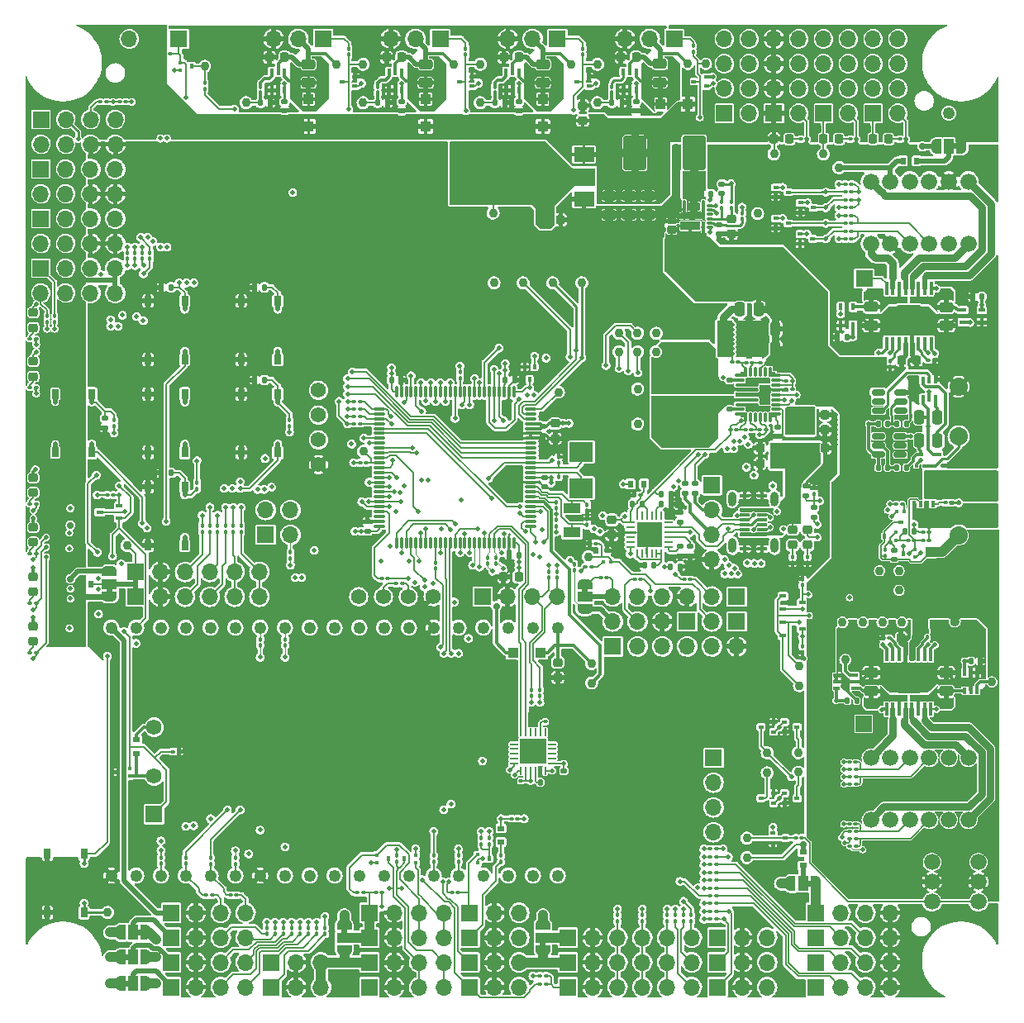
<source format=gtl>
G04 #@! TF.GenerationSoftware,KiCad,Pcbnew,6.0.2+dfsg-1*
G04 #@! TF.CreationDate,2023-02-12T20:19:59+01:00*
G04 #@! TF.ProjectId,RBCX,52424358-2e6b-4696-9361-645f70636258,rev?*
G04 #@! TF.SameCoordinates,Original*
G04 #@! TF.FileFunction,Copper,L1,Top*
G04 #@! TF.FilePolarity,Positive*
%FSLAX46Y46*%
G04 Gerber Fmt 4.6, Leading zero omitted, Abs format (unit mm)*
G04 Created by KiCad (PCBNEW 6.0.2+dfsg-1) date 2023-02-12 20:19:59*
%MOMM*%
%LPD*%
G01*
G04 APERTURE LIST*
G04 Aperture macros list*
%AMRoundRect*
0 Rectangle with rounded corners*
0 $1 Rounding radius*
0 $2 $3 $4 $5 $6 $7 $8 $9 X,Y pos of 4 corners*
0 Add a 4 corners polygon primitive as box body*
4,1,4,$2,$3,$4,$5,$6,$7,$8,$9,$2,$3,0*
0 Add four circle primitives for the rounded corners*
1,1,$1+$1,$2,$3*
1,1,$1+$1,$4,$5*
1,1,$1+$1,$6,$7*
1,1,$1+$1,$8,$9*
0 Add four rect primitives between the rounded corners*
20,1,$1+$1,$2,$3,$4,$5,0*
20,1,$1+$1,$4,$5,$6,$7,0*
20,1,$1+$1,$6,$7,$8,$9,0*
20,1,$1+$1,$8,$9,$2,$3,0*%
%AMFreePoly0*
4,1,22,0.550000,-0.750000,0.000000,-0.750000,0.000000,-0.745033,-0.079941,-0.743568,-0.215256,-0.701293,-0.333266,-0.622738,-0.424486,-0.514219,-0.481581,-0.384460,-0.499164,-0.250000,-0.500000,-0.250000,-0.500000,0.250000,-0.499164,0.250000,-0.499963,0.256109,-0.478152,0.396186,-0.417904,0.524511,-0.324060,0.630769,-0.204165,0.706417,-0.067858,0.745374,0.000000,0.744959,0.000000,0.750000,
0.550000,0.750000,0.550000,-0.750000,0.550000,-0.750000,$1*%
%AMFreePoly1*
4,1,20,0.000000,0.744959,0.073905,0.744508,0.209726,0.703889,0.328688,0.626782,0.421226,0.519385,0.479903,0.390333,0.500000,0.250000,0.500000,-0.250000,0.499851,-0.262216,0.476331,-0.402017,0.414519,-0.529596,0.319384,-0.634700,0.198574,-0.708877,0.061801,-0.746166,0.000000,-0.745033,0.000000,-0.750000,-0.550000,-0.750000,-0.550000,0.750000,0.000000,0.750000,0.000000,0.744959,
0.000000,0.744959,$1*%
G04 Aperture macros list end*
G04 #@! TA.AperFunction,SMDPad,CuDef*
%ADD10RoundRect,0.135000X0.135000X0.185000X-0.135000X0.185000X-0.135000X-0.185000X0.135000X-0.185000X0*%
G04 #@! TD*
G04 #@! TA.AperFunction,SMDPad,CuDef*
%ADD11RoundRect,0.250000X0.250000X0.475000X-0.250000X0.475000X-0.250000X-0.475000X0.250000X-0.475000X0*%
G04 #@! TD*
G04 #@! TA.AperFunction,SMDPad,CuDef*
%ADD12R,0.510000X0.400000*%
G04 #@! TD*
G04 #@! TA.AperFunction,SMDPad,CuDef*
%ADD13R,0.700000X0.450000*%
G04 #@! TD*
G04 #@! TA.AperFunction,SMDPad,CuDef*
%ADD14RoundRect,0.225000X0.225000X0.250000X-0.225000X0.250000X-0.225000X-0.250000X0.225000X-0.250000X0*%
G04 #@! TD*
G04 #@! TA.AperFunction,ComponentPad*
%ADD15C,0.936000*%
G04 #@! TD*
G04 #@! TA.AperFunction,SMDPad,CuDef*
%ADD16RoundRect,0.100000X-0.130000X-0.100000X0.130000X-0.100000X0.130000X0.100000X-0.130000X0.100000X0*%
G04 #@! TD*
G04 #@! TA.AperFunction,SMDPad,CuDef*
%ADD17RoundRect,0.100000X0.100000X-0.130000X0.100000X0.130000X-0.100000X0.130000X-0.100000X-0.130000X0*%
G04 #@! TD*
G04 #@! TA.AperFunction,SMDPad,CuDef*
%ADD18RoundRect,0.135000X-0.135000X-0.185000X0.135000X-0.185000X0.135000X0.185000X-0.135000X0.185000X0*%
G04 #@! TD*
G04 #@! TA.AperFunction,SMDPad,CuDef*
%ADD19RoundRect,0.008333X0.291667X-0.116667X0.291667X0.116667X-0.291667X0.116667X-0.291667X-0.116667X0*%
G04 #@! TD*
G04 #@! TA.AperFunction,SMDPad,CuDef*
%ADD20RoundRect,0.008333X-0.291667X0.116667X-0.291667X-0.116667X0.291667X-0.116667X0.291667X0.116667X0*%
G04 #@! TD*
G04 #@! TA.AperFunction,SMDPad,CuDef*
%ADD21RoundRect,0.007500X0.105000X-0.552500X0.105000X0.552500X-0.105000X0.552500X-0.105000X-0.552500X0*%
G04 #@! TD*
G04 #@! TA.AperFunction,SMDPad,CuDef*
%ADD22RoundRect,0.029000X0.971000X-0.406000X0.971000X0.406000X-0.971000X0.406000X-0.971000X-0.406000X0*%
G04 #@! TD*
G04 #@! TA.AperFunction,SMDPad,CuDef*
%ADD23RoundRect,0.007500X0.105000X-0.932500X0.105000X0.932500X-0.105000X0.932500X-0.105000X-0.932500X0*%
G04 #@! TD*
G04 #@! TA.AperFunction,SMDPad,CuDef*
%ADD24RoundRect,0.018500X1.206500X-0.259000X1.206500X0.259000X-1.206500X0.259000X-1.206500X-0.259000X0*%
G04 #@! TD*
G04 #@! TA.AperFunction,SMDPad,CuDef*
%ADD25RoundRect,0.008333X0.116667X-0.931667X0.116667X0.931667X-0.116667X0.931667X-0.116667X-0.931667X0*%
G04 #@! TD*
G04 #@! TA.AperFunction,SMDPad,CuDef*
%ADD26RoundRect,0.025833X0.549167X-0.361667X0.549167X0.361667X-0.549167X0.361667X-0.549167X-0.361667X0*%
G04 #@! TD*
G04 #@! TA.AperFunction,SMDPad,CuDef*
%ADD27RoundRect,0.100000X-0.100000X0.130000X-0.100000X-0.130000X0.100000X-0.130000X0.100000X0.130000X0*%
G04 #@! TD*
G04 #@! TA.AperFunction,SMDPad,CuDef*
%ADD28RoundRect,0.100000X0.130000X0.100000X-0.130000X0.100000X-0.130000X-0.100000X0.130000X-0.100000X0*%
G04 #@! TD*
G04 #@! TA.AperFunction,SMDPad,CuDef*
%ADD29RoundRect,0.140000X0.170000X-0.140000X0.170000X0.140000X-0.170000X0.140000X-0.170000X-0.140000X0*%
G04 #@! TD*
G04 #@! TA.AperFunction,SMDPad,CuDef*
%ADD30R,0.450000X0.400000*%
G04 #@! TD*
G04 #@! TA.AperFunction,SMDPad,CuDef*
%ADD31R,0.450000X0.500000*%
G04 #@! TD*
G04 #@! TA.AperFunction,SMDPad,CuDef*
%ADD32RoundRect,0.140000X0.140000X0.170000X-0.140000X0.170000X-0.140000X-0.170000X0.140000X-0.170000X0*%
G04 #@! TD*
G04 #@! TA.AperFunction,SMDPad,CuDef*
%ADD33RoundRect,0.140000X-0.140000X-0.170000X0.140000X-0.170000X0.140000X0.170000X-0.140000X0.170000X0*%
G04 #@! TD*
G04 #@! TA.AperFunction,SMDPad,CuDef*
%ADD34RoundRect,0.135000X-0.185000X0.135000X-0.185000X-0.135000X0.185000X-0.135000X0.185000X0.135000X0*%
G04 #@! TD*
G04 #@! TA.AperFunction,SMDPad,CuDef*
%ADD35RoundRect,0.075000X-0.300000X0.425000X-0.300000X-0.425000X0.300000X-0.425000X0.300000X0.425000X0*%
G04 #@! TD*
G04 #@! TA.AperFunction,SMDPad,CuDef*
%ADD36RoundRect,0.135000X0.185000X-0.135000X0.185000X0.135000X-0.185000X0.135000X-0.185000X-0.135000X0*%
G04 #@! TD*
G04 #@! TA.AperFunction,SMDPad,CuDef*
%ADD37RoundRect,0.031008X-0.168992X0.268992X-0.168992X-0.268992X0.168992X-0.268992X0.168992X0.268992X0*%
G04 #@! TD*
G04 #@! TA.AperFunction,SMDPad,CuDef*
%ADD38RoundRect,0.050000X-0.595000X1.125000X-0.595000X-1.125000X0.595000X-1.125000X0.595000X1.125000X0*%
G04 #@! TD*
G04 #@! TA.AperFunction,SMDPad,CuDef*
%ADD39RoundRect,0.225000X-0.250000X0.225000X-0.250000X-0.225000X0.250000X-0.225000X0.250000X0.225000X0*%
G04 #@! TD*
G04 #@! TA.AperFunction,SMDPad,CuDef*
%ADD40R,0.400000X0.650000*%
G04 #@! TD*
G04 #@! TA.AperFunction,SMDPad,CuDef*
%ADD41FreePoly0,0.000000*%
G04 #@! TD*
G04 #@! TA.AperFunction,SMDPad,CuDef*
%ADD42R,1.000000X1.500000*%
G04 #@! TD*
G04 #@! TA.AperFunction,SMDPad,CuDef*
%ADD43FreePoly1,0.000000*%
G04 #@! TD*
G04 #@! TA.AperFunction,SMDPad,CuDef*
%ADD44RoundRect,0.250000X0.475000X-0.250000X0.475000X0.250000X-0.475000X0.250000X-0.475000X-0.250000X0*%
G04 #@! TD*
G04 #@! TA.AperFunction,SMDPad,CuDef*
%ADD45RoundRect,0.140000X-0.170000X0.140000X-0.170000X-0.140000X0.170000X-0.140000X0.170000X0.140000X0*%
G04 #@! TD*
G04 #@! TA.AperFunction,SMDPad,CuDef*
%ADD46RoundRect,0.250000X-0.250000X-0.475000X0.250000X-0.475000X0.250000X0.475000X-0.250000X0.475000X0*%
G04 #@! TD*
G04 #@! TA.AperFunction,SMDPad,CuDef*
%ADD47RoundRect,0.218750X0.256250X-0.218750X0.256250X0.218750X-0.256250X0.218750X-0.256250X-0.218750X0*%
G04 #@! TD*
G04 #@! TA.AperFunction,SMDPad,CuDef*
%ADD48R,0.650000X0.400000*%
G04 #@! TD*
G04 #@! TA.AperFunction,SMDPad,CuDef*
%ADD49RoundRect,0.225000X-0.225000X-0.250000X0.225000X-0.250000X0.225000X0.250000X-0.225000X0.250000X0*%
G04 #@! TD*
G04 #@! TA.AperFunction,SMDPad,CuDef*
%ADD50R,2.000000X1.500000*%
G04 #@! TD*
G04 #@! TA.AperFunction,SMDPad,CuDef*
%ADD51R,2.000000X3.800000*%
G04 #@! TD*
G04 #@! TA.AperFunction,ComponentPad*
%ADD52C,1.560000*%
G04 #@! TD*
G04 #@! TA.AperFunction,SMDPad,CuDef*
%ADD53R,0.700000X0.600000*%
G04 #@! TD*
G04 #@! TA.AperFunction,SMDPad,CuDef*
%ADD54R,0.400000X0.450000*%
G04 #@! TD*
G04 #@! TA.AperFunction,SMDPad,CuDef*
%ADD55R,0.500000X0.450000*%
G04 #@! TD*
G04 #@! TA.AperFunction,SMDPad,CuDef*
%ADD56RoundRect,0.062500X-0.350000X-0.062500X0.350000X-0.062500X0.350000X0.062500X-0.350000X0.062500X0*%
G04 #@! TD*
G04 #@! TA.AperFunction,SMDPad,CuDef*
%ADD57RoundRect,0.062500X-0.062500X-0.350000X0.062500X-0.350000X0.062500X0.350000X-0.062500X0.350000X0*%
G04 #@! TD*
G04 #@! TA.AperFunction,SMDPad,CuDef*
%ADD58R,2.600000X2.600000*%
G04 #@! TD*
G04 #@! TA.AperFunction,SMDPad,CuDef*
%ADD59R,1.100000X1.100000*%
G04 #@! TD*
G04 #@! TA.AperFunction,SMDPad,CuDef*
%ADD60RoundRect,0.218750X0.218750X0.256250X-0.218750X0.256250X-0.218750X-0.256250X0.218750X-0.256250X0*%
G04 #@! TD*
G04 #@! TA.AperFunction,SMDPad,CuDef*
%ADD61R,1.800000X1.000000*%
G04 #@! TD*
G04 #@! TA.AperFunction,SMDPad,CuDef*
%ADD62RoundRect,0.097500X-0.097500X0.587500X-0.097500X-0.587500X0.097500X-0.587500X0.097500X0.587500X0*%
G04 #@! TD*
G04 #@! TA.AperFunction,SMDPad,CuDef*
%ADD63RoundRect,0.097500X0.097500X-0.587500X0.097500X0.587500X-0.097500X0.587500X-0.097500X-0.587500X0*%
G04 #@! TD*
G04 #@! TA.AperFunction,SMDPad,CuDef*
%ADD64RoundRect,0.115500X1.114500X-1.039500X1.114500X1.039500X-1.114500X1.039500X-1.114500X-1.039500X0*%
G04 #@! TD*
G04 #@! TA.AperFunction,SMDPad,CuDef*
%ADD65RoundRect,0.218750X-0.256250X0.218750X-0.256250X-0.218750X0.256250X-0.218750X0.256250X0.218750X0*%
G04 #@! TD*
G04 #@! TA.AperFunction,SMDPad,CuDef*
%ADD66RoundRect,0.250000X-0.475000X0.250000X-0.475000X-0.250000X0.475000X-0.250000X0.475000X0.250000X0*%
G04 #@! TD*
G04 #@! TA.AperFunction,SMDPad,CuDef*
%ADD67RoundRect,0.150000X0.512500X0.150000X-0.512500X0.150000X-0.512500X-0.150000X0.512500X-0.150000X0*%
G04 #@! TD*
G04 #@! TA.AperFunction,SMDPad,CuDef*
%ADD68RoundRect,0.225000X0.250000X-0.225000X0.250000X0.225000X-0.250000X0.225000X-0.250000X-0.225000X0*%
G04 #@! TD*
G04 #@! TA.AperFunction,SMDPad,CuDef*
%ADD69R,0.600000X0.700000*%
G04 #@! TD*
G04 #@! TA.AperFunction,ComponentPad*
%ADD70R,1.700000X1.700000*%
G04 #@! TD*
G04 #@! TA.AperFunction,SMDPad,CuDef*
%ADD71RoundRect,0.115500X-1.114500X1.039500X-1.114500X-1.039500X1.114500X-1.039500X1.114500X1.039500X0*%
G04 #@! TD*
G04 #@! TA.AperFunction,ComponentPad*
%ADD72O,0.850000X1.500000*%
G04 #@! TD*
G04 #@! TA.AperFunction,SMDPad,CuDef*
%ADD73RoundRect,0.010000X0.440000X0.140000X-0.440000X0.140000X-0.440000X-0.140000X0.440000X-0.140000X0*%
G04 #@! TD*
G04 #@! TA.AperFunction,SMDPad,CuDef*
%ADD74FreePoly0,90.000000*%
G04 #@! TD*
G04 #@! TA.AperFunction,SMDPad,CuDef*
%ADD75R,1.500000X1.000000*%
G04 #@! TD*
G04 #@! TA.AperFunction,SMDPad,CuDef*
%ADD76FreePoly1,90.000000*%
G04 #@! TD*
G04 #@! TA.AperFunction,SMDPad,CuDef*
%ADD77RoundRect,0.200000X-0.975000X-1.550000X0.975000X-1.550000X0.975000X1.550000X-0.975000X1.550000X0*%
G04 #@! TD*
G04 #@! TA.AperFunction,SMDPad,CuDef*
%ADD78FreePoly0,180.000000*%
G04 #@! TD*
G04 #@! TA.AperFunction,SMDPad,CuDef*
%ADD79FreePoly1,180.000000*%
G04 #@! TD*
G04 #@! TA.AperFunction,SMDPad,CuDef*
%ADD80RoundRect,0.150000X-0.512500X-0.150000X0.512500X-0.150000X0.512500X0.150000X-0.512500X0.150000X0*%
G04 #@! TD*
G04 #@! TA.AperFunction,SMDPad,CuDef*
%ADD81R,0.400000X0.510000*%
G04 #@! TD*
G04 #@! TA.AperFunction,SMDPad,CuDef*
%ADD82FreePoly0,270.000000*%
G04 #@! TD*
G04 #@! TA.AperFunction,SMDPad,CuDef*
%ADD83FreePoly1,270.000000*%
G04 #@! TD*
G04 #@! TA.AperFunction,ComponentPad*
%ADD84C,1.248000*%
G04 #@! TD*
G04 #@! TA.AperFunction,SMDPad,CuDef*
%ADD85RoundRect,0.016404X0.433596X0.108596X-0.433596X0.108596X-0.433596X-0.108596X0.433596X-0.108596X0*%
G04 #@! TD*
G04 #@! TA.AperFunction,SMDPad,CuDef*
%ADD86RoundRect,0.027887X-0.309613X-0.184613X0.309613X-0.184613X0.309613X0.184613X-0.309613X0.184613X0*%
G04 #@! TD*
G04 #@! TA.AperFunction,SMDPad,CuDef*
%ADD87RoundRect,0.016404X-0.108596X0.433596X-0.108596X-0.433596X0.108596X-0.433596X0.108596X0.433596X0*%
G04 #@! TD*
G04 #@! TA.AperFunction,SMDPad,CuDef*
%ADD88RoundRect,0.016404X1.133596X0.108596X-1.133596X0.108596X-1.133596X-0.108596X1.133596X-0.108596X0*%
G04 #@! TD*
G04 #@! TA.AperFunction,SMDPad,CuDef*
%ADD89RoundRect,0.062500X-0.337500X-0.062500X0.337500X-0.062500X0.337500X0.062500X-0.337500X0.062500X0*%
G04 #@! TD*
G04 #@! TA.AperFunction,SMDPad,CuDef*
%ADD90RoundRect,0.062500X-0.062500X-0.337500X0.062500X-0.337500X0.062500X0.337500X-0.062500X0.337500X0*%
G04 #@! TD*
G04 #@! TA.AperFunction,SMDPad,CuDef*
%ADD91R,2.700000X2.600000*%
G04 #@! TD*
G04 #@! TA.AperFunction,SMDPad,CuDef*
%ADD92RoundRect,0.200000X-1.550000X0.975000X-1.550000X-0.975000X1.550000X-0.975000X1.550000X0.975000X0*%
G04 #@! TD*
G04 #@! TA.AperFunction,SMDPad,CuDef*
%ADD93RoundRect,0.079500X-0.520500X-0.070500X0.520500X-0.070500X0.520500X0.070500X-0.520500X0.070500X0*%
G04 #@! TD*
G04 #@! TA.AperFunction,SMDPad,CuDef*
%ADD94RoundRect,0.079500X0.070500X-0.520500X0.070500X0.520500X-0.070500X0.520500X-0.070500X-0.520500X0*%
G04 #@! TD*
G04 #@! TA.AperFunction,SMDPad,CuDef*
%ADD95RoundRect,0.079500X0.520500X0.070500X-0.520500X0.070500X-0.520500X-0.070500X0.520500X-0.070500X0*%
G04 #@! TD*
G04 #@! TA.AperFunction,SMDPad,CuDef*
%ADD96RoundRect,0.079500X-0.070500X0.520500X-0.070500X-0.520500X0.070500X-0.520500X0.070500X0.520500X0*%
G04 #@! TD*
G04 #@! TA.AperFunction,SMDPad,CuDef*
%ADD97RoundRect,0.075000X0.300000X-0.425000X0.300000X0.425000X-0.300000X0.425000X-0.300000X-0.425000X0*%
G04 #@! TD*
G04 #@! TA.AperFunction,SMDPad,CuDef*
%ADD98R,2.400000X2.000000*%
G04 #@! TD*
G04 #@! TA.AperFunction,ComponentPad*
%ADD99O,1.700000X1.700000*%
G04 #@! TD*
G04 #@! TA.AperFunction,ComponentPad*
%ADD100C,1.676400*%
G04 #@! TD*
G04 #@! TA.AperFunction,ComponentPad*
%ADD101C,1.862328*%
G04 #@! TD*
G04 #@! TA.AperFunction,ComponentPad*
%ADD102C,1.584960*%
G04 #@! TD*
G04 #@! TA.AperFunction,ViaPad*
%ADD103C,0.500000*%
G04 #@! TD*
G04 #@! TA.AperFunction,ViaPad*
%ADD104C,0.700000*%
G04 #@! TD*
G04 #@! TA.AperFunction,ViaPad*
%ADD105C,0.560000*%
G04 #@! TD*
G04 #@! TA.AperFunction,ViaPad*
%ADD106C,0.600000*%
G04 #@! TD*
G04 #@! TA.AperFunction,ViaPad*
%ADD107C,0.460000*%
G04 #@! TD*
G04 #@! TA.AperFunction,Conductor*
%ADD108C,0.500000*%
G04 #@! TD*
G04 #@! TA.AperFunction,Conductor*
%ADD109C,1.000000*%
G04 #@! TD*
G04 #@! TA.AperFunction,Conductor*
%ADD110C,0.200000*%
G04 #@! TD*
G04 #@! TA.AperFunction,Conductor*
%ADD111C,0.250000*%
G04 #@! TD*
G04 #@! TA.AperFunction,Conductor*
%ADD112C,0.300000*%
G04 #@! TD*
G04 #@! TA.AperFunction,Conductor*
%ADD113C,0.600000*%
G04 #@! TD*
G04 #@! TA.AperFunction,Conductor*
%ADD114C,0.100000*%
G04 #@! TD*
G04 #@! TA.AperFunction,Conductor*
%ADD115C,3.000000*%
G04 #@! TD*
G04 #@! TA.AperFunction,Conductor*
%ADD116C,2.500000*%
G04 #@! TD*
G04 #@! TA.AperFunction,Conductor*
%ADD117C,0.150000*%
G04 #@! TD*
G04 #@! TA.AperFunction,Conductor*
%ADD118C,0.800000*%
G04 #@! TD*
G04 APERTURE END LIST*
G04 #@! TO.C,JP3*
G36*
X106625000Y-145090000D02*
G01*
X106125000Y-145090000D01*
X106125000Y-144490000D01*
X106625000Y-144490000D01*
X106625000Y-145090000D01*
G37*
G04 #@! TO.C,JP5*
G36*
X104912500Y-104750000D02*
G01*
X104312500Y-104750000D01*
X104312500Y-104250000D01*
X104912500Y-104250000D01*
X104912500Y-104750000D01*
G37*
G04 #@! TO.C,JP7*
G36*
X191500000Y-59300000D02*
G01*
X191000000Y-59300000D01*
X191000000Y-58700000D01*
X191500000Y-58700000D01*
X191500000Y-59300000D01*
G37*
G04 #@! TO.C,JP2*
G36*
X128960000Y-139680000D02*
G01*
X128360000Y-139680000D01*
X128360000Y-139180000D01*
X128960000Y-139180000D01*
X128960000Y-139680000D01*
G37*
G04 #@! TO.C,JP8*
G36*
X176550000Y-134850000D02*
G01*
X176050000Y-134850000D01*
X176050000Y-134250000D01*
X176550000Y-134250000D01*
X176550000Y-134850000D01*
G37*
G04 #@! TO.C,JP1*
G36*
X149305000Y-140975000D02*
G01*
X148705000Y-140975000D01*
X148705000Y-140475000D01*
X149305000Y-140475000D01*
X149305000Y-140975000D01*
G37*
G04 #@! TO.C,JP9*
G36*
X107925000Y-139857500D02*
G01*
X107425000Y-139857500D01*
X107425000Y-139257500D01*
X107925000Y-139257500D01*
X107925000Y-139857500D01*
G37*
G04 #@! TO.C,JP4*
G36*
X106625000Y-142397500D02*
G01*
X106125000Y-142397500D01*
X106125000Y-141797500D01*
X106625000Y-141797500D01*
X106625000Y-142397500D01*
G37*
G04 #@! TO.C,JP6*
G36*
X153607500Y-104745000D02*
G01*
X153007500Y-104745000D01*
X153007500Y-104245000D01*
X153607500Y-104245000D01*
X153607500Y-104745000D01*
G37*
G04 #@! TD*
D10*
G04 #@! TO.P,C14,1*
G04 #@! TO.N,/User interface/BUTTON-OFF*
X120485000Y-73450000D03*
G04 #@! TO.P,C14,2*
G04 #@! TO.N,GND*
X119465000Y-73450000D03*
G04 #@! TD*
D11*
G04 #@! TO.P,C70,1*
G04 #@! TO.N,VCC*
X172835000Y-77715000D03*
G04 #@! TO.P,C70,2*
G04 #@! TO.N,GND*
X170935000Y-77715000D03*
G04 #@! TD*
D12*
G04 #@! TO.P,D11,1,A1*
G04 #@! TO.N,+3.3V*
X173755000Y-125300000D03*
G04 #@! TO.P,D11,2,A2*
G04 #@! TO.N,GND*
X173755000Y-126300000D03*
G04 #@! TO.P,D11,3,C*
G04 #@! TO.N,/ENC3B{slash}SW0*
X175045000Y-125800000D03*
G04 #@! TD*
D13*
G04 #@! TO.P,U3,1,A1*
G04 #@! TO.N,/ESP_EN*
X105625000Y-97145000D03*
G04 #@! TO.P,U3,2,A2*
G04 #@! TO.N,/Coprocessor/BUTTON_OFF*
X105625000Y-95845000D03*
G04 #@! TO.P,U3,3,C*
G04 #@! TO.N,+3.3V*
X103625000Y-96495000D03*
G04 #@! TD*
D14*
G04 #@! TO.P,C52,1*
G04 #@! TO.N,/Servos/Classic Sevo 4/SERVO-PWR*
X122550000Y-49900000D03*
G04 #@! TO.P,C52,2*
G04 #@! TO.N,GND*
X121000000Y-49900000D03*
G04 #@! TD*
D15*
G04 #@! TO.P,TP8,P$1,TP*
G04 #@! TO.N,+5V*
X172685000Y-59785000D03*
G04 #@! TD*
D16*
G04 #@! TO.P,R130,1*
G04 #@! TO.N,/Coprocessor/UTS3_TRIG*
X166165000Y-133400000D03*
G04 #@! TO.P,R130,2*
G04 #@! TO.N,/STM connecors/UTS3-TRIG*
X166805000Y-133400000D03*
G04 #@! TD*
D17*
G04 #@! TO.P,R80,1*
G04 #@! TO.N,/Coprocessor/MPU-SCL*
X149640000Y-103220000D03*
G04 #@! TO.P,R80,2*
G04 #@! TO.N,+3.3V*
X149640000Y-102580000D03*
G04 #@! TD*
D18*
G04 #@! TO.P,C55,1*
G04 #@! TO.N,/Servos/SI3*
X132090000Y-54550000D03*
G04 #@! TO.P,C55,2*
G04 #@! TO.N,GND*
X133110000Y-54550000D03*
G04 #@! TD*
D19*
G04 #@! TO.P,U1,1,EN*
G04 #@! TO.N,Net-(R8-Pad2)*
X166100000Y-65075000D03*
G04 #@! TO.P,U1,2,PG*
G04 #@! TO.N,Net-(TP6-PadP$1)*
X166100000Y-65525000D03*
G04 #@! TO.P,U1,3,ILIM*
G04 #@! TO.N,unconnected-(U1-Pad3)*
X166100000Y-65975000D03*
G04 #@! TO.P,U1,4,FB*
G04 #@! TO.N,Net-(R10-Pad1)*
X166100000Y-66425000D03*
D20*
G04 #@! TO.P,U1,5,VC*
G04 #@! TO.N,Net-(C7-Pad1)*
X166100000Y-66875000D03*
D19*
G04 #@! TO.P,U1,6,BS*
G04 #@! TO.N,Net-(C1-Pad1)*
X166100000Y-67325000D03*
D21*
G04 #@! TO.P,U1,7,IN*
G04 #@! TO.N,VCC*
X165437500Y-67290000D03*
D22*
G04 #@! TO.P,U1,8,IN*
X164100000Y-67165000D03*
D23*
G04 #@! TO.P,U1,9,GND*
G04 #@! TO.N,GND*
X165437500Y-65490000D03*
D24*
X164325000Y-66152500D03*
D25*
X163500000Y-65490000D03*
D26*
G04 #@! TO.P,U1,10,LX*
G04 #@! TO.N,Net-(C1-Pad2)*
X164500000Y-65187500D03*
G04 #@! TD*
D27*
G04 #@! TO.P,R22,1*
G04 #@! TO.N,/Connectors/SPI_SCK*
X161725000Y-137780000D03*
G04 #@! TO.P,R22,2*
G04 #@! TO.N,/Connectors/ESP-SPI-SCK*
X161725000Y-138420000D03*
G04 #@! TD*
D28*
G04 #@! TO.P,R106,1*
G04 #@! TO.N,/Motors/ENC_4A*
X181070000Y-129965000D03*
G04 #@! TO.P,R106,2*
G04 #@! TO.N,/Coprocessor/ENC4A*
X180430000Y-129965000D03*
G04 #@! TD*
D29*
G04 #@! TO.P,C46,1*
G04 #@! TO.N,GND*
X146550000Y-55390000D03*
G04 #@! TO.P,C46,2*
G04 #@! TO.N,+3.3V*
X146550000Y-54430000D03*
G04 #@! TD*
G04 #@! TO.P,C15,1*
G04 #@! TO.N,GND*
X149180000Y-93885000D03*
G04 #@! TO.P,C15,2*
G04 #@! TO.N,+3.3V*
X149180000Y-92925000D03*
G04 #@! TD*
D14*
G04 #@! TO.P,C56,1*
G04 #@! TO.N,/Servos/Classic Sevo 3/SERVO-PWR*
X134550000Y-49900000D03*
G04 #@! TO.P,C56,2*
G04 #@! TO.N,GND*
X133000000Y-49900000D03*
G04 #@! TD*
D16*
G04 #@! TO.P,R165,1*
G04 #@! TO.N,/BUTTON_ON_ORIGINAL*
X187940000Y-98580000D03*
G04 #@! TO.P,R165,2*
G04 #@! TO.N,/Power/Battery Manager/BAT+_PROTECTED*
X188580000Y-98580000D03*
G04 #@! TD*
D30*
G04 #@! TO.P,Q3,1,D*
G04 #@! TO.N,/Connectors/GPIO-7-VSEL*
X142330000Y-131595000D03*
G04 #@! TO.P,Q3,2,G*
G04 #@! TO.N,+3.3V*
X142330000Y-132395000D03*
D31*
G04 #@! TO.P,Q3,3,S*
G04 #@! TO.N,/Connectors/GPIO-7*
X143480000Y-131995000D03*
G04 #@! TD*
D32*
G04 #@! TO.P,C23,1*
G04 #@! TO.N,GND*
X149710000Y-124160000D03*
G04 #@! TO.P,C23,2*
G04 #@! TO.N,Net-(C23-Pad2)*
X148750000Y-124160000D03*
G04 #@! TD*
D33*
G04 #@! TO.P,C35,1*
G04 #@! TO.N,GND*
X179190000Y-78540000D03*
G04 #@! TO.P,C35,2*
G04 #@! TO.N,+3.3V*
X180150000Y-78540000D03*
G04 #@! TD*
D27*
G04 #@! TO.P,R171,1*
G04 #@! TO.N,Net-(C76-Pad1)*
X184095000Y-100325000D03*
G04 #@! TO.P,R171,2*
G04 #@! TO.N,GND*
X184095000Y-100965000D03*
G04 #@! TD*
D28*
G04 #@! TO.P,R48,1*
G04 #@! TO.N,/ENC3B{slash}SW0*
X155580000Y-103195000D03*
G04 #@! TO.P,R48,2*
G04 #@! TO.N,/Auxiliary connectors/ENC3B-SWO*
X154940000Y-103195000D03*
G04 #@! TD*
D15*
G04 #@! TO.P,TP21,P$1,TP*
G04 #@! TO.N,/Coprocessor/ENC2B*
X153000000Y-73000000D03*
G04 #@! TD*
D27*
G04 #@! TO.P,C27,1*
G04 #@! TO.N,/Coprocessor/OSC_IN*
X150625000Y-92880000D03*
G04 #@! TO.P,C27,2*
G04 #@! TO.N,GND*
X150625000Y-93520000D03*
G04 #@! TD*
D34*
G04 #@! TO.P,R146,1*
G04 #@! TO.N,/STM_AIO2*
X163565000Y-93565000D03*
G04 #@! TO.P,R146,2*
G04 #@! TO.N,/USB_DP*
X163565000Y-94585000D03*
G04 #@! TD*
D35*
G04 #@! TO.P,SW11,1,P1*
G04 #@! TO.N,/ESP_EN*
X102004450Y-137521950D03*
X102004450Y-131521950D03*
G04 #@! TO.P,SW11,2,S*
G04 #@! TO.N,GND*
X98254450Y-131521950D03*
X98254450Y-137521950D03*
G04 #@! TD*
D36*
G04 #@! TO.P,R155,1*
G04 #@! TO.N,Net-(Q11-Pad1)*
X176780000Y-97020000D03*
G04 #@! TO.P,R155,2*
G04 #@! TO.N,/Coprocessor/V_BAT{slash}2*
X176780000Y-96000000D03*
G04 #@! TD*
D12*
G04 #@! TO.P,D12,1,A1*
G04 #@! TO.N,+3.3V*
X172645000Y-119000000D03*
G04 #@! TO.P,D12,2,A2*
G04 #@! TO.N,GND*
X172645000Y-118000000D03*
G04 #@! TO.P,D12,3,C*
G04 #@! TO.N,/Coprocessor/ENC4A*
X171355000Y-118500000D03*
G04 #@! TD*
D37*
G04 #@! TO.P,Q12,1,S*
G04 #@! TO.N,/Power/Battery Manager/BAT+_PROTECTED*
X187025000Y-95625000D03*
G04 #@! TO.P,Q12,2,G*
G04 #@! TO.N,/Power/Battery Manager/PWRON*
X187675000Y-95625000D03*
G04 #@! TO.P,Q12,3,D*
G04 #@! TO.N,VCC*
X187675000Y-92675000D03*
X187025000Y-92675000D03*
D38*
X187230000Y-93800000D03*
D37*
G04 #@! TO.P,Q12,4,S*
G04 #@! TO.N,/Power/Battery Manager/BAT+_PROTECTED*
X188325000Y-95625000D03*
G04 #@! TO.P,Q12,5,G*
G04 #@! TO.N,Net-(Q12-Pad5)*
X188975000Y-95625000D03*
G04 #@! TO.P,Q12,6,D*
G04 #@! TO.N,/Power/Battery Manager/BAT+*
X188975000Y-92675000D03*
X188325000Y-92675000D03*
D38*
X188770000Y-93800000D03*
G04 #@! TD*
D28*
G04 #@! TO.P,R94,1*
G04 #@! TO.N,/Motors/ENC_2A*
X180620000Y-66900000D03*
G04 #@! TO.P,R94,2*
G04 #@! TO.N,/Coprocessor/ENC2A*
X179980000Y-66900000D03*
G04 #@! TD*
D39*
G04 #@! TO.P,C77,1*
G04 #@! TO.N,/VUSB*
X156080000Y-97285000D03*
G04 #@! TO.P,C77,2*
G04 #@! TO.N,GND*
X156080000Y-98835000D03*
G04 #@! TD*
D40*
G04 #@! TO.P,Q13,1,S*
G04 #@! TO.N,GND*
X189250000Y-82950000D03*
G04 #@! TO.P,Q13,2,G*
G04 #@! TO.N,Net-(Q13-Pad2)*
X188600000Y-82950000D03*
G04 #@! TO.P,Q13,3,D*
G04 #@! TO.N,Net-(Q13-Pad3)*
X187950000Y-82950000D03*
G04 #@! TO.P,Q13,4,S*
G04 #@! TO.N,/Power/Battery Manager/BAT_MID_PROTECTED*
X187950000Y-84850000D03*
G04 #@! TO.P,Q13,5,G*
G04 #@! TO.N,Net-(Q13-Pad5)*
X188600000Y-84850000D03*
G04 #@! TO.P,Q13,6,D*
G04 #@! TO.N,Net-(Q13-Pad6)*
X189250000Y-84850000D03*
G04 #@! TD*
D28*
G04 #@! TO.P,R13,1*
G04 #@! TO.N,GND*
X97100000Y-83730000D03*
G04 #@! TO.P,R13,2*
G04 #@! TO.N,Net-(D28-Pad1)*
X96460000Y-83730000D03*
G04 #@! TD*
G04 #@! TO.P,R61,1*
G04 #@! TO.N,/User interface/LED2*
X97100000Y-100733000D03*
G04 #@! TO.P,R61,2*
G04 #@! TO.N,/User interface/LED_2B*
X96460000Y-100733000D03*
G04 #@! TD*
G04 #@! TO.P,R76,1*
G04 #@! TO.N,Net-(Q6-Pad1)*
X153995000Y-102110000D03*
G04 #@! TO.P,R76,2*
G04 #@! TO.N,/User interface/BUTTON-3*
X153355000Y-102110000D03*
G04 #@! TD*
D29*
G04 #@! TO.P,R152,1*
G04 #@! TO.N,GND*
X163100000Y-100980000D03*
G04 #@! TO.P,R152,2*
G04 #@! TO.N,Net-(R152-Pad2)*
X163100000Y-100020000D03*
G04 #@! TD*
D15*
G04 #@! TO.P,TP39,P$1,TP*
G04 #@! TO.N,/Servos/Classic Sevo 1/SERVO-PWR*
X163870000Y-50570000D03*
G04 #@! TD*
D41*
G04 #@! TO.P,JP3,1,A*
G04 #@! TO.N,+3.3V*
X105725000Y-144790000D03*
D42*
G04 #@! TO.P,JP3,2,C*
G04 #@! TO.N,/Connectors/ESP_USART_PWR*
X107025000Y-144790000D03*
D43*
G04 #@! TO.P,JP3,3,B*
G04 #@! TO.N,+5V*
X108325000Y-144790000D03*
G04 #@! TD*
D15*
G04 #@! TO.P,TP29,P$1,TP*
G04 #@! TO.N,/Coprocessor/IN4B*
X158715000Y-87465000D03*
G04 #@! TD*
D16*
G04 #@! TO.P,R100,1*
G04 #@! TO.N,+3.3V*
X180425000Y-122095000D03*
G04 #@! TO.P,R100,2*
G04 #@! TO.N,/Motors/ENC_3A*
X181065000Y-122095000D03*
G04 #@! TD*
D28*
G04 #@! TO.P,R92,1*
G04 #@! TO.N,/Motors/ENC_1A*
X180620000Y-63700000D03*
G04 #@! TO.P,R92,2*
G04 #@! TO.N,/Coprocessor/ENC1A*
X179980000Y-63700000D03*
G04 #@! TD*
G04 #@! TO.P,R41,1*
G04 #@! TO.N,/Connectors/ILED-5V*
X110850000Y-49535000D03*
G04 #@! TO.P,R41,2*
G04 #@! TO.N,+5V*
X110210000Y-49535000D03*
G04 #@! TD*
D27*
G04 #@! TO.P,R112,1*
G04 #@! TO.N,/Servos/Classic Sevo 1/SERVO*
X164400000Y-48715000D03*
G04 #@! TO.P,R112,2*
G04 #@! TO.N,/Servos/SERVO_1*
X164400000Y-49355000D03*
G04 #@! TD*
D15*
G04 #@! TO.P,TP33,P$1,TP*
G04 #@! TO.N,/ENC3B{slash}SW0*
X175195000Y-123135000D03*
G04 #@! TD*
D17*
G04 #@! TO.P,R9,1*
G04 #@! TO.N,Net-(R10-Pad1)*
X168300000Y-65320000D03*
G04 #@! TO.P,R9,2*
G04 #@! TO.N,+5V*
X168300000Y-64680000D03*
G04 #@! TD*
D15*
G04 #@! TO.P,TP32,P$1,TP*
G04 #@! TO.N,/Coprocessor/ENC3A*
X175195000Y-121135000D03*
G04 #@! TD*
D17*
G04 #@! TO.P,R99,1*
G04 #@! TO.N,GND*
X175595000Y-110875000D03*
G04 #@! TO.P,R99,2*
G04 #@! TO.N,/Motors/IN4_A*
X175595000Y-110235000D03*
G04 #@! TD*
D36*
G04 #@! TO.P,R145,1*
G04 #@! TO.N,/USB_DM*
X164575000Y-94580000D03*
G04 #@! TO.P,R145,2*
G04 #@! TO.N,/STM_AIO1*
X164575000Y-93560000D03*
G04 #@! TD*
D28*
G04 #@! TO.P,R58,1*
G04 #@! TO.N,/User interface/LED1*
X97100000Y-95650000D03*
G04 #@! TO.P,R58,2*
G04 #@! TO.N,/User interface/LED_1B*
X96460000Y-95650000D03*
G04 #@! TD*
G04 #@! TO.P,R101,1*
G04 #@! TO.N,/Motors/ENC_3B*
X181070000Y-124360000D03*
G04 #@! TO.P,R101,2*
G04 #@! TO.N,+3.3V*
X180430000Y-124360000D03*
G04 #@! TD*
D27*
G04 #@! TO.P,R35,1*
G04 #@! TO.N,/GPIO7{slash}TCK*
X143500000Y-129880000D03*
G04 #@! TO.P,R35,2*
G04 #@! TO.N,/Connectors/GPIO-7*
X143500000Y-130520000D03*
G04 #@! TD*
D44*
G04 #@! TO.P,R96,1*
G04 #@! TO.N,GND*
X190340000Y-77380000D03*
G04 #@! TO.P,R96,2*
G04 #@! TO.N,/Motors/M1GND*
X190340000Y-75480000D03*
G04 #@! TD*
D28*
G04 #@! TO.P,R29,1*
G04 #@! TO.N,/Connectors/ESP-I2C-SDA-VSEL*
X132520000Y-135500000D03*
G04 #@! TO.P,R29,2*
G04 #@! TO.N,/Connectors/ESP-I2C-PWR*
X131880000Y-135500000D03*
G04 #@! TD*
D15*
G04 #@! TO.P,PWM2B,P$1,TP*
G04 #@! TO.N,/Coprocessor/PWM2B*
X156806250Y-78163525D03*
G04 #@! TD*
D16*
G04 #@! TO.P,R88,1*
G04 #@! TO.N,+3.3V*
X179980000Y-62900000D03*
G04 #@! TO.P,R88,2*
G04 #@! TO.N,/Motors/ENC_1A*
X180620000Y-62900000D03*
G04 #@! TD*
D28*
G04 #@! TO.P,R95,1*
G04 #@! TO.N,/Motors/ENC_2B*
X180620000Y-67700000D03*
G04 #@! TO.P,R95,2*
G04 #@! TO.N,/Coprocessor/ENC2B*
X179980000Y-67700000D03*
G04 #@! TD*
D16*
G04 #@! TO.P,R131,1*
G04 #@! TO.N,/Coprocessor/UTS3_ECHO*
X166165000Y-132600000D03*
G04 #@! TO.P,R131,2*
G04 #@! TO.N,/STM connecors/UTS3-ECHO*
X166805000Y-132600000D03*
G04 #@! TD*
D33*
G04 #@! TO.P,C39,1*
G04 #@! TO.N,+3.3V*
X180200000Y-115810000D03*
G04 #@! TO.P,C39,2*
G04 #@! TO.N,GND*
X181160000Y-115810000D03*
G04 #@! TD*
D32*
G04 #@! TO.P,R161,1*
G04 #@! TO.N,Net-(C84-Pad2)*
X184320000Y-87425000D03*
G04 #@! TO.P,R161,2*
G04 #@! TO.N,/Power/Battery Manager/BAT_MID_PROTECTED*
X183360000Y-87425000D03*
G04 #@! TD*
G04 #@! TO.P,C19,1*
G04 #@! TO.N,GND*
X146105000Y-82940000D03*
G04 #@! TO.P,C19,2*
G04 #@! TO.N,+3.3V*
X145145000Y-82940000D03*
G04 #@! TD*
D45*
G04 #@! TO.P,C67,1*
G04 #@! TO.N,Net-(C67-Pad1)*
X168130000Y-82975000D03*
G04 #@! TO.P,C67,2*
G04 #@! TO.N,Net-(C67-Pad2)*
X168130000Y-83935000D03*
G04 #@! TD*
D15*
G04 #@! TO.P,TP44,P$1,TP*
G04 #@! TO.N,/Servos/SI4*
X118600000Y-54550000D03*
G04 #@! TD*
D46*
G04 #@! TO.P,C69,1*
G04 #@! TO.N,Net-(C68-Pad1)*
X167465000Y-77720000D03*
G04 #@! TO.P,C69,2*
G04 #@! TO.N,GND*
X169365000Y-77720000D03*
G04 #@! TD*
D47*
G04 #@! TO.P,D43,1,K*
G04 #@! TO.N,Net-(D43-Pad1)*
X176105000Y-99852000D03*
G04 #@! TO.P,D43,2,A*
G04 #@! TO.N,Net-(D43-Pad2)*
X176105000Y-98277000D03*
G04 #@! TD*
D34*
G04 #@! TO.P,C11,1*
G04 #@! TO.N,/User interface/BUTTON-2*
X104150000Y-86865000D03*
G04 #@! TO.P,C11,2*
G04 #@! TO.N,GND*
X104150000Y-87885000D03*
G04 #@! TD*
D48*
G04 #@! TO.P,U6,1,REF*
G04 #@! TO.N,GND*
X193970000Y-77080000D03*
G04 #@! TO.P,U6,2,GND*
X193970000Y-76430000D03*
G04 #@! TO.P,U6,3,VCC*
G04 #@! TO.N,+3.3V*
X193970000Y-75780000D03*
G04 #@! TO.P,U6,4,IN+*
G04 #@! TO.N,/Motors/M1GND*
X192070000Y-75780000D03*
G04 #@! TO.P,U6,5,IN-*
G04 #@! TO.N,GND*
X192070000Y-76430000D03*
G04 #@! TO.P,U6,6,OUT*
G04 #@! TO.N,/Coprocessor/MI1*
X192070000Y-77080000D03*
G04 #@! TD*
D49*
G04 #@! TO.P,C60,1*
G04 #@! TO.N,/Power/Battery Manager/VBUS_AR*
X176365000Y-86515000D03*
G04 #@! TO.P,C60,2*
G04 #@! TO.N,GND*
X177915000Y-86515000D03*
G04 #@! TD*
D14*
G04 #@! TO.P,C48,1*
G04 #@! TO.N,/Servos/Classic Sevo 2/SERVO-PWR*
X146550000Y-49900000D03*
G04 #@! TO.P,C48,2*
G04 #@! TO.N,GND*
X145000000Y-49900000D03*
G04 #@! TD*
D30*
G04 #@! TO.P,Q11,1,D*
G04 #@! TO.N,Net-(Q11-Pad1)*
X187080000Y-101105000D03*
G04 #@! TO.P,Q11,2,G*
G04 #@! TO.N,/Power/Battery Manager/PWRON*
X187080000Y-100305000D03*
D31*
G04 #@! TO.P,Q11,3,S*
G04 #@! TO.N,/Power/Battery Manager/BAT_MID_PROTECTED*
X185930000Y-100705000D03*
G04 #@! TD*
D50*
G04 #@! TO.P,U2,1,GND*
G04 #@! TO.N,GND*
X153215000Y-64430000D03*
D51*
G04 #@! TO.P,U2,2,VO*
G04 #@! TO.N,+3.3V*
X146915000Y-62130000D03*
D50*
X153215000Y-62130000D03*
G04 #@! TO.P,U2,3,VI*
G04 #@! TO.N,+5V*
X153215000Y-59830000D03*
G04 #@! TD*
D16*
G04 #@! TO.P,R102,1*
G04 #@! TO.N,+3.3V*
X180430000Y-130720000D03*
G04 #@! TO.P,R102,2*
G04 #@! TO.N,/Motors/ENC_4A*
X181070000Y-130720000D03*
G04 #@! TD*
G04 #@! TO.P,R3,1*
G04 #@! TO.N,/GPIO7{slash}TCK*
X129670000Y-85910000D03*
G04 #@! TO.P,R3,2*
G04 #@! TO.N,/Coprocessor/STM_SPI_SCK*
X130310000Y-85910000D03*
G04 #@! TD*
D28*
G04 #@! TO.P,R148,1*
G04 #@! TO.N,Net-(C66-Pad1)*
X169015000Y-81145000D03*
G04 #@! TO.P,R148,2*
G04 #@! TO.N,Net-(C68-Pad1)*
X168375000Y-81145000D03*
G04 #@! TD*
D15*
G04 #@! TO.P,IN4_A,P$1,TP*
G04 #@! TO.N,/Motors/IN4_A*
X183795000Y-107755000D03*
G04 #@! TD*
D35*
G04 #@! TO.P,SW9,1,P*
G04 #@! TO.N,/User interface/BUTTON-OFF*
X121848200Y-74848200D03*
X121848200Y-80848200D03*
G04 #@! TO.P,SW9,2,S1*
G04 #@! TO.N,GND*
X118098200Y-80848200D03*
X118098200Y-74848200D03*
G04 #@! TD*
D18*
G04 #@! TO.P,C43,1*
G04 #@! TO.N,/Servos/SI1*
X156090000Y-54550000D03*
G04 #@! TO.P,C43,2*
G04 #@! TO.N,GND*
X157110000Y-54550000D03*
G04 #@! TD*
D28*
G04 #@! TO.P,R42,1*
G04 #@! TO.N,/Connectors/IN2*
X166805000Y-137395000D03*
G04 #@! TO.P,R42,2*
G04 #@! TO.N,+3.3V*
X166165000Y-137395000D03*
G04 #@! TD*
D45*
G04 #@! TO.P,C3,1*
G04 #@! TO.N,+5V*
X167350000Y-62870000D03*
G04 #@! TO.P,C3,2*
G04 #@! TO.N,Net-(C3-Pad2)*
X167350000Y-63830000D03*
G04 #@! TD*
D15*
G04 #@! TO.P,IN4A,P$1,TP*
G04 #@! TO.N,/Coprocessor/IN4A*
X175300000Y-112260000D03*
G04 #@! TD*
D27*
G04 #@! TO.P,R62,1*
G04 #@! TO.N,/Coprocessor/BUZZER*
X138015000Y-101640000D03*
G04 #@! TO.P,R62,2*
G04 #@! TO.N,/User interface/BUZZER-GATE*
X138015000Y-102280000D03*
G04 #@! TD*
D16*
G04 #@! TO.P,C38,1*
G04 #@! TO.N,GND*
X183890000Y-109400000D03*
G04 #@! TO.P,C38,2*
G04 #@! TO.N,Net-(C38-Pad2)*
X184530000Y-109400000D03*
G04 #@! TD*
D17*
G04 #@! TO.P,R10,1*
G04 #@! TO.N,Net-(R10-Pad1)*
X167350000Y-65320000D03*
G04 #@! TO.P,R10,2*
G04 #@! TO.N,Net-(C3-Pad2)*
X167350000Y-64680000D03*
G04 #@! TD*
D33*
G04 #@! TO.P,C83,1*
G04 #@! TO.N,/Power/Battery Manager/BAT_MID_PROTECTED*
X183360000Y-91935000D03*
G04 #@! TO.P,C83,2*
G04 #@! TO.N,Net-(C83-Pad2)*
X184320000Y-91935000D03*
G04 #@! TD*
D52*
G04 #@! TO.P,IM2,1,GND*
G04 #@! TO.N,GND*
X137755000Y-105155000D03*
G04 #@! TO.P,IM2,2,VCC*
G04 #@! TO.N,+3.3V*
X135215000Y-105155000D03*
G04 #@! TO.P,IM2,3,SCL*
G04 #@! TO.N,/I2C-SCL*
X132675000Y-105155000D03*
G04 #@! TO.P,IM2,4,SDA*
G04 #@! TO.N,/I2C-SDA*
X130135000Y-105155000D03*
G04 #@! TD*
D27*
G04 #@! TO.P,R25,1*
G04 #@! TO.N,/Connectors/UART2_TX*
X124985000Y-139080000D03*
G04 #@! TO.P,R25,2*
G04 #@! TO.N,/Connectors/ESP-USART-TX*
X124985000Y-139720000D03*
G04 #@! TD*
G04 #@! TO.P,R119,1*
G04 #@! TO.N,Net-(R119-Pad1)*
X132090000Y-52900000D03*
G04 #@! TO.P,R119,2*
G04 #@! TO.N,/Servos/SI3*
X132090000Y-53540000D03*
G04 #@! TD*
D53*
G04 #@! TO.P,D9,1,K*
G04 #@! TO.N,/Motors/ENC34PWR*
X175650000Y-131307500D03*
G04 #@! TO.P,D9,2,A*
G04 #@! TO.N,Net-(D9-Pad2)*
X175650000Y-132707500D03*
G04 #@! TD*
D17*
G04 #@! TO.P,R170,1*
G04 #@! TO.N,Net-(C76-Pad1)*
X150405000Y-96115000D03*
G04 #@! TO.P,R170,2*
G04 #@! TO.N,/Coprocessor/POWER*
X150405000Y-95475000D03*
G04 #@! TD*
D54*
G04 #@! TO.P,Q9,1,D*
G04 #@! TO.N,/Power/Battery Manager/BAT+_PROTECTED*
X187285000Y-91740000D03*
G04 #@! TO.P,Q9,2,G*
G04 #@! TO.N,/Power/Battery Manager/BAT_MID*
X188085000Y-91740000D03*
D55*
G04 #@! TO.P,Q9,3,S*
G04 #@! TO.N,Net-(Q9-Pad3)*
X187685000Y-90590000D03*
G04 #@! TD*
D15*
G04 #@! TO.P,TP40,P$1,TP*
G04 #@! TO.N,/Servos/SERVO_1*
X165715000Y-50565000D03*
G04 #@! TD*
D54*
G04 #@! TO.P,Q7,1,D*
G04 #@! TO.N,Net-(Q7-Pad1)*
X186050000Y-96395000D03*
G04 #@! TO.P,Q7,2,G*
G04 #@! TO.N,/BUTTON_ON_ORIGINAL*
X185250000Y-96395000D03*
D55*
G04 #@! TO.P,Q7,3,S*
G04 #@! TO.N,GND*
X185650000Y-97545000D03*
G04 #@! TD*
D27*
G04 #@! TO.P,R38,1*
G04 #@! TO.N,Net-(D1-Pad1)*
X144710000Y-131690000D03*
G04 #@! TO.P,R38,2*
G04 #@! TO.N,/Connectors/IN3-5V*
X144710000Y-132330000D03*
G04 #@! TD*
D46*
G04 #@! TO.P,R150,1*
G04 #@! TO.N,Net-(C68-Pad1)*
X169200000Y-75700000D03*
G04 #@! TO.P,R150,2*
G04 #@! TO.N,VCC*
X171100000Y-75700000D03*
G04 #@! TD*
D29*
G04 #@! TO.P,C73,1*
G04 #@! TO.N,/Coprocessor/V_BAT{slash}2*
X175905000Y-94805000D03*
G04 #@! TO.P,C73,2*
G04 #@! TO.N,GND*
X175905000Y-93845000D03*
G04 #@! TD*
D28*
G04 #@! TO.P,R104,1*
G04 #@! TO.N,/Motors/ENC_3A*
X181070000Y-122850000D03*
G04 #@! TO.P,R104,2*
G04 #@! TO.N,/Coprocessor/ENC3A*
X180430000Y-122850000D03*
G04 #@! TD*
D27*
G04 #@! TO.P,R34,1*
G04 #@! TO.N,/Connectors/GPIO3*
X122430000Y-139080000D03*
G04 #@! TO.P,R34,2*
G04 #@! TO.N,/Connectors/GPIO-3*
X122430000Y-139720000D03*
G04 #@! TD*
G04 #@! TO.P,R27,1*
G04 #@! TO.N,/Connectors/GPIO5*
X126675000Y-139080000D03*
G04 #@! TO.P,R27,2*
G04 #@! TO.N,/Connectors/GPIO-5*
X126675000Y-139720000D03*
G04 #@! TD*
D56*
G04 #@! TO.P,U22,1,ISENP*
G04 #@! TO.N,/VUSB*
X157972500Y-97565000D03*
G04 #@! TO.P,U22,2*
G04 #@! TO.N,N/C*
X157972500Y-98065000D03*
G04 #@! TO.P,U22,3,GND*
G04 #@! TO.N,GND*
X157972500Y-98565000D03*
G04 #@! TO.P,U22,4*
G04 #@! TO.N,N/C*
X157972500Y-99065000D03*
G04 #@! TO.P,U22,5*
X157972500Y-99565000D03*
G04 #@! TO.P,U22,6,GPIO4*
G04 #@! TO.N,Net-(D43-Pad2)*
X157972500Y-100065000D03*
D57*
G04 #@! TO.P,U22,7,VSEL1*
G04 #@! TO.N,/Power/Battery Manager/AP-3V3*
X158660000Y-100752500D03*
G04 #@! TO.P,U22,8,GPIO1*
G04 #@! TO.N,unconnected-(U22-Pad8)*
X159160000Y-100752500D03*
G04 #@! TO.P,U22,9,VSEL0*
G04 #@! TO.N,GND*
X159660000Y-100752500D03*
G04 #@! TO.P,U22,10*
G04 #@! TO.N,N/C*
X160160000Y-100752500D03*
G04 #@! TO.P,U22,11,VSEL2*
G04 #@! TO.N,/Power/Battery Manager/AP-3V3*
X160660000Y-100752500D03*
G04 #@! TO.P,U22,12,3V3*
X161160000Y-100752500D03*
D56*
G04 #@! TO.P,U22,13,PSEL*
G04 #@! TO.N,Net-(R152-Pad2)*
X161847500Y-100065000D03*
G04 #@! TO.P,U22,14,VFB*
G04 #@! TO.N,unconnected-(U22-Pad14)*
X161847500Y-99565000D03*
G04 #@! TO.P,U22,15,IFB*
G04 #@! TO.N,Net-(C82-Pad2)*
X161847500Y-99065000D03*
G04 #@! TO.P,U22,16,CC2*
G04 #@! TO.N,/USB/USB_CC2*
X161847500Y-98565000D03*
G04 #@! TO.P,U22,17,CC1*
G04 #@! TO.N,/USB/USB_CC1*
X161847500Y-98065000D03*
G04 #@! TO.P,U22,18*
G04 #@! TO.N,N/C*
X161847500Y-97565000D03*
D57*
G04 #@! TO.P,U22,19*
X161160000Y-96877500D03*
G04 #@! TO.P,U22,20,5V*
G04 #@! TO.N,Net-(C80-Pad1)*
X160660000Y-96877500D03*
G04 #@! TO.P,U22,21*
G04 #@! TO.N,N/C*
X160160000Y-96877500D03*
G04 #@! TO.P,U22,22,VUSB*
G04 #@! TO.N,/Power/Battery Manager/VBUS_AR*
X159660000Y-96877500D03*
G04 #@! TO.P,U22,23,PWR_EN*
G04 #@! TO.N,unconnected-(U22-Pad23)*
X159160000Y-96877500D03*
G04 #@! TO.P,U22,24,VCC*
G04 #@! TO.N,/Power/Battery Manager/VBUS_AR*
X158660000Y-96877500D03*
D58*
G04 #@! TO.P,U22,25,GND*
G04 #@! TO.N,GND*
X159910000Y-98815000D03*
G04 #@! TD*
D40*
G04 #@! TO.P,U16,1,REF*
G04 #@! TO.N,GND*
X121250000Y-53280000D03*
G04 #@! TO.P,U16,2,GND*
X121900000Y-53280000D03*
G04 #@! TO.P,U16,3,VCC*
G04 #@! TO.N,+3.3V*
X122550000Y-53280000D03*
G04 #@! TO.P,U16,4,IN+*
G04 #@! TO.N,/Servos/Classic Sevo 4/SERVO_PWR*
X122550000Y-51380000D03*
G04 #@! TO.P,U16,5,IN-*
G04 #@! TO.N,/Servos/Classic Sevo 4/SERVO-PWR*
X121900000Y-51380000D03*
G04 #@! TO.P,U16,6,OUT*
G04 #@! TO.N,Net-(R116-Pad1)*
X121250000Y-51380000D03*
G04 #@! TD*
D15*
G04 #@! TO.P,TP24,P$1,TP*
G04 #@! TO.N,/Motors/ENC34PWR*
X169900000Y-131890000D03*
G04 #@! TD*
D17*
G04 #@! TO.P,R70,1*
G04 #@! TO.N,/User interface/LED1*
X108755000Y-70545000D03*
G04 #@! TO.P,R70,2*
G04 #@! TO.N,/User interface/LED-1*
X108755000Y-69905000D03*
G04 #@! TD*
D27*
G04 #@! TO.P,R169,1*
G04 #@! TO.N,Net-(C76-Pad1)*
X150405000Y-97280000D03*
G04 #@! TO.P,R169,2*
G04 #@! TO.N,+3.3V*
X150405000Y-97920000D03*
G04 #@! TD*
D15*
G04 #@! TO.P,PWM3A,P$1,TP*
G04 #@! TO.N,/Coprocessor/PWM3A*
X179695000Y-107755000D03*
G04 #@! TD*
D59*
G04 #@! TO.P,D22,1,K*
G04 #@! TO.N,/ESP/ESP_+5V*
X148787500Y-110870000D03*
G04 #@! TO.P,D22,2,A*
G04 #@! TO.N,+5V*
X145987500Y-110870000D03*
G04 #@! TD*
D16*
G04 #@! TO.P,R30,1*
G04 #@! TO.N,/Connectors/IN3*
X145780000Y-127900000D03*
G04 #@! TO.P,R30,2*
G04 #@! TO.N,+3.3V*
X146420000Y-127900000D03*
G04 #@! TD*
D12*
G04 #@! TO.P,D17,1,A1*
G04 #@! TO.N,+3.3V*
X153745000Y-52865000D03*
G04 #@! TO.P,D17,2,A2*
G04 #@! TO.N,GND*
X153745000Y-51865000D03*
G04 #@! TO.P,D17,3,C*
G04 #@! TO.N,/Servos/SERVO_2*
X152455000Y-52365000D03*
G04 #@! TD*
D40*
G04 #@! TO.P,U15,1,REF*
G04 #@! TO.N,GND*
X145250000Y-53280000D03*
G04 #@! TO.P,U15,2,GND*
X145900000Y-53280000D03*
G04 #@! TO.P,U15,3,VCC*
G04 #@! TO.N,+3.3V*
X146550000Y-53280000D03*
G04 #@! TO.P,U15,4,IN+*
G04 #@! TO.N,/Servos/Classic Sevo 2/SERVO_PWR*
X146550000Y-51380000D03*
G04 #@! TO.P,U15,5,IN-*
G04 #@! TO.N,/Servos/Classic Sevo 2/SERVO-PWR*
X145900000Y-51380000D03*
G04 #@! TO.P,U15,6,OUT*
G04 #@! TO.N,Net-(R113-Pad1)*
X145250000Y-51380000D03*
G04 #@! TD*
D28*
G04 #@! TO.P,R89,1*
G04 #@! TO.N,/Motors/ENC_1B*
X180620000Y-65300000D03*
G04 #@! TO.P,R89,2*
G04 #@! TO.N,+3.3V*
X179980000Y-65300000D03*
G04 #@! TD*
D17*
G04 #@! TO.P,R82,1*
G04 #@! TO.N,/Coprocessor/MPU_SCL*
X147800000Y-115320000D03*
G04 #@! TO.P,R82,2*
G04 #@! TO.N,/Coprocessor/MPU-SCL*
X147800000Y-114680000D03*
G04 #@! TD*
D47*
G04 #@! TO.P,D31,1,K*
G04 #@! TO.N,Net-(D31-Pad1)*
X96800000Y-77597500D03*
G04 #@! TO.P,D31,2,A*
G04 #@! TO.N,+3.3V*
X96800000Y-76022500D03*
G04 #@! TD*
D53*
G04 #@! TO.P,D3,1,K*
G04 #@! TO.N,+5V*
X107400000Y-119800000D03*
G04 #@! TO.P,D3,2,A*
G04 #@! TO.N,/User interface/BUZZER-*
X107400000Y-121200000D03*
G04 #@! TD*
D28*
G04 #@! TO.P,R164,1*
G04 #@! TO.N,GND*
X190865000Y-95535000D03*
G04 #@! TO.P,R164,2*
G04 #@! TO.N,Net-(Q12-Pad5)*
X190225000Y-95535000D03*
G04 #@! TD*
D60*
G04 #@! TO.P,D29,1,K*
G04 #@! TO.N,Net-(D29-Pad1)*
X174257500Y-58250000D03*
G04 #@! TO.P,D29,2,A*
G04 #@! TO.N,+5V*
X172682500Y-58250000D03*
G04 #@! TD*
D27*
G04 #@! TO.P,R69,1*
G04 #@! TO.N,/Coprocessor/BUTTON4*
X113575000Y-93470000D03*
G04 #@! TO.P,R69,2*
G04 #@! TO.N,/User interface/BUTTON-4*
X113575000Y-94110000D03*
G04 #@! TD*
G04 #@! TO.P,R156,1*
G04 #@! TO.N,GND*
X176780000Y-94005000D03*
G04 #@! TO.P,R156,2*
G04 #@! TO.N,/Coprocessor/V_BAT{slash}2*
X176780000Y-94645000D03*
G04 #@! TD*
D17*
G04 #@! TO.P,R73,1*
G04 #@! TO.N,/User interface/LED4*
X107975000Y-70540000D03*
G04 #@! TO.P,R73,2*
G04 #@! TO.N,/User interface/LED-4*
X107975000Y-69900000D03*
G04 #@! TD*
D35*
G04 #@! TO.P,SW8,1,P*
G04 #@! TO.N,/User interface/BUTTON-4*
X112323200Y-93898200D03*
X112323200Y-99898200D03*
G04 #@! TO.P,SW8,2,S*
G04 #@! TO.N,GND*
X108573200Y-93898200D03*
X108573200Y-99898200D03*
G04 #@! TD*
D40*
G04 #@! TO.P,U17,1,REF*
G04 #@! TO.N,GND*
X133250000Y-53280000D03*
G04 #@! TO.P,U17,2,GND*
X133900000Y-53280000D03*
G04 #@! TO.P,U17,3,VCC*
G04 #@! TO.N,+3.3V*
X134550000Y-53280000D03*
G04 #@! TO.P,U17,4,IN+*
G04 #@! TO.N,/Servos/Classic Sevo 3/SERVO_PWR*
X134550000Y-51380000D03*
G04 #@! TO.P,U17,5,IN-*
G04 #@! TO.N,/Servos/Classic Sevo 3/SERVO-PWR*
X133900000Y-51380000D03*
G04 #@! TO.P,U17,6,OUT*
G04 #@! TO.N,Net-(R119-Pad1)*
X133250000Y-51380000D03*
G04 #@! TD*
D32*
G04 #@! TO.P,C84,1*
G04 #@! TO.N,GND*
X186235000Y-87425000D03*
G04 #@! TO.P,C84,2*
G04 #@! TO.N,Net-(C84-Pad2)*
X185275000Y-87425000D03*
G04 #@! TD*
D15*
G04 #@! TO.P,TP56,P$1,TP*
G04 #@! TO.N,Net-(C76-Pad1)*
X183500000Y-102500000D03*
G04 #@! TD*
D27*
G04 #@! TO.P,R24,1*
G04 #@! TO.N,/Connectors/UART2_RX*
X124135000Y-139080000D03*
G04 #@! TO.P,R24,2*
G04 #@! TO.N,/Connectors/ESP-USART-RX*
X124135000Y-139720000D03*
G04 #@! TD*
D17*
G04 #@! TO.P,R136,1*
G04 #@! TO.N,/ESP/UART_TX*
X112425000Y-132535000D03*
G04 #@! TO.P,R136,2*
G04 #@! TO.N,/Coprocessor/TUNNEL_RX*
X112425000Y-131895000D03*
G04 #@! TD*
D15*
G04 #@! TO.P,IN4_B,P$1,TP*
G04 #@! TO.N,/Motors/IN4_B*
X185795000Y-107755000D03*
G04 #@! TD*
D61*
G04 #@! TO.P,Y2,1,1*
G04 #@! TO.N,/Coprocessor/OSC32_OUT*
X151990000Y-96080000D03*
G04 #@! TO.P,Y2,2,2*
G04 #@! TO.N,/Coprocessor/OSC32_IN*
X151990000Y-98580000D03*
G04 #@! TD*
D62*
G04 #@! TO.P,IC4,1,NSLEEP*
G04 #@! TO.N,+3.3V*
X184214450Y-116704450D03*
G04 #@! TO.P,IC4,2,AOUT1*
G04 #@! TO.N,/Motors/M3A*
X184864450Y-116704450D03*
G04 #@! TO.P,IC4,3,AISEN*
G04 #@! TO.N,/Motors/M3GND*
X185514450Y-116704450D03*
G04 #@! TO.P,IC4,4,AUOT2*
G04 #@! TO.N,/Motors/M3B*
X186164450Y-116704450D03*
G04 #@! TO.P,IC4,5,BOUT2*
G04 #@! TO.N,/Motors/M4B*
X186814450Y-116704450D03*
G04 #@! TO.P,IC4,6,BISEN*
G04 #@! TO.N,/Motors/M4GND*
X187464450Y-116704450D03*
G04 #@! TO.P,IC4,7,BOUT1*
G04 #@! TO.N,/Motors/M4A*
X188114450Y-116704450D03*
G04 #@! TO.P,IC4,8,NFAULT*
G04 #@! TO.N,/Motors/~{M34_FAULT}*
X188764450Y-116704450D03*
D63*
G04 #@! TO.P,IC4,9,BIN1*
G04 #@! TO.N,/Motors/IN4_A*
X188764450Y-111064450D03*
G04 #@! TO.P,IC4,10,BIN2*
G04 #@! TO.N,/Motors/IN4_B*
X188114450Y-111064450D03*
G04 #@! TO.P,IC4,11,VCP*
G04 #@! TO.N,Net-(C37-Pad1)*
X187464450Y-111064450D03*
G04 #@! TO.P,IC4,12,VM_2.7-10.8V*
G04 #@! TO.N,VCC*
X186814450Y-111064450D03*
G04 #@! TO.P,IC4,13,GND*
G04 #@! TO.N,GND*
X186164450Y-111064450D03*
G04 #@! TO.P,IC4,14,VINT*
G04 #@! TO.N,Net-(C38-Pad2)*
X185514450Y-111064450D03*
G04 #@! TO.P,IC4,15,AIN2*
G04 #@! TO.N,/Coprocessor/PWM3B*
X184864450Y-111064450D03*
G04 #@! TO.P,IC4,16,AIN1*
G04 #@! TO.N,/Coprocessor/PWM3A*
X184214450Y-111064450D03*
D64*
G04 #@! TO.P,IC4,GND,GND*
G04 #@! TO.N,GND*
X186489450Y-113884450D03*
G04 #@! TD*
D30*
G04 #@! TO.P,Q5,1,D*
G04 #@! TO.N,/User interface/BUZZER-*
X106670000Y-123525000D03*
G04 #@! TO.P,Q5,2,G*
G04 #@! TO.N,/User interface/BUZZER-GATE*
X106670000Y-122725000D03*
D31*
G04 #@! TO.P,Q5,3,S*
G04 #@! TO.N,GND*
X105520000Y-123125000D03*
G04 #@! TD*
D12*
G04 #@! TO.P,D6,1,A1*
G04 #@! TO.N,+3.3V*
X175410000Y-64800000D03*
G04 #@! TO.P,D6,2,A2*
G04 #@! TO.N,GND*
X175410000Y-65800000D03*
G04 #@! TO.P,D6,3,C*
G04 #@! TO.N,/Coprocessor/ENC1B*
X176700000Y-65300000D03*
G04 #@! TD*
D30*
G04 #@! TO.P,Q4,1,D*
G04 #@! TO.N,/Connectors/ILED-5V*
X111890000Y-50420000D03*
G04 #@! TO.P,Q4,2,G*
G04 #@! TO.N,/ESP_EN*
X111890000Y-51220000D03*
D31*
G04 #@! TO.P,Q4,3,S*
G04 #@! TO.N,/Connectors/ILED*
X113040000Y-50820000D03*
G04 #@! TD*
D12*
G04 #@! TO.P,D19,1,A1*
G04 #@! TO.N,+3.3V*
X129745000Y-52865000D03*
G04 #@! TO.P,D19,2,A2*
G04 #@! TO.N,GND*
X129745000Y-51865000D03*
G04 #@! TO.P,D19,3,C*
G04 #@! TO.N,/Servos/SERVO_4*
X128455000Y-52365000D03*
G04 #@! TD*
D15*
G04 #@! TO.P,TP38,P$1,TP*
G04 #@! TO.N,/Servos/SI1*
X154600000Y-54550000D03*
G04 #@! TD*
D33*
G04 #@! TO.P,C81,1*
G04 #@! TO.N,GND*
X159430000Y-101965000D03*
G04 #@! TO.P,C81,2*
G04 #@! TO.N,/Power/Battery Manager/AP-3V3*
X160390000Y-101965000D03*
G04 #@! TD*
D15*
G04 #@! TO.P,TP41,P$1,TP*
G04 #@! TO.N,/Servos/SI2*
X142600000Y-54550000D03*
G04 #@! TD*
D59*
G04 #@! TO.P,D16,1,K*
G04 #@! TO.N,/Servos/Classic Sevo 2/SERVO_PWR*
X149000000Y-54170000D03*
G04 #@! TO.P,D16,2,A*
G04 #@! TO.N,+5V*
X149000000Y-56970000D03*
G04 #@! TD*
D15*
G04 #@! TO.P,TP58,P$1,TP*
G04 #@! TO.N,/Coprocessor/VUSB_DET*
X150600000Y-84200000D03*
G04 #@! TD*
D65*
G04 #@! TO.P,D36,1,K*
G04 #@! TO.N,GND*
X96795000Y-98017500D03*
G04 #@! TO.P,D36,2,A*
G04 #@! TO.N,/User interface/LED_2B*
X96795000Y-99592500D03*
G04 #@! TD*
D15*
G04 #@! TO.P,TP34,P$1,TP*
G04 #@! TO.N,/Coprocessor/ENC4A*
X172000000Y-121145000D03*
G04 #@! TD*
D27*
G04 #@! TO.P,R113,1*
G04 #@! TO.N,Net-(R113-Pad1)*
X144090000Y-52900000D03*
G04 #@! TO.P,R113,2*
G04 #@! TO.N,/Servos/SI2*
X144090000Y-53540000D03*
G04 #@! TD*
D16*
G04 #@! TO.P,R126,1*
G04 #@! TO.N,/Coprocessor/UTS2_TRIG*
X166165000Y-135000000D03*
G04 #@! TO.P,R126,2*
G04 #@! TO.N,/STM connecors/UTS2-TRIG*
X166805000Y-135000000D03*
G04 #@! TD*
D15*
G04 #@! TO.P,TP50,P$1,TP*
G04 #@! TO.N,/ESP_EN*
X104400000Y-137500000D03*
G04 #@! TD*
D16*
G04 #@! TO.P,R6,1*
G04 #@! TO.N,/SPI_~{SS3}{slash}TDO*
X129670000Y-86665000D03*
G04 #@! TO.P,R6,2*
G04 #@! TO.N,/STM_SPI_MISO*
X130310000Y-86665000D03*
G04 #@! TD*
D15*
G04 #@! TO.P,TP55,P$1,TP*
G04 #@! TO.N,/Power/Battery Manager/PWRON*
X185500000Y-104500000D03*
G04 #@! TD*
G04 #@! TO.P,TP1,P$1,TP*
G04 #@! TO.N,VCC*
X191200000Y-107700000D03*
G04 #@! TD*
D16*
G04 #@! TO.P,R151,1*
G04 #@! TO.N,Net-(R151-Pad1)*
X173945000Y-83090000D03*
G04 #@! TO.P,R151,2*
G04 #@! TO.N,Net-(R151-Pad2)*
X174585000Y-83090000D03*
G04 #@! TD*
D17*
G04 #@! TO.P,C37,1*
G04 #@! TO.N,Net-(C37-Pad1)*
X188370000Y-109330000D03*
G04 #@! TO.P,C37,2*
G04 #@! TO.N,VCC*
X188370000Y-108690000D03*
G04 #@! TD*
D27*
G04 #@! TO.P,R39,1*
G04 #@! TO.N,/GPIO6{slash}TMS*
X125835000Y-139080000D03*
G04 #@! TO.P,R39,2*
G04 #@! TO.N,/Connectors/GPIO-6*
X125835000Y-139720000D03*
G04 #@! TD*
D18*
G04 #@! TO.P,C51,1*
G04 #@! TO.N,/Servos/SI4*
X120090000Y-54550000D03*
G04 #@! TO.P,C51,2*
G04 #@! TO.N,GND*
X121110000Y-54550000D03*
G04 #@! TD*
D47*
G04 #@! TO.P,D41,1,K*
G04 #@! TO.N,Net-(D41-Pad1)*
X174595000Y-99852500D03*
G04 #@! TO.P,D41,2,A*
G04 #@! TO.N,/VUSB*
X174595000Y-98277500D03*
G04 #@! TD*
D16*
G04 #@! TO.P,R149,1*
G04 #@! TO.N,Net-(C66-Pad2)*
X171290000Y-81150000D03*
G04 #@! TO.P,R149,2*
G04 #@! TO.N,VCC*
X171930000Y-81150000D03*
G04 #@! TD*
D15*
G04 #@! TO.P,TP9,P$1,TP*
G04 #@! TO.N,/Connectors/ILED*
X114350000Y-50815000D03*
G04 #@! TD*
D66*
G04 #@! TO.P,C5,1*
G04 #@! TO.N,+5V*
X155800000Y-64100000D03*
G04 #@! TO.P,C5,2*
G04 #@! TO.N,GND*
X155800000Y-66000000D03*
G04 #@! TD*
D28*
G04 #@! TO.P,R65,1*
G04 #@! TO.N,/User interface/LED3*
X97100000Y-105816000D03*
G04 #@! TO.P,R65,2*
G04 #@! TO.N,/User interface/LED_3B*
X96460000Y-105816000D03*
G04 #@! TD*
D15*
G04 #@! TO.P,PWM3B,P$1,TP*
G04 #@! TO.N,/Coprocessor/PWM3B*
X181795000Y-107755000D03*
G04 #@! TD*
D54*
G04 #@! TO.P,Q10,1,D*
G04 #@! TO.N,/Power/Battery Manager/BAT_MID*
X189185000Y-91740000D03*
G04 #@! TO.P,Q10,2,G*
G04 #@! TO.N,GND*
X189985000Y-91740000D03*
D55*
G04 #@! TO.P,Q10,3,S*
G04 #@! TO.N,/Power/Battery Manager/BAT_MID_PROTECTED*
X189585000Y-90590000D03*
G04 #@! TD*
D15*
G04 #@! TO.P,TP51,P$1,TP*
G04 #@! TO.N,/ESP/ESP_+5V*
X154000000Y-112000000D03*
G04 #@! TD*
D67*
G04 #@! TO.P,U19,1*
G04 #@! TO.N,N/C*
X185642500Y-86105000D03*
G04 #@! TO.P,U19,2,VCC*
G04 #@! TO.N,Net-(C84-Pad2)*
X185642500Y-85155000D03*
G04 #@! TO.P,U19,3,VSS*
G04 #@! TO.N,GND*
X185642500Y-84205000D03*
G04 #@! TO.P,U19,4*
G04 #@! TO.N,N/C*
X183367500Y-84205000D03*
G04 #@! TO.P,U19,5*
X183367500Y-85155000D03*
G04 #@! TO.P,U19,6,OUT*
G04 #@! TO.N,Net-(Q13-Pad2)*
X183367500Y-86105000D03*
G04 #@! TD*
D29*
G04 #@! TO.P,C59,1*
G04 #@! TO.N,Net-(C59-Pad1)*
X168130000Y-85965000D03*
G04 #@! TO.P,C59,2*
G04 #@! TO.N,Net-(C59-Pad2)*
X168130000Y-85005000D03*
G04 #@! TD*
D27*
G04 #@! TO.P,R54,1*
G04 #@! TO.N,/Auxiliary connectors/STM_CAN_TX*
X114100000Y-97875000D03*
G04 #@! TO.P,R54,2*
G04 #@! TO.N,/Auxiliary connectors/STM-CAN-TX*
X114100000Y-98515000D03*
G04 #@! TD*
D16*
G04 #@! TO.P,R77,1*
G04 #@! TO.N,GND*
X153825000Y-99695000D03*
G04 #@! TO.P,R77,2*
G04 #@! TO.N,/Coprocessor/BOOT0*
X154465000Y-99695000D03*
G04 #@! TD*
D28*
G04 #@! TO.P,R79,1*
G04 #@! TO.N,/Coprocessor/MPU_INT*
X130935000Y-91425000D03*
G04 #@! TO.P,R79,2*
G04 #@! TO.N,/Coprocessor/MPU-INT*
X130295000Y-91425000D03*
G04 #@! TD*
D17*
G04 #@! TO.P,R31,1*
G04 #@! TO.N,/Connectors/GPIO-7*
X142700000Y-130520000D03*
G04 #@! TO.P,R31,2*
G04 #@! TO.N,+3.3V*
X142700000Y-129880000D03*
G04 #@! TD*
D46*
G04 #@! TO.P,C68,1*
G04 #@! TO.N,Net-(C68-Pad1)*
X167465000Y-79745000D03*
G04 #@! TO.P,C68,2*
G04 #@! TO.N,GND*
X169365000Y-79745000D03*
G04 #@! TD*
D18*
G04 #@! TO.P,C47,1*
G04 #@! TO.N,/Servos/SI2*
X144090000Y-54550000D03*
G04 #@! TO.P,C47,2*
G04 #@! TO.N,GND*
X145110000Y-54550000D03*
G04 #@! TD*
D28*
G04 #@! TO.P,R142,1*
G04 #@! TO.N,/Servos/ISERVO*
X175535000Y-129890000D03*
G04 #@! TO.P,R142,2*
G04 #@! TO.N,/Coprocessor/INTELLIGENT_SERVO*
X174895000Y-129890000D03*
G04 #@! TD*
D36*
G04 #@! TO.P,R177,1*
G04 #@! TO.N,/USB/USB_CC1*
X163060000Y-97535000D03*
G04 #@! TO.P,R177,2*
G04 #@! TO.N,GND*
X163060000Y-96515000D03*
G04 #@! TD*
D48*
G04 #@! TO.P,U12,1,REF*
G04 #@! TO.N,GND*
X179040000Y-113230000D03*
G04 #@! TO.P,U12,2,GND*
X179040000Y-113880000D03*
G04 #@! TO.P,U12,3,VCC*
G04 #@! TO.N,+3.3V*
X179040000Y-114530000D03*
G04 #@! TO.P,U12,4,IN+*
G04 #@! TO.N,/Motors/M3GND*
X180940000Y-114530000D03*
G04 #@! TO.P,U12,5,IN-*
G04 #@! TO.N,GND*
X180940000Y-113880000D03*
G04 #@! TO.P,U12,6,OUT*
G04 #@! TO.N,/Coprocessor/MI3*
X180940000Y-113230000D03*
G04 #@! TD*
D27*
G04 #@! TO.P,R125,1*
G04 #@! TO.N,Net-(J42-Pad2)*
X98200000Y-76380000D03*
G04 #@! TO.P,R125,2*
G04 #@! TO.N,/STM_AIO2*
X98200000Y-77020000D03*
G04 #@! TD*
D39*
G04 #@! TO.P,C57,1*
G04 #@! TO.N,/ESP/ESP_+5V*
X150520000Y-111895000D03*
G04 #@! TO.P,C57,2*
G04 #@! TO.N,GND*
X150520000Y-113445000D03*
G04 #@! TD*
D45*
G04 #@! TO.P,C72,1*
G04 #@! TO.N,Net-(C72-Pad1)*
X173050000Y-87755000D03*
G04 #@! TO.P,C72,2*
G04 #@! TO.N,GND*
X173050000Y-88715000D03*
G04 #@! TD*
D17*
G04 #@! TO.P,R141,1*
G04 #@! TO.N,/ESP/EXPANDER_RX*
X137825000Y-132330000D03*
G04 #@! TO.P,R141,2*
G04 #@! TO.N,/CONTROL_TX{slash}SCL*
X137825000Y-131690000D03*
G04 #@! TD*
D66*
G04 #@! TO.P,R120,1*
G04 #@! TO.N,/Servos/Classic Sevo 3/SERVO-PWR*
X137000000Y-50605000D03*
G04 #@! TO.P,R120,2*
G04 #@! TO.N,/Servos/Classic Sevo 3/SERVO_PWR*
X137000000Y-52505000D03*
G04 #@! TD*
D68*
G04 #@! TO.P,C8,1*
G04 #@! TO.N,+5V*
X153100000Y-56365000D03*
G04 #@! TO.P,C8,2*
G04 #@! TO.N,GND*
X153100000Y-54815000D03*
G04 #@! TD*
D15*
G04 #@! TO.P,TP49,P$1,TP*
G04 #@! TO.N,/Servos/SERVO_3*
X142600000Y-50600000D03*
G04 #@! TD*
D69*
G04 #@! TO.P,D4,1,K*
G04 #@! TO.N,/Motors/ENC12PWR*
X185900000Y-60500000D03*
G04 #@! TO.P,D4,2,A*
G04 #@! TO.N,Net-(D4-Pad2)*
X187300000Y-60500000D03*
G04 #@! TD*
D49*
G04 #@! TO.P,C36,1*
G04 #@! TO.N,GND*
X185715000Y-109400000D03*
G04 #@! TO.P,C36,2*
G04 #@! TO.N,VCC*
X187265000Y-109400000D03*
G04 #@! TD*
D15*
G04 #@! TO.P,MI3,P$1,TP*
G04 #@! TO.N,/Coprocessor/MI3*
X179990000Y-111620000D03*
G04 #@! TD*
D70*
G04 #@! TO.P,J29,1,Pin_1*
G04 #@! TO.N,/User interface/BUZZER-GATE*
X109180000Y-127455000D03*
G04 #@! TD*
D32*
G04 #@! TO.P,C40,1*
G04 #@! TO.N,GND*
X193830000Y-111760000D03*
G04 #@! TO.P,C40,2*
G04 #@! TO.N,+3.3V*
X192870000Y-111760000D03*
G04 #@! TD*
D27*
G04 #@! TO.P,R53,1*
G04 #@! TO.N,/Auxiliary connectors/DEBUG_TX*
X152215000Y-101825000D03*
G04 #@! TO.P,R53,2*
G04 #@! TO.N,/Auxiliary connectors/DEBUG-TX*
X152215000Y-102465000D03*
G04 #@! TD*
D12*
G04 #@! TO.P,D23,1,A1*
G04 #@! TO.N,+3.3V*
X172575000Y-129390000D03*
G04 #@! TO.P,D23,2,A2*
G04 #@! TO.N,GND*
X172575000Y-130390000D03*
G04 #@! TO.P,D23,3,C*
G04 #@! TO.N,/Coprocessor/INTELLIGENT_SERVO*
X173865000Y-129890000D03*
G04 #@! TD*
D59*
G04 #@! TO.P,D20,1,K*
G04 #@! TO.N,/Servos/Classic Sevo 3/SERVO_PWR*
X137000000Y-54170000D03*
G04 #@! TO.P,D20,2,A*
G04 #@! TO.N,+5V*
X137000000Y-56970000D03*
G04 #@! TD*
D15*
G04 #@! TO.P,TP53,P$1,TP*
G04 #@! TO.N,/Coprocessor/V_BAT{slash}2*
X158715000Y-83880000D03*
G04 #@! TD*
D63*
G04 #@! TO.P,IC3,1,NSLEEP*
G04 #@! TO.N,+3.3V*
X188775000Y-73599450D03*
G04 #@! TO.P,IC3,2,AOUT1*
G04 #@! TO.N,/Motors/M1B*
X188125000Y-73599450D03*
G04 #@! TO.P,IC3,3,AISEN*
G04 #@! TO.N,/Motors/M1GND*
X187475000Y-73599450D03*
G04 #@! TO.P,IC3,4,AUOT2*
G04 #@! TO.N,/Motors/M1A*
X186825000Y-73599450D03*
G04 #@! TO.P,IC3,5,BOUT2*
G04 #@! TO.N,/Motors/M2A*
X186175000Y-73599450D03*
G04 #@! TO.P,IC3,6,BISEN*
G04 #@! TO.N,/Motors/M2GND*
X185525000Y-73599450D03*
G04 #@! TO.P,IC3,7,BOUT1*
G04 #@! TO.N,/Motors/M2B*
X184875000Y-73599450D03*
G04 #@! TO.P,IC3,8,NFAULT*
G04 #@! TO.N,/Motors/~{M12_FAULT}*
X184225000Y-73599450D03*
D62*
G04 #@! TO.P,IC3,9,BIN1*
G04 #@! TO.N,/Coprocessor/PWM2A*
X184225000Y-79239450D03*
G04 #@! TO.P,IC3,10,BIN2*
G04 #@! TO.N,/Coprocessor/PWM2B*
X184875000Y-79239450D03*
G04 #@! TO.P,IC3,11,VCP*
G04 #@! TO.N,Net-(C32-Pad1)*
X185525000Y-79239450D03*
G04 #@! TO.P,IC3,12,VM_2.7-10.8V*
G04 #@! TO.N,VCC*
X186175000Y-79239450D03*
G04 #@! TO.P,IC3,13,GND*
G04 #@! TO.N,GND*
X186825000Y-79239450D03*
G04 #@! TO.P,IC3,14,VINT*
G04 #@! TO.N,Net-(C33-Pad2)*
X187475000Y-79239450D03*
G04 #@! TO.P,IC3,15,AIN2*
G04 #@! TO.N,/Coprocessor/PWM1B*
X188125000Y-79239450D03*
G04 #@! TO.P,IC3,16,AIN1*
G04 #@! TO.N,/Coprocessor/PWM1A*
X188775000Y-79239450D03*
D71*
G04 #@! TO.P,IC3,GND,GND*
G04 #@! TO.N,GND*
X186500000Y-76419450D03*
G04 #@! TD*
D72*
G04 #@! TO.P,U21,0*
G04 #@! TO.N,N/C*
X172730000Y-95130000D03*
X168430000Y-99930000D03*
X172730000Y-99930000D03*
X168430000Y-95130000D03*
D73*
G04 #@! TO.P,U21,A1,GND@A1*
G04 #@! TO.N,GND*
X169680000Y-100280000D03*
G04 #@! TO.P,U21,A4,VBUS@A1*
G04 #@! TO.N,/VUSB*
X169680000Y-98780000D03*
G04 #@! TO.P,U21,A5,CC1*
G04 #@! TO.N,/USB/USB_CC1*
X169680000Y-98280000D03*
G04 #@! TO.P,U21,A6,DP1*
G04 #@! TO.N,/USB_DP*
X169680000Y-97780000D03*
G04 #@! TO.P,U21,A7,DN1*
G04 #@! TO.N,/USB_DM*
X169680000Y-97280000D03*
G04 #@! TO.P,U21,A8,SBU1*
G04 #@! TO.N,/USB/USB_SBU1*
X169680000Y-96780000D03*
G04 #@! TO.P,U21,A9,VBUS@A9*
G04 #@! TO.N,/VUSB*
X169680000Y-96280000D03*
G04 #@! TO.P,U21,A12,GND@A12*
G04 #@! TO.N,GND*
X169680000Y-94780000D03*
G04 #@! TO.P,U21,B1,GND@B1*
X171480000Y-94780000D03*
G04 #@! TO.P,U21,B4,VBUS@B4*
G04 #@! TO.N,/VUSB*
X171480000Y-96280000D03*
G04 #@! TO.P,U21,B5,CC2*
G04 #@! TO.N,/USB/USB_CC2*
X171480000Y-96780000D03*
G04 #@! TO.P,U21,B6,DP2*
G04 #@! TO.N,/USB_DP*
X171480000Y-97280000D03*
G04 #@! TO.P,U21,B7,DN2*
G04 #@! TO.N,/USB_DM*
X171480000Y-97780000D03*
G04 #@! TO.P,U21,B8,SBU2*
G04 #@! TO.N,/USB/USB_SBU2*
X171480000Y-98280000D03*
G04 #@! TO.P,U21,B9,VBUS@B9*
G04 #@! TO.N,/VUSB*
X171480000Y-98780000D03*
G04 #@! TO.P,U21,B12,GND@B12*
G04 #@! TO.N,GND*
X171480000Y-100280000D03*
G04 #@! TD*
D15*
G04 #@! TO.P,TP13,P$1,TP*
G04 #@! TO.N,/Motors/ENC12PWR*
X179330000Y-61200000D03*
G04 #@! TD*
D12*
G04 #@! TO.P,D7,1,A1*
G04 #@! TO.N,+3.3V*
X172855000Y-66400000D03*
G04 #@! TO.P,D7,2,A2*
G04 #@! TO.N,GND*
X172855000Y-67400000D03*
G04 #@! TO.P,D7,3,C*
G04 #@! TO.N,/Coprocessor/ENC2A*
X174145000Y-66900000D03*
G04 #@! TD*
D66*
G04 #@! TO.P,R109,1*
G04 #@! TO.N,GND*
X190340000Y-112940000D03*
G04 #@! TO.P,R109,2*
G04 #@! TO.N,/Motors/M4GND*
X190340000Y-114840000D03*
G04 #@! TD*
D28*
G04 #@! TO.P,C24,1*
G04 #@! TO.N,GND*
X149895000Y-117970000D03*
G04 #@! TO.P,C24,2*
G04 #@! TO.N,Net-(C24-Pad2)*
X149255000Y-117970000D03*
G04 #@! TD*
D29*
G04 #@! TO.P,C22,1*
G04 #@! TO.N,GND*
X151150000Y-123950000D03*
G04 #@! TO.P,C22,2*
G04 #@! TO.N,+3.3V*
X151150000Y-122990000D03*
G04 #@! TD*
D16*
G04 #@! TO.P,R1,1*
G04 #@! TO.N,/GPIO6{slash}TMS*
X129670000Y-85150000D03*
G04 #@! TO.P,R1,2*
G04 #@! TO.N,/STM_SPI_~{CS}*
X130310000Y-85150000D03*
G04 #@! TD*
D15*
G04 #@! TO.P,TP12,P$1,TP*
G04 #@! TO.N,/Coprocessor/MPU_INT*
X130615000Y-90265000D03*
G04 #@! TD*
D16*
G04 #@! TO.P,R168,1*
G04 #@! TO.N,/Coprocessor/BUTTON_ON*
X185185000Y-95630000D03*
G04 #@! TO.P,R168,2*
G04 #@! TO.N,Net-(Q7-Pad1)*
X185825000Y-95630000D03*
G04 #@! TD*
D27*
G04 #@! TO.P,R118,1*
G04 #@! TO.N,/Servos/Classic Sevo 4/SERVO*
X129100000Y-49010000D03*
G04 #@! TO.P,R118,2*
G04 #@! TO.N,/Servos/SERVO_4*
X129100000Y-49650000D03*
G04 #@! TD*
D17*
G04 #@! TO.P,C28,1*
G04 #@! TO.N,/Coprocessor/OSC32_IN*
X153550000Y-97825000D03*
G04 #@! TO.P,C28,2*
G04 #@! TO.N,GND*
X153550000Y-97185000D03*
G04 #@! TD*
D60*
G04 #@! TO.P,D47,1,K*
G04 #@! TO.N,Net-(D47-Pad1)*
X179337500Y-58250000D03*
G04 #@! TO.P,D47,2,A*
G04 #@! TO.N,+3.3V*
X177762500Y-58250000D03*
G04 #@! TD*
D65*
G04 #@! TO.P,D40,1,K*
G04 #@! TO.N,GND*
X96795000Y-108172500D03*
G04 #@! TO.P,D40,2,A*
G04 #@! TO.N,/User interface/LED_4B*
X96795000Y-109747500D03*
G04 #@! TD*
D27*
G04 #@! TO.P,R84,1*
G04 #@! TO.N,/I2C-SDA*
X123145000Y-100585000D03*
G04 #@! TO.P,R84,2*
G04 #@! TO.N,+3.3V*
X123145000Y-101225000D03*
G04 #@! TD*
D18*
G04 #@! TO.P,C80,1*
G04 #@! TO.N,Net-(C80-Pad1)*
X161090000Y-95660000D03*
G04 #@! TO.P,C80,2*
G04 #@! TO.N,GND*
X162110000Y-95660000D03*
G04 #@! TD*
D32*
G04 #@! TO.P,C75,1*
G04 #@! TO.N,/BUTTON_ON_ORIGINAL*
X187040000Y-98470000D03*
G04 #@! TO.P,C75,2*
G04 #@! TO.N,/Power/Battery Manager/PWRSW*
X186080000Y-98470000D03*
G04 #@! TD*
D15*
G04 #@! TO.P,TP52,P$1,TP*
G04 #@! TO.N,/Coprocessor/INTELLIGENT_SERVO*
X169900000Y-129890000D03*
G04 #@! TD*
D28*
G04 #@! TO.P,R91,1*
G04 #@! TO.N,/Motors/ENC_2B*
X180620000Y-68500000D03*
G04 #@! TO.P,R91,2*
G04 #@! TO.N,+3.3V*
X179980000Y-68500000D03*
G04 #@! TD*
D16*
G04 #@! TO.P,R134,1*
G04 #@! TO.N,/ESP/UART_TX*
X114475000Y-135740000D03*
G04 #@! TO.P,R134,2*
G04 #@! TO.N,/ESP/ESP-UART-TX*
X115115000Y-135740000D03*
G04 #@! TD*
G04 #@! TO.P,R19,1*
G04 #@! TO.N,/Connectors/ESP-I2C-SCL-VSEL*
X129980000Y-135500000D03*
G04 #@! TO.P,R19,2*
G04 #@! TO.N,/Connectors/ESP-I2C-PWR*
X130620000Y-135500000D03*
G04 #@! TD*
D27*
G04 #@! TO.P,R20,1*
G04 #@! TO.N,/Connectors/SPI_MOSI*
X156650000Y-137780000D03*
G04 #@! TO.P,R20,2*
G04 #@! TO.N,/Connectors/ESP-SPI-MOSI*
X156650000Y-138420000D03*
G04 #@! TD*
D12*
G04 #@! TO.P,D13,1,A1*
G04 #@! TO.N,+3.3V*
X172645000Y-126300000D03*
G04 #@! TO.P,D13,2,A2*
G04 #@! TO.N,GND*
X172645000Y-125300000D03*
G04 #@! TO.P,D13,3,C*
G04 #@! TO.N,/Coprocessor/ENC4B*
X171355000Y-125800000D03*
G04 #@! TD*
D74*
G04 #@! TO.P,JP5,1,A*
G04 #@! TO.N,+5V*
X104612500Y-105150000D03*
D75*
G04 #@! TO.P,JP5,2,C*
G04 #@! TO.N,/Auxiliary connectors/EXPANDER_COM_PWR*
X104612500Y-103850000D03*
D76*
G04 #@! TO.P,JP5,3,B*
G04 #@! TO.N,+3.3V*
X104612500Y-102550000D03*
G04 #@! TD*
D77*
G04 #@! TO.P,L1,1,1*
G04 #@! TO.N,Net-(C1-Pad2)*
X164500000Y-59700000D03*
G04 #@! TO.P,L1,2,2*
G04 #@! TO.N,+5V*
X158450000Y-59700000D03*
G04 #@! TD*
D17*
G04 #@! TO.P,R28,1*
G04 #@! TO.N,/Connectors/ESP-I2C-SDA*
X134000000Y-132320000D03*
G04 #@! TO.P,R28,2*
G04 #@! TO.N,+3.3V*
X134000000Y-131680000D03*
G04 #@! TD*
D78*
G04 #@! TO.P,JP7,1,A*
G04 #@! TO.N,+5V*
X191900000Y-59000000D03*
D42*
G04 #@! TO.P,JP7,2,C*
G04 #@! TO.N,Net-(D4-Pad2)*
X190600000Y-59000000D03*
D79*
G04 #@! TO.P,JP7,3,B*
G04 #@! TO.N,+3.3V*
X189300000Y-59000000D03*
G04 #@! TD*
D16*
G04 #@! TO.P,R166,1*
G04 #@! TO.N,/Power/Battery Manager/PWRSW*
X186435000Y-99355000D03*
G04 #@! TO.P,R166,2*
G04 #@! TO.N,/Power/Battery Manager/PWRON*
X187075000Y-99355000D03*
G04 #@! TD*
G04 #@! TO.P,R135,1*
G04 #@! TO.N,/ESP/UART_RX*
X116980000Y-135735000D03*
G04 #@! TO.P,R135,2*
G04 #@! TO.N,/ESP/ESP-UART-RX*
X117620000Y-135735000D03*
G04 #@! TD*
D27*
G04 #@! TO.P,R129,1*
G04 #@! TO.N,/Coprocessor/USER_RX*
X121580000Y-139080000D03*
G04 #@! TO.P,R129,2*
G04 #@! TO.N,/STM connecors/STM-UART-RX*
X121580000Y-139720000D03*
G04 #@! TD*
D68*
G04 #@! TO.P,C2,1*
G04 #@! TO.N,VCC*
X162200000Y-67550000D03*
G04 #@! TO.P,C2,2*
G04 #@! TO.N,GND*
X162200000Y-66000000D03*
G04 #@! TD*
D12*
G04 #@! TO.P,D15,1,A1*
G04 #@! TO.N,+3.3V*
X165745000Y-52865000D03*
G04 #@! TO.P,D15,2,A2*
G04 #@! TO.N,GND*
X165745000Y-51865000D03*
G04 #@! TO.P,D15,3,C*
G04 #@! TO.N,/Servos/SERVO_1*
X164455000Y-52365000D03*
G04 #@! TD*
D14*
G04 #@! TO.P,C44,1*
G04 #@! TO.N,/Servos/Classic Sevo 1/SERVO-PWR*
X158550000Y-49900000D03*
G04 #@! TO.P,C44,2*
G04 #@! TO.N,GND*
X157000000Y-49900000D03*
G04 #@! TD*
D66*
G04 #@! TO.P,R108,1*
G04 #@! TO.N,GND*
X182660000Y-112940000D03*
G04 #@! TO.P,R108,2*
G04 #@! TO.N,/Motors/M3GND*
X182660000Y-114840000D03*
G04 #@! TD*
D15*
G04 #@! TO.P,PWM1A,P$1,TP*
G04 #@! TO.N,/Coprocessor/PWM1A*
X158711250Y-80068525D03*
G04 #@! TD*
D16*
G04 #@! TO.P,R5,1*
G04 #@! TO.N,/I_LED{slash}TDI*
X129670000Y-87425000D03*
G04 #@! TO.P,R5,2*
G04 #@! TO.N,/Coprocessor/STM_SPI_MOSI*
X130310000Y-87425000D03*
G04 #@! TD*
D17*
G04 #@! TO.P,R72,1*
G04 #@! TO.N,/User interface/LED3*
X107215000Y-70540000D03*
G04 #@! TO.P,R72,2*
G04 #@! TO.N,/User interface/LED-3*
X107215000Y-69900000D03*
G04 #@! TD*
D44*
G04 #@! TO.P,R97,1*
G04 #@! TO.N,GND*
X182660000Y-77370000D03*
G04 #@! TO.P,R97,2*
G04 #@! TO.N,/Motors/M2GND*
X182660000Y-75470000D03*
G04 #@! TD*
D15*
G04 #@! TO.P,TP28,P$1,TP*
G04 #@! TO.N,/Coprocessor/PWM4*
X175300000Y-114260000D03*
G04 #@! TD*
D40*
G04 #@! TO.P,U13,1,REF*
G04 #@! TO.N,GND*
X193510000Y-112940000D03*
G04 #@! TO.P,U13,2,GND*
X192860000Y-112940000D03*
G04 #@! TO.P,U13,3,VCC*
G04 #@! TO.N,+3.3V*
X192210000Y-112940000D03*
G04 #@! TO.P,U13,4,IN+*
G04 #@! TO.N,/Motors/M4GND*
X192210000Y-114840000D03*
G04 #@! TO.P,U13,5,IN-*
G04 #@! TO.N,GND*
X192860000Y-114840000D03*
G04 #@! TO.P,U13,6,OUT*
G04 #@! TO.N,/Coprocessor/MI4*
X193510000Y-114840000D03*
G04 #@! TD*
D17*
G04 #@! TO.P,R153,1*
G04 #@! TO.N,GND*
X176105000Y-101709500D03*
G04 #@! TO.P,R153,2*
G04 #@! TO.N,Net-(D43-Pad1)*
X176105000Y-101069500D03*
G04 #@! TD*
G04 #@! TO.P,R4,1*
G04 #@! TO.N,/ESP/I2C_SDA*
X117505000Y-132540000D03*
G04 #@! TO.P,R4,2*
G04 #@! TO.N,/Connectors/ESP-I2C-SDA*
X117505000Y-131900000D03*
G04 #@! TD*
D10*
G04 #@! TO.P,C12,1*
G04 #@! TO.N,/User interface/BUTTON-3*
X110950000Y-73450000D03*
G04 #@! TO.P,C12,2*
G04 #@! TO.N,GND*
X109930000Y-73450000D03*
G04 #@! TD*
D15*
G04 #@! TO.P,TP47,P$1,TP*
G04 #@! TO.N,/Servos/SI3*
X130600000Y-54550000D03*
G04 #@! TD*
D12*
G04 #@! TO.P,D8,1,A1*
G04 #@! TO.N,+3.3V*
X175355000Y-68000000D03*
G04 #@! TO.P,D8,2,A2*
G04 #@! TO.N,GND*
X175355000Y-69000000D03*
G04 #@! TO.P,D8,3,C*
G04 #@! TO.N,/Coprocessor/ENC2B*
X176645000Y-68500000D03*
G04 #@! TD*
D13*
G04 #@! TO.P,U10,1,A1*
G04 #@! TO.N,/Coprocessor/IN4A*
X173595000Y-107805000D03*
G04 #@! TO.P,U10,2,A2*
G04 #@! TO.N,/Coprocessor/PWM4*
X173595000Y-109105000D03*
G04 #@! TO.P,U10,3,C*
G04 #@! TO.N,/Motors/IN4_A*
X175595000Y-108455000D03*
G04 #@! TD*
D35*
G04 #@! TO.P,SW6,1,P*
G04 #@! TO.N,/User interface/BUTTON-3*
X112323200Y-74848200D03*
X112323200Y-80848200D03*
G04 #@! TO.P,SW6,2,S1*
G04 #@! TO.N,GND*
X108573200Y-74848200D03*
X108573200Y-80848200D03*
G04 #@! TD*
D16*
G04 #@! TO.P,R46,1*
G04 #@! TO.N,/Auxiliary connectors/SWDIO*
X132470000Y-103295000D03*
G04 #@! TO.P,R46,2*
G04 #@! TO.N,/Auxiliary connectors/SWDIO_*
X133110000Y-103295000D03*
G04 #@! TD*
D14*
G04 #@! TO.P,C31,1*
G04 #@! TO.N,GND*
X187275000Y-80900000D03*
G04 #@! TO.P,C31,2*
G04 #@! TO.N,VCC*
X185725000Y-80900000D03*
G04 #@! TD*
D15*
G04 #@! TO.P,TP35,P$1,TP*
G04 #@! TO.N,/Coprocessor/ENC4B*
X172000000Y-123200000D03*
G04 #@! TD*
D46*
G04 #@! TO.P,R167,1*
G04 #@! TO.N,/Power/Battery Manager/BAT_MID_PROTECTED*
X187535000Y-86785000D03*
G04 #@! TO.P,R167,2*
G04 #@! TO.N,Net-(Q13-Pad6)*
X189435000Y-86785000D03*
G04 #@! TD*
D35*
G04 #@! TO.P,SW2,1,P*
G04 #@! TO.N,/User interface/BUTTON-1*
X121848200Y-90373200D03*
X121848200Y-84373200D03*
G04 #@! TO.P,SW2,2,S*
G04 #@! TO.N,GND*
X118098200Y-90373200D03*
X118098200Y-84373200D03*
G04 #@! TD*
D16*
G04 #@! TO.P,R133,1*
G04 #@! TO.N,/Coprocessor/UTS4_ECHO*
X166165000Y-131000000D03*
G04 #@! TO.P,R133,2*
G04 #@! TO.N,/STM connecors/UTS4-ECHO*
X166805000Y-131000000D03*
G04 #@! TD*
D27*
G04 #@! TO.P,R40,1*
G04 #@! TO.N,/SPI_~{SS3}{slash}TDO*
X162600000Y-137780000D03*
G04 #@! TO.P,R40,2*
G04 #@! TO.N,/Connectors/ESP-SPI-~{CS3}*
X162600000Y-138420000D03*
G04 #@! TD*
D80*
G04 #@! TO.P,U20,1*
G04 #@! TO.N,N/C*
X183357500Y-88725000D03*
G04 #@! TO.P,U20,2,VCC*
G04 #@! TO.N,Net-(C83-Pad2)*
X183357500Y-89675000D03*
G04 #@! TO.P,U20,3,VSS*
G04 #@! TO.N,/Power/Battery Manager/BAT_MID_PROTECTED*
X183357500Y-90625000D03*
G04 #@! TO.P,U20,4*
G04 #@! TO.N,N/C*
X185632500Y-90625000D03*
G04 #@! TO.P,U20,5*
X185632500Y-89675000D03*
G04 #@! TO.P,U20,6,OUT*
G04 #@! TO.N,Net-(Q13-Pad5)*
X185632500Y-88725000D03*
G04 #@! TD*
D53*
G04 #@! TO.P,D1,1,K*
G04 #@! TO.N,Net-(D1-Pad1)*
X144710000Y-130305000D03*
G04 #@! TO.P,D1,2,A*
G04 #@! TO.N,/Connectors/IN3*
X144710000Y-128905000D03*
G04 #@! TD*
D17*
G04 #@! TO.P,R2,1*
G04 #@! TO.N,/ESP/I2C_SCL*
X109885000Y-132535000D03*
G04 #@! TO.P,R2,2*
G04 #@! TO.N,/Connectors/ESP-I2C-SCL*
X109885000Y-131895000D03*
G04 #@! TD*
D39*
G04 #@! TO.P,C26,1*
G04 #@! TO.N,+3.3V*
X150255000Y-87400000D03*
G04 #@! TO.P,C26,2*
G04 #@! TO.N,GND*
X150255000Y-88950000D03*
G04 #@! TD*
D15*
G04 #@! TO.P,MI2,P$1,TP*
G04 #@! TO.N,/Coprocessor/MI2*
X160616250Y-78163525D03*
G04 #@! TD*
G04 #@! TO.P,PWM1B,P$1,TP*
G04 #@! TO.N,/Coprocessor/PWM1B*
X156805000Y-80070000D03*
G04 #@! TD*
D28*
G04 #@! TO.P,R163,1*
G04 #@! TO.N,/Power/Battery Manager/BAT+_PROTECTED*
X188580000Y-99360000D03*
G04 #@! TO.P,R163,2*
G04 #@! TO.N,/Power/Battery Manager/PWRON*
X187940000Y-99360000D03*
G04 #@! TD*
D16*
G04 #@! TO.P,R144,1*
G04 #@! TO.N,/Power/Battery Manager/VBUS_AR*
X168230000Y-88005000D03*
G04 #@! TO.P,R144,2*
G04 #@! TO.N,Net-(C65-Pad1)*
X168870000Y-88005000D03*
G04 #@! TD*
D32*
G04 #@! TO.P,C18,1*
G04 #@! TO.N,GND*
X134455000Y-82940000D03*
G04 #@! TO.P,C18,2*
G04 #@! TO.N,+3.3V*
X133495000Y-82940000D03*
G04 #@! TD*
D28*
G04 #@! TO.P,R105,1*
G04 #@! TO.N,/Motors/ENC_3B*
X181070000Y-123605000D03*
G04 #@! TO.P,R105,2*
G04 #@! TO.N,/ENC3B{slash}SW0*
X180430000Y-123605000D03*
G04 #@! TD*
G04 #@! TO.P,R103,1*
G04 #@! TO.N,/Motors/ENC_4B*
X181065000Y-128455000D03*
G04 #@! TO.P,R103,2*
G04 #@! TO.N,+3.3V*
X180425000Y-128455000D03*
G04 #@! TD*
D17*
G04 #@! TO.P,R57,1*
G04 #@! TO.N,/Coprocessor/BUTTON1*
X123055000Y-87695000D03*
G04 #@! TO.P,R57,2*
G04 #@! TO.N,/User interface/BUTTON-1*
X123055000Y-87055000D03*
G04 #@! TD*
D27*
G04 #@! TO.P,C30,1*
G04 #@! TO.N,/Coprocessor/OSC32_OUT*
X153550000Y-95715000D03*
G04 #@! TO.P,C30,2*
G04 #@! TO.N,GND*
X153550000Y-96355000D03*
G04 #@! TD*
D28*
G04 #@! TO.P,R16,1*
G04 #@! TO.N,GND*
X97100000Y-78740000D03*
G04 #@! TO.P,R16,2*
G04 #@! TO.N,Net-(D31-Pad1)*
X96460000Y-78740000D03*
G04 #@! TD*
D15*
G04 #@! TO.P,MI1,P$1,TP*
G04 #@! TO.N,/Coprocessor/MI1*
X160616250Y-80068525D03*
G04 #@! TD*
D81*
G04 #@! TO.P,D24,1,A1*
G04 #@! TO.N,+3.3V*
X148155000Y-81605000D03*
G04 #@! TO.P,D24,2,A2*
G04 #@! TO.N,GND*
X147155000Y-81605000D03*
G04 #@! TO.P,D24,3,C*
G04 #@! TO.N,/Coprocessor/V_BAT{slash}2*
X147655000Y-82895000D03*
G04 #@! TD*
D82*
G04 #@! TO.P,JP2,1,A*
G04 #@! TO.N,+5V*
X128660000Y-138780000D03*
D75*
G04 #@! TO.P,JP2,2,C*
G04 #@! TO.N,/Connectors/ESP-I2C-PWR*
X128660000Y-140080000D03*
D83*
G04 #@! TO.P,JP2,3,B*
G04 #@! TO.N,+3.3V*
X128660000Y-141380000D03*
G04 #@! TD*
D28*
G04 #@! TO.P,R52,1*
G04 #@! TO.N,/Auxiliary connectors/DEBUG_RX*
X159025000Y-103405000D03*
G04 #@! TO.P,R52,2*
G04 #@! TO.N,/Auxiliary connectors/DEBUG-RX*
X158385000Y-103405000D03*
G04 #@! TD*
G04 #@! TO.P,C33,1*
G04 #@! TO.N,GND*
X189120000Y-80900000D03*
G04 #@! TO.P,C33,2*
G04 #@! TO.N,Net-(C33-Pad2)*
X188480000Y-80900000D03*
G04 #@! TD*
D65*
G04 #@! TO.P,D34,1,K*
G04 #@! TO.N,GND*
X96795000Y-92932500D03*
G04 #@! TO.P,D34,2,A*
G04 #@! TO.N,/User interface/LED_1B*
X96795000Y-94507500D03*
G04 #@! TD*
D66*
G04 #@! TO.P,R111,1*
G04 #@! TO.N,/Servos/Classic Sevo 1/SERVO-PWR*
X161000000Y-50575000D03*
G04 #@! TO.P,R111,2*
G04 #@! TO.N,/Servos/Classic Sevo 1/SERVO_PWR*
X161000000Y-52475000D03*
G04 #@! TD*
D30*
G04 #@! TO.P,Q1,1,D*
G04 #@! TO.N,/Connectors/ESP-I2C-SCL-VSEL*
X132025000Y-131610000D03*
G04 #@! TO.P,Q1,2,G*
G04 #@! TO.N,+3.3V*
X132025000Y-132410000D03*
D31*
G04 #@! TO.P,Q1,3,S*
G04 #@! TO.N,/Connectors/ESP-I2C-SCL*
X133175000Y-132010000D03*
G04 #@! TD*
D16*
G04 #@! TO.P,C66,1*
G04 #@! TO.N,Net-(C66-Pad1)*
X169830000Y-81150000D03*
G04 #@! TO.P,C66,2*
G04 #@! TO.N,Net-(C66-Pad2)*
X170470000Y-81150000D03*
G04 #@! TD*
D27*
G04 #@! TO.P,R49,1*
G04 #@! TO.N,/CONTROL_RX{slash}SDA*
X116495000Y-97875000D03*
G04 #@! TO.P,R49,2*
G04 #@! TO.N,/Auxiliary connectors/CONTROL-RX{slash}SDA*
X116495000Y-98515000D03*
G04 #@! TD*
D14*
G04 #@! TO.P,C62,1*
G04 #@! TO.N,/VUSB*
X172815000Y-91510000D03*
G04 #@! TO.P,C62,2*
G04 #@! TO.N,GND*
X171265000Y-91510000D03*
G04 #@! TD*
D17*
G04 #@! TO.P,R60,1*
G04 #@! TO.N,/Coprocessor/BUTTON2*
X105070000Y-87695000D03*
G04 #@! TO.P,R60,2*
G04 #@! TO.N,/User interface/BUTTON-2*
X105070000Y-87055000D03*
G04 #@! TD*
D27*
G04 #@! TO.P,R33,1*
G04 #@! TO.N,/Connectors/SPI_~{SS2}*
X163400000Y-137780000D03*
G04 #@! TO.P,R33,2*
G04 #@! TO.N,/Connectors/ESP-SPI-~{CS2}*
X163400000Y-138420000D03*
G04 #@! TD*
D84*
G04 #@! TO.P,TP5,P$1,TP*
G04 #@! TO.N,GND*
X190600000Y-55615000D03*
G04 #@! TD*
D27*
G04 #@! TO.P,R86,1*
G04 #@! TO.N,/Coprocessor/STM_I2C_SDA*
X144160000Y-101145000D03*
G04 #@! TO.P,R86,2*
G04 #@! TO.N,/I2C-SDA*
X144160000Y-101785000D03*
G04 #@! TD*
D18*
G04 #@! TO.P,R176,1*
G04 #@! TO.N,/USB/USB_CC2*
X162065000Y-102060000D03*
G04 #@! TO.P,R176,2*
G04 #@! TO.N,GND*
X163085000Y-102060000D03*
G04 #@! TD*
D10*
G04 #@! TO.P,C10,1*
G04 #@! TO.N,/User interface/BUTTON-1*
X120480000Y-82955000D03*
G04 #@! TO.P,C10,2*
G04 #@! TO.N,GND*
X119460000Y-82955000D03*
G04 #@! TD*
D27*
G04 #@! TO.P,R115,1*
G04 #@! TO.N,/Servos/Classic Sevo 2/SERVO*
X153100000Y-49010000D03*
G04 #@! TO.P,R115,2*
G04 #@! TO.N,/Servos/SERVO_2*
X153100000Y-49650000D03*
G04 #@! TD*
D17*
G04 #@! TO.P,R71,1*
G04 #@! TO.N,/User interface/LED2*
X106455000Y-70540000D03*
G04 #@! TO.P,R71,2*
G04 #@! TO.N,/User interface/LED-2*
X106455000Y-69900000D03*
G04 #@! TD*
D16*
G04 #@! TO.P,R85,1*
G04 #@! TO.N,/I2C-SCL*
X133980000Y-103800000D03*
G04 #@! TO.P,R85,2*
G04 #@! TO.N,+3.3V*
X134620000Y-103800000D03*
G04 #@! TD*
D33*
G04 #@! TO.P,C16,1*
G04 #@! TO.N,GND*
X145575000Y-100910000D03*
G04 #@! TO.P,C16,2*
G04 #@! TO.N,+3.3V*
X146535000Y-100910000D03*
G04 #@! TD*
D46*
G04 #@! TO.P,R162,1*
G04 #@! TO.N,Net-(Q9-Pad3)*
X187535000Y-89150000D03*
G04 #@! TO.P,R162,2*
G04 #@! TO.N,Net-(Q13-Pad3)*
X189435000Y-89150000D03*
G04 #@! TD*
D15*
G04 #@! TO.P,PWM2A,P$1,TP*
G04 #@! TO.N,/Coprocessor/PWM2A*
X158711250Y-78163525D03*
G04 #@! TD*
D17*
G04 #@! TO.P,R173,1*
G04 #@! TO.N,GND*
X174595000Y-101710000D03*
G04 #@! TO.P,R173,2*
G04 #@! TO.N,Net-(D41-Pad1)*
X174595000Y-101070000D03*
G04 #@! TD*
D15*
G04 #@! TO.P,TP37,P$1,TP*
G04 #@! TO.N,/Coprocessor/MI4*
X195000000Y-113890000D03*
G04 #@! TD*
D27*
G04 #@! TO.P,R50,1*
G04 #@! TO.N,/STM_SPI_~{CS}*
X117295000Y-97875000D03*
G04 #@! TO.P,R50,2*
G04 #@! TO.N,/Auxiliary connectors/CONTROL-DIR*
X117295000Y-98515000D03*
G04 #@! TD*
D17*
G04 #@! TO.P,R66,1*
G04 #@! TO.N,/Coprocessor/BUTTON3*
X140515000Y-82780000D03*
G04 #@! TO.P,R66,2*
G04 #@! TO.N,/User interface/BUTTON-3*
X140515000Y-82140000D03*
G04 #@! TD*
D66*
G04 #@! TO.P,C4,1*
G04 #@! TO.N,+5V*
X159800000Y-64100000D03*
G04 #@! TO.P,C4,2*
G04 #@! TO.N,GND*
X159800000Y-66000000D03*
G04 #@! TD*
D60*
G04 #@! TO.P,D45,1,K*
G04 #@! TO.N,Net-(D45-Pad1)*
X184417500Y-58250000D03*
G04 #@! TO.P,D45,2,A*
G04 #@! TO.N,/ESP/ESP-3V3*
X182842500Y-58250000D03*
G04 #@! TD*
D27*
G04 #@! TO.P,R98,1*
G04 #@! TO.N,GND*
X175595000Y-103335000D03*
G04 #@! TO.P,R98,2*
G04 #@! TO.N,/Motors/IN4_B*
X175595000Y-103975000D03*
G04 #@! TD*
D17*
G04 #@! TO.P,C29,1*
G04 #@! TO.N,/Coprocessor/OSC_OUT*
X150625000Y-91475000D03*
G04 #@! TO.P,C29,2*
G04 #@! TO.N,GND*
X150625000Y-90835000D03*
G04 #@! TD*
D12*
G04 #@! TO.P,D10,1,A1*
G04 #@! TO.N,+3.3V*
X173755000Y-118000000D03*
G04 #@! TO.P,D10,2,A2*
G04 #@! TO.N,GND*
X173755000Y-119000000D03*
G04 #@! TO.P,D10,3,C*
G04 #@! TO.N,/Coprocessor/ENC3A*
X175045000Y-118500000D03*
G04 #@! TD*
D28*
G04 #@! TO.P,R154,1*
G04 #@! TO.N,Net-(R151-Pad2)*
X174585000Y-83915000D03*
G04 #@! TO.P,R154,2*
G04 #@! TO.N,GND*
X173945000Y-83915000D03*
G04 #@! TD*
D29*
G04 #@! TO.P,C42,1*
G04 #@! TO.N,GND*
X158550000Y-55390000D03*
G04 #@! TO.P,C42,2*
G04 #@! TO.N,+3.3V*
X158550000Y-54430000D03*
G04 #@! TD*
D28*
G04 #@! TO.P,C21,1*
G04 #@! TO.N,+3.3V*
X146750000Y-124050000D03*
G04 #@! TO.P,C21,2*
G04 #@! TO.N,GND*
X146110000Y-124050000D03*
G04 #@! TD*
D16*
G04 #@! TO.P,R123,1*
G04 #@! TO.N,/Coprocessor/UTS1_ECHO*
X166165000Y-135800000D03*
G04 #@! TO.P,R123,2*
G04 #@! TO.N,/STM connecors/UTS1-ECHO*
X166805000Y-135800000D03*
G04 #@! TD*
G04 #@! TO.P,R90,1*
G04 #@! TO.N,+3.3V*
X179980000Y-66100000D03*
G04 #@! TO.P,R90,2*
G04 #@! TO.N,/Motors/ENC_2A*
X180620000Y-66100000D03*
G04 #@! TD*
D27*
G04 #@! TO.P,R26,1*
G04 #@! TO.N,/Connectors/GPIO1*
X120045000Y-109510000D03*
G04 #@! TO.P,R26,2*
G04 #@! TO.N,/Connectors/GPIO-1*
X120045000Y-110150000D03*
G04 #@! TD*
D52*
G04 #@! TO.P,IM1,1,GND*
G04 #@! TO.N,GND*
X126018250Y-91620000D03*
G04 #@! TO.P,IM1,2,VCC*
G04 #@! TO.N,+3.3V*
X126018250Y-89080000D03*
G04 #@! TO.P,IM1,3,SCL*
G04 #@! TO.N,/I2C-SCL*
X126018250Y-86540000D03*
G04 #@! TO.P,IM1,4,SDA*
G04 #@! TO.N,/I2C-SDA*
X126018250Y-84000000D03*
G04 #@! TD*
D59*
G04 #@! TO.P,D25,1,K*
G04 #@! TO.N,VCC*
X188700000Y-103400000D03*
G04 #@! TO.P,D25,2,A*
G04 #@! TO.N,GND*
X188700000Y-100600000D03*
G04 #@! TD*
D30*
G04 #@! TO.P,Q8,1,D*
G04 #@! TO.N,/Power/Battery Manager/PWRSW*
X185150000Y-99355000D03*
G04 #@! TO.P,Q8,2,G*
G04 #@! TO.N,Net-(C76-Pad1)*
X185150000Y-98555000D03*
D31*
G04 #@! TO.P,Q8,3,S*
G04 #@! TO.N,GND*
X184000000Y-98955000D03*
G04 #@! TD*
D17*
G04 #@! TO.P,R43,1*
G04 #@! TO.N,/I_LED{slash}TDI*
X114350000Y-53160000D03*
G04 #@! TO.P,R43,2*
G04 #@! TO.N,/Connectors/ILED*
X114350000Y-52520000D03*
G04 #@! TD*
D29*
G04 #@! TO.P,C50,1*
G04 #@! TO.N,GND*
X122550000Y-55385000D03*
G04 #@! TO.P,C50,2*
G04 #@! TO.N,+3.3V*
X122550000Y-54425000D03*
G04 #@! TD*
D27*
G04 #@! TO.P,R21,1*
G04 #@! TO.N,/Connectors/SPI_MISO*
X159185000Y-137780000D03*
G04 #@! TO.P,R21,2*
G04 #@! TO.N,/Connectors/ESP-SPI-MISO*
X159185000Y-138420000D03*
G04 #@! TD*
D44*
G04 #@! TO.P,R143,1*
G04 #@! TO.N,/VUSB*
X174595000Y-89945000D03*
G04 #@! TO.P,R143,2*
G04 #@! TO.N,/Power/Battery Manager/VBUS_AR*
X174595000Y-88045000D03*
G04 #@! TD*
D11*
G04 #@! TO.P,C71,1*
G04 #@! TO.N,VCC*
X172835000Y-79745000D03*
G04 #@! TO.P,C71,2*
G04 #@! TO.N,GND*
X170935000Y-79745000D03*
G04 #@! TD*
D28*
G04 #@! TO.P,R181,1*
G04 #@! TO.N,GND*
X181147500Y-58250000D03*
G04 #@! TO.P,R181,2*
G04 #@! TO.N,Net-(D47-Pad1)*
X180507500Y-58250000D03*
G04 #@! TD*
D49*
G04 #@! TO.P,C63,1*
G04 #@! TO.N,/VUSB*
X176370000Y-89945000D03*
G04 #@! TO.P,C63,2*
G04 #@! TO.N,GND*
X177920000Y-89945000D03*
G04 #@! TD*
D28*
G04 #@! TO.P,R74,1*
G04 #@! TO.N,/Coprocessor/BUTTON_OFF*
X105005000Y-94720000D03*
G04 #@! TO.P,R74,2*
G04 #@! TO.N,/User interface/BUTTON-OFF*
X104365000Y-94720000D03*
G04 #@! TD*
D29*
G04 #@! TO.P,C54,1*
G04 #@! TO.N,GND*
X134550000Y-55385000D03*
G04 #@! TO.P,C54,2*
G04 #@! TO.N,+3.3V*
X134550000Y-54425000D03*
G04 #@! TD*
D85*
G04 #@! TO.P,U18,1,VCC*
G04 #@! TO.N,Net-(C72-Pad1)*
X172900000Y-86465000D03*
D86*
X172512500Y-86552500D03*
D85*
G04 #@! TO.P,U18,2,AGND*
G04 #@! TO.N,GND*
X172900000Y-85965000D03*
G04 #@! TO.P,U18,3,SDA*
G04 #@! TO.N,/I2C-SDA*
X172900000Y-85465000D03*
G04 #@! TO.P,U18,4,SCL*
G04 #@! TO.N,/I2C-SCL*
X172900000Y-84965000D03*
G04 #@! TO.P,U18,5,INT*
G04 #@! TO.N,/Coprocessor/CHARGER_INT*
X172900000Y-84465000D03*
G04 #@! TO.P,U18,6,ADDR*
G04 #@! TO.N,GND*
X172900000Y-83965000D03*
G04 #@! TO.P,U18,7,TS/IMON*
G04 #@! TO.N,Net-(R151-Pad2)*
X172900000Y-83465000D03*
G04 #@! TO.P,U18,8,VNTC*
G04 #@! TO.N,Net-(R151-Pad1)*
X172900000Y-82965000D03*
G04 #@! TO.P,U18,9,NTC*
G04 #@! TO.N,Net-(R151-Pad2)*
X172900000Y-82465000D03*
D87*
G04 #@! TO.P,U18,10,NTC*
X172300000Y-82115000D03*
D86*
X172512500Y-82377500D03*
D87*
G04 #@! TO.P,U18,11,ACOK*
G04 #@! TO.N,unconnected-(U18-Pad11)*
X171800000Y-82115000D03*
G04 #@! TO.P,U18,12,BAT*
G04 #@! TO.N,VCC*
X171300000Y-82115000D03*
G04 #@! TO.P,U18,13*
G04 #@! TO.N,N/C*
X170800000Y-82115000D03*
G04 #@! TO.P,U18,14,SRN*
G04 #@! TO.N,Net-(C66-Pad2)*
X170300000Y-82115000D03*
G04 #@! TO.P,U18,15,SRP*
G04 #@! TO.N,Net-(C66-Pad1)*
X169800000Y-82115000D03*
D86*
X169587500Y-82377500D03*
D85*
G04 #@! TO.P,U18,16,SRP*
X169200000Y-82465000D03*
G04 #@! TO.P,U18,17,BST2*
G04 #@! TO.N,Net-(C67-Pad1)*
X169200000Y-82965000D03*
D88*
G04 #@! TO.P,U18,18,CFLR*
G04 #@! TO.N,Net-(C68-Pad1)*
X169900000Y-83465000D03*
G04 #@! TO.P,U18,19,WS2*
G04 #@! TO.N,Net-(C67-Pad2)*
X169900000Y-83965000D03*
G04 #@! TO.P,U18,20,PGND*
G04 #@! TO.N,GND*
X169900000Y-84465000D03*
G04 #@! TO.P,U18,21,SW1*
G04 #@! TO.N,Net-(C59-Pad2)*
X169900000Y-84965000D03*
G04 #@! TO.P,U18,22,IN*
G04 #@! TO.N,/Power/Battery Manager/VBUS_AR*
X169900000Y-85465000D03*
D85*
G04 #@! TO.P,U18,23,BST1*
G04 #@! TO.N,Net-(C59-Pad1)*
X169200000Y-85965000D03*
G04 #@! TO.P,U18,24,IAN*
G04 #@! TO.N,Net-(C65-Pad1)*
X169200000Y-86465000D03*
D86*
G04 #@! TO.P,U18,25,IAN*
X169587500Y-86552500D03*
D87*
X169800000Y-86815000D03*
G04 #@! TO.P,U18,26,IAP*
G04 #@! TO.N,Net-(C65-Pad2)*
X170300000Y-86815000D03*
G04 #@! TO.P,U18,27,ACGATE*
G04 #@! TO.N,unconnected-(U18-Pad27)*
X170800000Y-86815000D03*
G04 #@! TO.P,U18,28,ADP*
G04 #@! TO.N,/VUSB*
X171300000Y-86815000D03*
G04 #@! TO.P,U18,29,FB*
G04 #@! TO.N,unconnected-(U18-Pad29)*
X171800000Y-86815000D03*
G04 #@! TO.P,U18,30,VCC*
G04 #@! TO.N,Net-(C72-Pad1)*
X172300000Y-86815000D03*
G04 #@! TD*
D16*
G04 #@! TO.P,R14,1*
G04 #@! TO.N,Net-(D29-Pad1)*
X175427500Y-58250000D03*
G04 #@! TO.P,R14,2*
G04 #@! TO.N,GND*
X176067500Y-58250000D03*
G04 #@! TD*
D17*
G04 #@! TO.P,R87,1*
G04 #@! TO.N,/I2C-SCL*
X143370000Y-101785000D03*
G04 #@! TO.P,R87,2*
G04 #@! TO.N,/Coprocessor/STM_I2C_SCL*
X143370000Y-101145000D03*
G04 #@! TD*
D16*
G04 #@! TO.P,R132,1*
G04 #@! TO.N,/Coprocessor/UTS4_TRIG*
X166165000Y-131800000D03*
G04 #@! TO.P,R132,2*
G04 #@! TO.N,/STM connecors/UTS4-TRIG*
X166805000Y-131800000D03*
G04 #@! TD*
D59*
G04 #@! TO.P,D14,1,K*
G04 #@! TO.N,/Servos/Classic Sevo 1/SERVO_PWR*
X161070000Y-54690000D03*
G04 #@! TO.P,D14,2,A*
G04 #@! TO.N,+5V*
X163870000Y-54690000D03*
G04 #@! TD*
D15*
G04 #@! TO.P,TP11,P$1,TP*
G04 #@! TO.N,/Coprocessor/BOOT0*
X153670000Y-101055000D03*
G04 #@! TD*
D32*
G04 #@! TO.P,C1,1*
G04 #@! TO.N,Net-(C1-Pad1)*
X166230000Y-63900000D03*
G04 #@! TO.P,C1,2*
G04 #@! TO.N,Net-(C1-Pad2)*
X165270000Y-63900000D03*
G04 #@! TD*
D54*
G04 #@! TO.P,Q6,1,D*
G04 #@! TO.N,Net-(Q6-Pad1)*
X155175000Y-101585000D03*
G04 #@! TO.P,Q6,2,G*
G04 #@! TO.N,/Coprocessor/BOOT0*
X155975000Y-101585000D03*
D55*
G04 #@! TO.P,Q6,3,S*
G04 #@! TO.N,GND*
X155575000Y-100435000D03*
G04 #@! TD*
D17*
G04 #@! TO.P,R8,1*
G04 #@! TO.N,Net-(C7-Pad1)*
X169420000Y-66490000D03*
G04 #@! TO.P,R8,2*
G04 #@! TO.N,Net-(R8-Pad2)*
X169420000Y-65850000D03*
G04 #@! TD*
D14*
G04 #@! TO.P,C64,1*
G04 #@! TO.N,/VUSB*
X172820000Y-89945000D03*
G04 #@! TO.P,C64,2*
G04 #@! TO.N,GND*
X171270000Y-89945000D03*
G04 #@! TD*
D16*
G04 #@! TO.P,R122,1*
G04 #@! TO.N,/Coprocessor/UTS1_TRIG*
X166165000Y-136600000D03*
G04 #@! TO.P,R122,2*
G04 #@! TO.N,/STM connecors/UTS1-TRIG*
X166805000Y-136600000D03*
G04 #@! TD*
D27*
G04 #@! TO.P,R128,1*
G04 #@! TO.N,/Coprocessor/USER_TX*
X120715000Y-139080000D03*
G04 #@! TO.P,R128,2*
G04 #@! TO.N,/STM connecors/STM-UART-TX*
X120715000Y-139720000D03*
G04 #@! TD*
D16*
G04 #@! TO.P,R18,1*
G04 #@! TO.N,/Connectors/ESP-I2C-SCL*
X148695000Y-144020000D03*
G04 #@! TO.P,R18,2*
G04 #@! TO.N,+3.3V*
X149335000Y-144020000D03*
G04 #@! TD*
G04 #@! TO.P,R44,1*
G04 #@! TO.N,/Connectors/IN4*
X148695000Y-144850000D03*
G04 #@! TO.P,R44,2*
G04 #@! TO.N,+3.3V*
X149335000Y-144850000D03*
G04 #@! TD*
G04 #@! TO.P,R45,1*
G04 #@! TO.N,/Auxiliary connectors/SWCLK*
X163465000Y-103405000D03*
G04 #@! TO.P,R45,2*
G04 #@! TO.N,/Auxiliary connectors/SWCLK_*
X164105000Y-103405000D03*
G04 #@! TD*
D89*
G04 #@! TO.P,IC1,1,CLKIN*
G04 #@! TO.N,GND*
X146025000Y-119765000D03*
G04 #@! TO.P,IC1,2*
G04 #@! TO.N,N/C*
X146025000Y-120265000D03*
G04 #@! TO.P,IC1,3*
X146025000Y-120765000D03*
G04 #@! TO.P,IC1,4*
X146025000Y-121265000D03*
G04 #@! TO.P,IC1,5*
X146025000Y-121765000D03*
G04 #@! TO.P,IC1,6,AUX_DA*
G04 #@! TO.N,/Coprocessor/MPU_SDA*
X146025000Y-122265000D03*
D90*
G04 #@! TO.P,IC1,7,AUX_CL*
G04 #@! TO.N,/Coprocessor/MPU_SCL*
X146750000Y-122990000D03*
G04 #@! TO.P,IC1,8,VLOGIC*
G04 #@! TO.N,+3.3V*
X147250000Y-122990000D03*
G04 #@! TO.P,IC1,9,AD0*
X147750000Y-122990000D03*
G04 #@! TO.P,IC1,10,REGOUT*
G04 #@! TO.N,Net-(C23-Pad2)*
X148250000Y-122990000D03*
G04 #@! TO.P,IC1,11,FSYNC*
G04 #@! TO.N,GND*
X148750000Y-122990000D03*
G04 #@! TO.P,IC1,12,INT*
G04 #@! TO.N,/Coprocessor/MPU-INT*
X149250000Y-122990000D03*
D89*
G04 #@! TO.P,IC1,13,VDD*
G04 #@! TO.N,+3.3V*
X149975000Y-122265000D03*
G04 #@! TO.P,IC1,14*
G04 #@! TO.N,N/C*
X149975000Y-121765000D03*
G04 #@! TO.P,IC1,15*
X149975000Y-121265000D03*
G04 #@! TO.P,IC1,16*
X149975000Y-120765000D03*
G04 #@! TO.P,IC1,17*
X149975000Y-120265000D03*
G04 #@! TO.P,IC1,18,GND*
G04 #@! TO.N,GND*
X149975000Y-119765000D03*
D90*
G04 #@! TO.P,IC1,19*
G04 #@! TO.N,N/C*
X149250000Y-119040000D03*
G04 #@! TO.P,IC1,20,CPOUT*
G04 #@! TO.N,Net-(C24-Pad2)*
X148750000Y-119040000D03*
G04 #@! TO.P,IC1,21*
G04 #@! TO.N,N/C*
X148250000Y-119040000D03*
G04 #@! TO.P,IC1,22*
X147750000Y-119040000D03*
G04 #@! TO.P,IC1,23,SCL*
G04 #@! TO.N,/Coprocessor/STM_I2C_SCL*
X147250000Y-119040000D03*
G04 #@! TO.P,IC1,24,SDA*
G04 #@! TO.N,/Coprocessor/STM_I2C_SDA*
X146750000Y-119040000D03*
D91*
G04 #@! TO.P,IC1,25*
G04 #@! TO.N,N/C*
X148000000Y-121015000D03*
G04 #@! TD*
D39*
G04 #@! TO.P,R11,1*
G04 #@! TO.N,Net-(R10-Pad1)*
X168300000Y-66425000D03*
G04 #@! TO.P,R11,2*
G04 #@! TO.N,GND*
X168300000Y-67975000D03*
G04 #@! TD*
D45*
G04 #@! TO.P,C76,1*
G04 #@! TO.N,Net-(C76-Pad1)*
X185010000Y-100375000D03*
G04 #@! TO.P,C76,2*
G04 #@! TO.N,GND*
X185010000Y-101335000D03*
G04 #@! TD*
D15*
G04 #@! TO.P,TP7,P$1,TP*
G04 #@! TO.N,+BATT*
X154000000Y-114000000D03*
G04 #@! TD*
D16*
G04 #@! TO.P,R127,1*
G04 #@! TO.N,/Coprocessor/UTS2_ECHO*
X166165000Y-134200000D03*
G04 #@! TO.P,R127,2*
G04 #@! TO.N,/STM connecors/UTS2-ECHO*
X166805000Y-134200000D03*
G04 #@! TD*
D27*
G04 #@! TO.P,R110,1*
G04 #@! TO.N,Net-(R110-Pad1)*
X156090000Y-52900000D03*
G04 #@! TO.P,R110,2*
G04 #@! TO.N,/Servos/SI1*
X156090000Y-53540000D03*
G04 #@! TD*
D29*
G04 #@! TO.P,C82,1*
G04 #@! TO.N,GND*
X164100000Y-100980000D03*
G04 #@! TO.P,C82,2*
G04 #@! TO.N,Net-(C82-Pad2)*
X164100000Y-100020000D03*
G04 #@! TD*
D78*
G04 #@! TO.P,JP8,1,A*
G04 #@! TO.N,+5V*
X176950000Y-134550000D03*
D42*
G04 #@! TO.P,JP8,2,C*
G04 #@! TO.N,Net-(D9-Pad2)*
X175650000Y-134550000D03*
D79*
G04 #@! TO.P,JP8,3,B*
G04 #@! TO.N,+3.3V*
X174350000Y-134550000D03*
G04 #@! TD*
D49*
G04 #@! TO.P,C9,1*
G04 #@! TO.N,+3.3V*
X149290000Y-66550000D03*
G04 #@! TO.P,C9,2*
G04 #@! TO.N,GND*
X150840000Y-66550000D03*
G04 #@! TD*
D15*
G04 #@! TO.P,TP6,P$1,TP*
G04 #@! TO.N,Net-(TP6-PadP$1)*
X171000000Y-65900000D03*
G04 #@! TD*
D28*
G04 #@! TO.P,R147,1*
G04 #@! TO.N,/VUSB*
X171870000Y-88005000D03*
G04 #@! TO.P,R147,2*
G04 #@! TO.N,Net-(C65-Pad2)*
X171230000Y-88005000D03*
G04 #@! TD*
D92*
G04 #@! TO.P,L2,1,1*
G04 #@! TO.N,Net-(C59-Pad2)*
X163700000Y-87490000D03*
G04 #@! TO.P,L2,2,2*
G04 #@! TO.N,Net-(C67-Pad2)*
X163700000Y-81440000D03*
G04 #@! TD*
D15*
G04 #@! TO.P,TP19,P$1,TP*
G04 #@! TO.N,/Coprocessor/ENC1B*
X147000000Y-73000000D03*
G04 #@! TD*
D70*
G04 #@! TO.P,J36,1,Pin_1*
G04 #@! TO.N,/Motors/~{M34_FAULT}*
X181880000Y-118175000D03*
G04 #@! TD*
D15*
G04 #@! TO.P,TP42,P$1,TP*
G04 #@! TO.N,/Servos/Classic Sevo 2/SERVO-PWR*
X151870000Y-50600000D03*
G04 #@! TD*
D45*
G04 #@! TO.P,C17,1*
G04 #@! TO.N,GND*
X131030000Y-97485000D03*
G04 #@! TO.P,C17,2*
G04 #@! TO.N,+3.3V*
X131030000Y-98445000D03*
G04 #@! TD*
D66*
G04 #@! TO.P,R114,1*
G04 #@! TO.N,/Servos/Classic Sevo 2/SERVO-PWR*
X149000000Y-50605000D03*
G04 #@! TO.P,R114,2*
G04 #@! TO.N,/Servos/Classic Sevo 2/SERVO_PWR*
X149000000Y-52505000D03*
G04 #@! TD*
D17*
G04 #@! TO.P,R81,1*
G04 #@! TO.N,/Coprocessor/MPU-SDA*
X150450000Y-103220000D03*
G04 #@! TO.P,R81,2*
G04 #@! TO.N,+3.3V*
X150450000Y-102580000D03*
G04 #@! TD*
D70*
G04 #@! TO.P,J35,1,Pin_1*
G04 #@! TO.N,/Motors/~{M12_FAULT}*
X181915000Y-72560000D03*
G04 #@! TD*
D12*
G04 #@! TO.P,D21,1,A1*
G04 #@! TO.N,+3.3V*
X141745000Y-52865000D03*
G04 #@! TO.P,D21,2,A2*
G04 #@! TO.N,GND*
X141745000Y-51865000D03*
G04 #@! TO.P,D21,3,C*
G04 #@! TO.N,/Servos/SERVO_3*
X140455000Y-52365000D03*
G04 #@! TD*
D27*
G04 #@! TO.P,R23,1*
G04 #@! TO.N,/Connectors/SPI_~{SS1}*
X164200000Y-137780000D03*
G04 #@! TO.P,R23,2*
G04 #@! TO.N,/Connectors/ESP-SPI-~{CS1}*
X164200000Y-138420000D03*
G04 #@! TD*
D16*
G04 #@! TO.P,C65,1*
G04 #@! TO.N,Net-(C65-Pad1)*
X169730000Y-88005000D03*
G04 #@! TO.P,C65,2*
G04 #@! TO.N,Net-(C65-Pad2)*
X170370000Y-88005000D03*
G04 #@! TD*
D49*
G04 #@! TO.P,C61,1*
G04 #@! TO.N,/Power/Battery Manager/VBUS_AR*
X176370000Y-88045000D03*
G04 #@! TO.P,C61,2*
G04 #@! TO.N,GND*
X177920000Y-88045000D03*
G04 #@! TD*
D16*
G04 #@! TO.P,R64,1*
G04 #@! TO.N,/User interface/BUZZER-GATE*
X111115000Y-121030000D03*
G04 #@! TO.P,R64,2*
G04 #@! TO.N,GND*
X111755000Y-121030000D03*
G04 #@! TD*
D18*
G04 #@! TO.P,C78,1*
G04 #@! TO.N,/Power/Battery Manager/VBUS_AR*
X161090000Y-94650000D03*
G04 #@! TO.P,C78,2*
G04 #@! TO.N,GND*
X162110000Y-94650000D03*
G04 #@! TD*
D17*
G04 #@! TO.P,R83,1*
G04 #@! TO.N,/Coprocessor/MPU_SDA*
X148700000Y-115320000D03*
G04 #@! TO.P,R83,2*
G04 #@! TO.N,/Coprocessor/MPU-SDA*
X148700000Y-114680000D03*
G04 #@! TD*
D69*
G04 #@! TO.P,D2,1,K*
G04 #@! TO.N,+5V*
X101340000Y-103855000D03*
G04 #@! TO.P,D2,2,A*
G04 #@! TO.N,/Auxiliary connectors/EXPANDER_COM_PWR*
X102740000Y-103855000D03*
G04 #@! TD*
D15*
G04 #@! TO.P,TP54,P$1,TP*
G04 #@! TO.N,/Power/Battery Manager/BAT+_PROTECTED*
X185500000Y-102500000D03*
G04 #@! TD*
D16*
G04 #@! TO.P,R180,1*
G04 #@! TO.N,GND*
X158355000Y-94765000D03*
G04 #@! TO.P,R180,2*
G04 #@! TO.N,/VUSB*
X158995000Y-94765000D03*
G04 #@! TD*
D66*
G04 #@! TO.P,C6,1*
G04 #@! TO.N,+5V*
X157800000Y-64100000D03*
G04 #@! TO.P,C6,2*
G04 #@! TO.N,GND*
X157800000Y-66000000D03*
G04 #@! TD*
D15*
G04 #@! TO.P,TP43,P$1,TP*
G04 #@! TO.N,/Servos/SERVO_2*
X154600000Y-50600000D03*
G04 #@! TD*
D35*
G04 #@! TO.P,SW4,1,P*
G04 #@! TO.N,/User interface/BUTTON-2*
X102798200Y-90373200D03*
X102798200Y-84373200D03*
G04 #@! TO.P,SW4,2,S*
G04 #@! TO.N,GND*
X99048200Y-90373200D03*
X99048200Y-84373200D03*
G04 #@! TD*
D93*
G04 #@! TO.P,IC2,1,PE2*
G04 #@! TO.N,/Coprocessor/UTS2_TRIG*
X147765000Y-97925000D03*
G04 #@! TO.P,IC2,2,PE3*
G04 #@! TO.N,/Coprocessor/UTS3_TRIG*
X147765000Y-97425000D03*
G04 #@! TO.P,IC2,3,PE4*
G04 #@! TO.N,/Coprocessor/UTS4_TRIG*
X147765000Y-96925000D03*
G04 #@! TO.P,IC2,4,PE5*
G04 #@! TO.N,/Coprocessor/IN4A*
X147765000Y-96425000D03*
G04 #@! TO.P,IC2,5,PE6*
G04 #@! TO.N,/Coprocessor/UTS1_ECHO*
X147765000Y-95925000D03*
G04 #@! TO.P,IC2,6,VBAT*
G04 #@! TO.N,+BATT*
X147765000Y-95425000D03*
G04 #@! TO.P,IC2,7,PC13-TAMPER-RTC*
G04 #@! TO.N,/Coprocessor/POWER*
X147765000Y-94925000D03*
G04 #@! TO.P,IC2,8,PC14/OSC32_IN*
G04 #@! TO.N,/Coprocessor/OSC32_IN*
X147765000Y-94425000D03*
G04 #@! TO.P,IC2,9,PC15-OSC32_OUT*
G04 #@! TO.N,/Coprocessor/OSC32_OUT*
X147765000Y-93925000D03*
G04 #@! TO.P,IC2,10,VSS@5*
G04 #@! TO.N,GND*
X147765000Y-93425000D03*
G04 #@! TO.P,IC2,11,VDD@5*
G04 #@! TO.N,+3.3V*
X147765000Y-92925000D03*
G04 #@! TO.P,IC2,12,OSC_IN*
G04 #@! TO.N,/Coprocessor/OSC_IN*
X147765000Y-92425000D03*
G04 #@! TO.P,IC2,13,OSC_OUT*
G04 #@! TO.N,/Coprocessor/OSC_OUT*
X147765000Y-91925000D03*
G04 #@! TO.P,IC2,14,NRST*
G04 #@! TO.N,/NRST*
X147765000Y-91425000D03*
G04 #@! TO.P,IC2,15,PC0*
G04 #@! TO.N,/Servos/SI4*
X147765000Y-90925000D03*
G04 #@! TO.P,IC2,16,PC1*
G04 #@! TO.N,/Servos/SI3*
X147765000Y-90425000D03*
G04 #@! TO.P,IC2,17,PC2*
G04 #@! TO.N,/Servos/SI2*
X147765000Y-89925000D03*
G04 #@! TO.P,IC2,18,PC3*
G04 #@! TO.N,/Servos/SI1*
X147765000Y-89425000D03*
G04 #@! TO.P,IC2,19,VSSA*
G04 #@! TO.N,GND*
X147765000Y-88925000D03*
G04 #@! TO.P,IC2,20,VREF-*
X147765000Y-88425000D03*
G04 #@! TO.P,IC2,21,VREF+*
G04 #@! TO.N,+3.3V*
X147765000Y-87925000D03*
G04 #@! TO.P,IC2,22,VDDA*
X147765000Y-87425000D03*
G04 #@! TO.P,IC2,23,PA0-WKUP*
G04 #@! TO.N,/Coprocessor/ENC2A*
X147765000Y-86925000D03*
G04 #@! TO.P,IC2,24,PA1*
G04 #@! TO.N,/Coprocessor/ENC2B*
X147765000Y-86425000D03*
G04 #@! TO.P,IC2,25,PA2*
G04 #@! TO.N,/Coprocessor/VUSB_DET*
X147765000Y-85925000D03*
D94*
G04 #@! TO.P,IC2,26,PA3*
G04 #@! TO.N,/Coprocessor/V_BAT{slash}2*
X146015000Y-84175000D03*
G04 #@! TO.P,IC2,27,VSS@4*
G04 #@! TO.N,GND*
X145515000Y-84175000D03*
G04 #@! TO.P,IC2,28,VDD@4*
G04 #@! TO.N,+3.3V*
X145015000Y-84175000D03*
G04 #@! TO.P,IC2,29,PA4*
G04 #@! TO.N,/STM_AIO1*
X144515000Y-84175000D03*
G04 #@! TO.P,IC2,30,PA5*
G04 #@! TO.N,/STM_AIO2*
X144015000Y-84175000D03*
G04 #@! TO.P,IC2,31,PA6*
G04 #@! TO.N,/Coprocessor/CHARGER_INT*
X143515000Y-84175000D03*
G04 #@! TO.P,IC2,32,PA7*
G04 #@! TO.N,/User interface/LED1*
X143015000Y-84175000D03*
G04 #@! TO.P,IC2,33,PC4*
G04 #@! TO.N,/Coprocessor/MI1*
X142515000Y-84175000D03*
G04 #@! TO.P,IC2,34,PC5*
G04 #@! TO.N,/Coprocessor/MI2*
X142015000Y-84175000D03*
G04 #@! TO.P,IC2,35,PB0*
G04 #@! TO.N,/Coprocessor/MI3*
X141515000Y-84175000D03*
G04 #@! TO.P,IC2,36,PB1*
G04 #@! TO.N,/Coprocessor/MI4*
X141015000Y-84175000D03*
G04 #@! TO.P,IC2,37,PB2*
G04 #@! TO.N,/Coprocessor/BUTTON3*
X140515000Y-84175000D03*
G04 #@! TO.P,IC2,38,PE7*
G04 #@! TO.N,/Coprocessor/IN4B*
X140015000Y-84175000D03*
G04 #@! TO.P,IC2,39,PE8*
G04 #@! TO.N,/Coprocessor/PWM1B*
X139515000Y-84175000D03*
G04 #@! TO.P,IC2,40,PE9*
G04 #@! TO.N,/Coprocessor/PWM1A*
X139015000Y-84175000D03*
G04 #@! TO.P,IC2,41,PE10*
G04 #@! TO.N,/Coprocessor/PWM2B*
X138515000Y-84175000D03*
G04 #@! TO.P,IC2,42,PE11*
G04 #@! TO.N,/Coprocessor/PWM2A*
X138015000Y-84175000D03*
G04 #@! TO.P,IC2,43,PE12*
G04 #@! TO.N,/Coprocessor/PWM3B*
X137515000Y-84175000D03*
G04 #@! TO.P,IC2,44,PE13*
G04 #@! TO.N,/Coprocessor/PWM3A*
X137015000Y-84175000D03*
G04 #@! TO.P,IC2,45,PE14*
G04 #@! TO.N,/Coprocessor/PWM4*
X136515000Y-84175000D03*
G04 #@! TO.P,IC2,46,PE15*
G04 #@! TO.N,/Coprocessor/BUTTON_OFF*
X136015000Y-84175000D03*
G04 #@! TO.P,IC2,47,PB10*
G04 #@! TO.N,/CONTROL_TX{slash}SCL*
X135515000Y-84175000D03*
G04 #@! TO.P,IC2,48,PB11*
G04 #@! TO.N,/CONTROL_RX{slash}SDA*
X135015000Y-84175000D03*
G04 #@! TO.P,IC2,49,VSS@1*
G04 #@! TO.N,GND*
X134515000Y-84175000D03*
G04 #@! TO.P,IC2,50,VDD@1*
G04 #@! TO.N,+3.3V*
X134015000Y-84175000D03*
D95*
G04 #@! TO.P,IC2,51,PB12*
G04 #@! TO.N,/STM_SPI_~{CS}*
X132265000Y-85925000D03*
G04 #@! TO.P,IC2,52,PB13*
G04 #@! TO.N,/Coprocessor/STM_SPI_SCK*
X132265000Y-86425000D03*
G04 #@! TO.P,IC2,53,PB14*
G04 #@! TO.N,/STM_SPI_MISO*
X132265000Y-86925000D03*
G04 #@! TO.P,IC2,54,PB15*
G04 #@! TO.N,/Coprocessor/STM_SPI_MOSI*
X132265000Y-87425000D03*
G04 #@! TO.P,IC2,55,PD8*
G04 #@! TO.N,/Coprocessor/UTS3_ECHO*
X132265000Y-87925000D03*
G04 #@! TO.P,IC2,56,PD9*
G04 #@! TO.N,/Coprocessor/UTS4_ECHO*
X132265000Y-88425000D03*
G04 #@! TO.P,IC2,57,PD10*
G04 #@! TO.N,/Coprocessor/BUTTON2*
X132265000Y-88925000D03*
G04 #@! TO.P,IC2,58,PD11*
G04 #@! TO.N,/Coprocessor/BUTTON4*
X132265000Y-89425000D03*
G04 #@! TO.P,IC2,59,PD12*
G04 #@! TO.N,/Coprocessor/ENC1A*
X132265000Y-89925000D03*
G04 #@! TO.P,IC2,60,PD13*
G04 #@! TO.N,/Coprocessor/ENC1B*
X132265000Y-90425000D03*
G04 #@! TO.P,IC2,61,PD14*
G04 #@! TO.N,/Coprocessor/BUTTON_ON*
X132265000Y-90925000D03*
G04 #@! TO.P,IC2,62,PD15*
G04 #@! TO.N,/Coprocessor/MPU_INT*
X132265000Y-91425000D03*
G04 #@! TO.P,IC2,63,PC6*
G04 #@! TO.N,/Servos/SERVO_1*
X132265000Y-91925000D03*
G04 #@! TO.P,IC2,64,PC7*
G04 #@! TO.N,/Servos/SERVO_2*
X132265000Y-92425000D03*
G04 #@! TO.P,IC2,65,PC8*
G04 #@! TO.N,/Servos/SERVO_3*
X132265000Y-92925000D03*
G04 #@! TO.P,IC2,66,PC9*
G04 #@! TO.N,/Servos/SERVO_4*
X132265000Y-93425000D03*
G04 #@! TO.P,IC2,67,PA8*
G04 #@! TO.N,/User interface/LED2*
X132265000Y-93925000D03*
G04 #@! TO.P,IC2,68,PA9*
G04 #@! TO.N,/User interface/LED3*
X132265000Y-94425000D03*
G04 #@! TO.P,IC2,69,PA10*
G04 #@! TO.N,/User interface/LED4*
X132265000Y-94925000D03*
G04 #@! TO.P,IC2,70,PA11*
G04 #@! TO.N,/USB_DM*
X132265000Y-95425000D03*
G04 #@! TO.P,IC2,71,PA12*
G04 #@! TO.N,/USB_DP*
X132265000Y-95925000D03*
G04 #@! TO.P,IC2,72,PA13*
G04 #@! TO.N,/Auxiliary connectors/SWDIO*
X132265000Y-96425000D03*
G04 #@! TO.P,IC2,73*
G04 #@! TO.N,N/C*
X132265000Y-96925000D03*
G04 #@! TO.P,IC2,74,VSS@2*
G04 #@! TO.N,GND*
X132265000Y-97425000D03*
G04 #@! TO.P,IC2,75,VDD@2*
G04 #@! TO.N,+3.3V*
X132265000Y-97925000D03*
D96*
G04 #@! TO.P,IC2,76,PA14*
G04 #@! TO.N,/Auxiliary connectors/SWCLK*
X134015000Y-99675000D03*
G04 #@! TO.P,IC2,77,PA15*
G04 #@! TO.N,/Coprocessor/ENC3A*
X134515000Y-99675000D03*
G04 #@! TO.P,IC2,78,PC10*
G04 #@! TO.N,/Auxiliary connectors/DEBUG_TX*
X135015000Y-99675000D03*
G04 #@! TO.P,IC2,79,PC11*
G04 #@! TO.N,/Auxiliary connectors/DEBUG_RX*
X135515000Y-99675000D03*
G04 #@! TO.P,IC2,80,PC12*
G04 #@! TO.N,/Coprocessor/INTELLIGENT_SERVO*
X136015000Y-99675000D03*
G04 #@! TO.P,IC2,81,PD0*
G04 #@! TO.N,/Auxiliary connectors/STM_CAN_RX*
X136515000Y-99675000D03*
G04 #@! TO.P,IC2,82,PD1*
G04 #@! TO.N,/Auxiliary connectors/STM_CAN_TX*
X137015000Y-99675000D03*
G04 #@! TO.P,IC2,83,PD2*
G04 #@! TO.N,unconnected-(IC2-Pad83)*
X137515000Y-99675000D03*
G04 #@! TO.P,IC2,84,PD3*
G04 #@! TO.N,/Coprocessor/BUZZER*
X138015000Y-99675000D03*
G04 #@! TO.P,IC2,85,PD4*
G04 #@! TO.N,/ESP_EN*
X138515000Y-99675000D03*
G04 #@! TO.P,IC2,86,PD5*
G04 #@! TO.N,/Coprocessor/TUNNEL_TX*
X139015000Y-99675000D03*
G04 #@! TO.P,IC2,87,PD6*
G04 #@! TO.N,/Coprocessor/TUNNEL_RX*
X139515000Y-99675000D03*
G04 #@! TO.P,IC2,88,PD7*
G04 #@! TO.N,/Coprocessor/UTS2_ECHO*
X140015000Y-99675000D03*
G04 #@! TO.P,IC2,89,PB3*
G04 #@! TO.N,/ENC3B{slash}SW0*
X140515000Y-99675000D03*
G04 #@! TO.P,IC2,90,PB4*
G04 #@! TO.N,/Coprocessor/ENC4A*
X141015000Y-99675000D03*
G04 #@! TO.P,IC2,91,PB5*
G04 #@! TO.N,/Coprocessor/ENC4B*
X141515000Y-99675000D03*
G04 #@! TO.P,IC2,92,PB6*
G04 #@! TO.N,/Coprocessor/USER_TX*
X142015000Y-99675000D03*
G04 #@! TO.P,IC2,93,PB7*
G04 #@! TO.N,/Coprocessor/USER_RX*
X142515000Y-99675000D03*
G04 #@! TO.P,IC2,94,BOOT0*
G04 #@! TO.N,/Coprocessor/BOOT0*
X143015000Y-99675000D03*
G04 #@! TO.P,IC2,95,PB8*
G04 #@! TO.N,/Coprocessor/STM_I2C_SCL*
X143515000Y-99675000D03*
G04 #@! TO.P,IC2,96,PB9*
G04 #@! TO.N,/Coprocessor/STM_I2C_SDA*
X144015000Y-99675000D03*
G04 #@! TO.P,IC2,97,PE0*
G04 #@! TO.N,/Coprocessor/BUTTON1*
X144515000Y-99675000D03*
G04 #@! TO.P,IC2,98,PE1*
G04 #@! TO.N,/Coprocessor/UTS1_TRIG*
X145015000Y-99675000D03*
G04 #@! TO.P,IC2,99,VSS@3*
G04 #@! TO.N,GND*
X145515000Y-99675000D03*
G04 #@! TO.P,IC2,100,VDD@3*
G04 #@! TO.N,+3.3V*
X146015000Y-99675000D03*
G04 #@! TD*
D15*
G04 #@! TO.P,TP59,P$1,TP*
G04 #@! TO.N,+3.3V*
X177760000Y-59790000D03*
G04 #@! TD*
D47*
G04 #@! TO.P,D28,1,K*
G04 #@! TO.N,Net-(D28-Pad1)*
X96800000Y-82587500D03*
G04 #@! TO.P,D28,2,A*
G04 #@! TO.N,VCC*
X96800000Y-81012500D03*
G04 #@! TD*
D15*
G04 #@! TO.P,TP4,P$1,TP*
G04 #@! TO.N,+3.3V*
X143905000Y-65835000D03*
G04 #@! TD*
D40*
G04 #@! TO.P,U7,1,REF*
G04 #@! TO.N,GND*
X179510000Y-77370000D03*
G04 #@! TO.P,U7,2,GND*
X180160000Y-77370000D03*
G04 #@! TO.P,U7,3,VCC*
G04 #@! TO.N,+3.3V*
X180810000Y-77370000D03*
G04 #@! TO.P,U7,4,IN+*
G04 #@! TO.N,/Motors/M2GND*
X180810000Y-75470000D03*
G04 #@! TO.P,U7,5,IN-*
G04 #@! TO.N,GND*
X180160000Y-75470000D03*
G04 #@! TO.P,U7,6,OUT*
G04 #@! TO.N,/Coprocessor/MI2*
X179510000Y-75470000D03*
G04 #@! TD*
D97*
G04 #@! TO.P,SW13,1,P1*
G04 #@! TO.N,GND*
X108573200Y-90373200D03*
X108573200Y-84373200D03*
G04 #@! TO.P,SW13,2,S*
G04 #@! TO.N,/BUTTON_ON_ORIGINAL*
X112323200Y-84373200D03*
X112323200Y-90373200D03*
G04 #@! TD*
D69*
G04 #@! TO.P,D26,1,K*
G04 #@! TO.N,/VUSB*
X159375000Y-93610000D03*
G04 #@! TO.P,D26,2,A*
G04 #@! TO.N,/Coprocessor/VUSB_DET*
X157975000Y-93610000D03*
G04 #@! TD*
D27*
G04 #@! TO.P,R121,1*
G04 #@! TO.N,/Servos/Classic Sevo 3/SERVO*
X141100000Y-49010000D03*
G04 #@! TO.P,R121,2*
G04 #@! TO.N,/Servos/SERVO_3*
X141100000Y-49650000D03*
G04 #@! TD*
D15*
G04 #@! TO.P,TP18,P$1,TP*
G04 #@! TO.N,/Coprocessor/ENC1A*
X144000000Y-73000000D03*
G04 #@! TD*
D27*
G04 #@! TO.P,R36,1*
G04 #@! TO.N,/Connectors/GPIO4*
X123280000Y-139080000D03*
G04 #@! TO.P,R36,2*
G04 #@! TO.N,/Connectors/GPIO-4*
X123280000Y-139720000D03*
G04 #@! TD*
D74*
G04 #@! TO.P,JP1,1,A*
G04 #@! TO.N,+3.3V*
X149005000Y-141375000D03*
D75*
G04 #@! TO.P,JP1,2,C*
G04 #@! TO.N,/Connectors/ESP_SPI_PWR*
X149005000Y-140075000D03*
D76*
G04 #@! TO.P,JP1,3,B*
G04 #@! TO.N,+5V*
X149005000Y-138775000D03*
G04 #@! TD*
D15*
G04 #@! TO.P,TP46,P$1,TP*
G04 #@! TO.N,/Servos/SERVO_4*
X130600000Y-50600000D03*
G04 #@! TD*
D65*
G04 #@! TO.P,D38,1,K*
G04 #@! TO.N,GND*
X96795000Y-103092500D03*
G04 #@! TO.P,D38,2,A*
G04 #@! TO.N,/User interface/LED_3B*
X96795000Y-104667500D03*
G04 #@! TD*
D66*
G04 #@! TO.P,R117,1*
G04 #@! TO.N,/Servos/Classic Sevo 4/SERVO-PWR*
X125000000Y-50605000D03*
G04 #@! TO.P,R117,2*
G04 #@! TO.N,/Servos/Classic Sevo 4/SERVO_PWR*
X125000000Y-52505000D03*
G04 #@! TD*
D27*
G04 #@! TO.P,R47,1*
G04 #@! TO.N,/CONTROL_TX{slash}SCL*
X114895000Y-97875000D03*
G04 #@! TO.P,R47,2*
G04 #@! TO.N,/Auxiliary connectors/CONTROL-TX{slash}SCL*
X114895000Y-98515000D03*
G04 #@! TD*
G04 #@! TO.P,R116,1*
G04 #@! TO.N,Net-(R116-Pad1)*
X120090000Y-52900000D03*
G04 #@! TO.P,R116,2*
G04 #@! TO.N,/Servos/SI4*
X120090000Y-53540000D03*
G04 #@! TD*
D28*
G04 #@! TO.P,R68,1*
G04 #@! TO.N,/User interface/LED4*
X97100000Y-110899000D03*
G04 #@! TO.P,R68,2*
G04 #@! TO.N,/User interface/LED_4B*
X96460000Y-110899000D03*
G04 #@! TD*
D40*
G04 #@! TO.P,U14,1,REF*
G04 #@! TO.N,GND*
X157250000Y-53280000D03*
G04 #@! TO.P,U14,2,GND*
X157900000Y-53280000D03*
G04 #@! TO.P,U14,3,VCC*
G04 #@! TO.N,+3.3V*
X158550000Y-53280000D03*
G04 #@! TO.P,U14,4,IN+*
G04 #@! TO.N,/Servos/Classic Sevo 1/SERVO_PWR*
X158550000Y-51380000D03*
G04 #@! TO.P,U14,5,IN-*
G04 #@! TO.N,/Servos/Classic Sevo 1/SERVO-PWR*
X157900000Y-51380000D03*
G04 #@! TO.P,U14,6,OUT*
G04 #@! TO.N,Net-(R110-Pad1)*
X157250000Y-51380000D03*
G04 #@! TD*
D27*
G04 #@! TO.P,R55,1*
G04 #@! TO.N,/Auxiliary connectors/STM_CAN_RX*
X115695000Y-97875000D03*
G04 #@! TO.P,R55,2*
G04 #@! TO.N,/Auxiliary connectors/STM-CAN-RX*
X115695000Y-98515000D03*
G04 #@! TD*
G04 #@! TO.P,R7,1*
G04 #@! TO.N,/ESP/GPIO2*
X122590000Y-109510000D03*
G04 #@! TO.P,R7,2*
G04 #@! TO.N,/Connectors/GPIO-2*
X122590000Y-110150000D03*
G04 #@! TD*
D33*
G04 #@! TO.P,R160,1*
G04 #@! TO.N,Net-(C83-Pad2)*
X185275000Y-91935000D03*
G04 #@! TO.P,R160,2*
G04 #@! TO.N,Net-(Q9-Pad3)*
X186235000Y-91935000D03*
G04 #@! TD*
D13*
G04 #@! TO.P,U11,1,A1*
G04 #@! TO.N,/Coprocessor/PWM4*
X173595000Y-105105000D03*
G04 #@! TO.P,U11,2,A2*
G04 #@! TO.N,/Coprocessor/IN4B*
X173595000Y-106405000D03*
G04 #@! TO.P,U11,3,C*
G04 #@! TO.N,/Motors/IN4_B*
X175595000Y-105755000D03*
G04 #@! TD*
D98*
G04 #@! TO.P,Y1,1,1*
G04 #@! TO.N,/Coprocessor/OSC_OUT*
X152955000Y-90325000D03*
G04 #@! TO.P,Y1,2,2*
G04 #@! TO.N,/Coprocessor/OSC_IN*
X152955000Y-94025000D03*
G04 #@! TD*
D27*
G04 #@! TO.P,R51,1*
G04 #@! TO.N,/STM_SPI_MISO*
X118095000Y-97875000D03*
G04 #@! TO.P,R51,2*
G04 #@! TO.N,/Auxiliary connectors/CONTROL-INT*
X118095000Y-98515000D03*
G04 #@! TD*
D32*
G04 #@! TO.P,C34,1*
G04 #@! TO.N,+3.3V*
X193970000Y-74435000D03*
G04 #@! TO.P,C34,2*
G04 #@! TO.N,GND*
X193010000Y-74435000D03*
G04 #@! TD*
D28*
G04 #@! TO.P,R138,1*
G04 #@! TO.N,GND*
X186227500Y-58250000D03*
G04 #@! TO.P,R138,2*
G04 #@! TO.N,Net-(D45-Pad1)*
X185587500Y-58250000D03*
G04 #@! TD*
D12*
G04 #@! TO.P,D5,1,A1*
G04 #@! TO.N,+3.3V*
X172855000Y-63205000D03*
G04 #@! TO.P,D5,2,A2*
G04 #@! TO.N,GND*
X172855000Y-64205000D03*
G04 #@! TO.P,D5,3,C*
G04 #@! TO.N,/Coprocessor/ENC1A*
X174145000Y-63705000D03*
G04 #@! TD*
D28*
G04 #@! TO.P,R107,1*
G04 #@! TO.N,/Motors/ENC_4B*
X181070000Y-129210000D03*
G04 #@! TO.P,R107,2*
G04 #@! TO.N,/Coprocessor/ENC4B*
X180430000Y-129210000D03*
G04 #@! TD*
G04 #@! TO.P,R75,1*
G04 #@! TO.N,+3.3V*
X106270000Y-54460000D03*
G04 #@! TO.P,R75,2*
G04 #@! TO.N,/ESP_EN*
X105630000Y-54460000D03*
G04 #@! TD*
D45*
G04 #@! TO.P,C7,1*
G04 #@! TO.N,Net-(C7-Pad1)*
X167050000Y-67050000D03*
G04 #@! TO.P,C7,2*
G04 #@! TO.N,GND*
X167050000Y-68010000D03*
G04 #@! TD*
D15*
G04 #@! TO.P,TP20,P$1,TP*
G04 #@! TO.N,/Coprocessor/ENC2A*
X150000000Y-73000000D03*
G04 #@! TD*
D14*
G04 #@! TO.P,C20,1*
G04 #@! TO.N,+3.3V*
X146530000Y-103140000D03*
G04 #@! TO.P,C20,2*
G04 #@! TO.N,GND*
X144980000Y-103140000D03*
G04 #@! TD*
D27*
G04 #@! TO.P,C32,1*
G04 #@! TO.N,Net-(C32-Pad1)*
X184600000Y-80980000D03*
G04 #@! TO.P,C32,2*
G04 #@! TO.N,VCC*
X184600000Y-81620000D03*
G04 #@! TD*
D15*
G04 #@! TO.P,TP45,P$1,TP*
G04 #@! TO.N,/Servos/Classic Sevo 4/SERVO-PWR*
X127870000Y-50600000D03*
G04 #@! TD*
D78*
G04 #@! TO.P,JP9,1,A*
G04 #@! TO.N,+5V*
X108325000Y-139557500D03*
D42*
G04 #@! TO.P,JP9,2,C*
G04 #@! TO.N,/STM connecors/STM_UART_PWR*
X107025000Y-139557500D03*
D79*
G04 #@! TO.P,JP9,3,B*
G04 #@! TO.N,+3.3V*
X105725000Y-139557500D03*
G04 #@! TD*
D28*
G04 #@! TO.P,R32,1*
G04 #@! TO.N,/Connectors/GPIO-7-VSEL*
X140320000Y-135500000D03*
G04 #@! TO.P,R32,2*
G04 #@! TO.N,/Connectors/ESP-I2C-PWR*
X139680000Y-135500000D03*
G04 #@! TD*
D17*
G04 #@! TO.P,R140,1*
G04 #@! TO.N,/ESP/EXPANDER_TX*
X140365000Y-132330000D03*
G04 #@! TO.P,R140,2*
G04 #@! TO.N,/CONTROL_RX{slash}SDA*
X140365000Y-131690000D03*
G04 #@! TD*
D15*
G04 #@! TO.P,TP48,P$1,TP*
G04 #@! TO.N,/Servos/Classic Sevo 3/SERVO-PWR*
X139870000Y-50600000D03*
G04 #@! TD*
D17*
G04 #@! TO.P,R124,1*
G04 #@! TO.N,/STM_AIO1*
X99000000Y-77020000D03*
G04 #@! TO.P,R124,2*
G04 #@! TO.N,Net-(J42-Pad1)*
X99000000Y-76380000D03*
G04 #@! TD*
D59*
G04 #@! TO.P,D18,1,K*
G04 #@! TO.N,/Servos/Classic Sevo 4/SERVO_PWR*
X125000000Y-54170000D03*
G04 #@! TO.P,D18,2,A*
G04 #@! TO.N,+5V*
X125000000Y-56970000D03*
G04 #@! TD*
D30*
G04 #@! TO.P,Q2,1,D*
G04 #@! TO.N,/Connectors/ESP-I2C-SDA-VSEL*
X135975000Y-132410000D03*
G04 #@! TO.P,Q2,2,G*
G04 #@! TO.N,+3.3V*
X135975000Y-131610000D03*
D31*
G04 #@! TO.P,Q2,3,S*
G04 #@! TO.N,/Connectors/ESP-I2C-SDA*
X134825000Y-132010000D03*
G04 #@! TD*
D28*
G04 #@! TO.P,R93,1*
G04 #@! TO.N,/Motors/ENC_1B*
X180620000Y-64500000D03*
G04 #@! TO.P,R93,2*
G04 #@! TO.N,/Coprocessor/ENC1B*
X179980000Y-64500000D03*
G04 #@! TD*
G04 #@! TO.P,R37,1*
G04 #@! TO.N,/Connectors/IN1*
X166805000Y-138200000D03*
G04 #@! TO.P,R37,2*
G04 #@! TO.N,+3.3V*
X166165000Y-138200000D03*
G04 #@! TD*
D15*
G04 #@! TO.P,TP10,P$1,TP*
G04 #@! TO.N,/Auxiliary connectors/EXPANDER_COM_PWR*
X106400000Y-99900000D03*
G04 #@! TD*
D17*
G04 #@! TO.P,R137,1*
G04 #@! TO.N,/ESP/UART_RX*
X114965000Y-132540000D03*
G04 #@! TO.P,R137,2*
G04 #@! TO.N,/Coprocessor/TUNNEL_TX*
X114965000Y-131900000D03*
G04 #@! TD*
D15*
G04 #@! TO.P,TP2,P$1,TP*
G04 #@! TO.N,+5V*
X155805000Y-61000000D03*
G04 #@! TD*
D29*
G04 #@! TO.P,C25,1*
G04 #@! TO.N,GND*
X148995000Y-88655000D03*
G04 #@! TO.P,C25,2*
G04 #@! TO.N,+3.3V*
X148995000Y-87695000D03*
G04 #@! TD*
D33*
G04 #@! TO.P,C79,1*
G04 #@! TO.N,/VUSB*
X158200000Y-95680000D03*
G04 #@! TO.P,C79,2*
G04 #@! TO.N,/Power/Battery Manager/VBUS_AR*
X159160000Y-95680000D03*
G04 #@! TD*
D28*
G04 #@! TO.P,R78,1*
G04 #@! TO.N,/ESP_EN*
X104305000Y-54460000D03*
G04 #@! TO.P,R78,2*
G04 #@! TO.N,/User interface/ESP-EN*
X103665000Y-54460000D03*
G04 #@! TD*
D41*
G04 #@! TO.P,JP4,1,A*
G04 #@! TO.N,+3.3V*
X105725000Y-142097500D03*
D42*
G04 #@! TO.P,JP4,2,C*
G04 #@! TO.N,/Connectors/ESP_UCOM_PWR*
X107025000Y-142097500D03*
D43*
G04 #@! TO.P,JP4,3,B*
G04 #@! TO.N,+5V*
X108325000Y-142097500D03*
G04 #@! TD*
D10*
G04 #@! TO.P,C13,1*
G04 #@! TO.N,/User interface/BUTTON-4*
X110950000Y-92475000D03*
G04 #@! TO.P,C13,2*
G04 #@! TO.N,GND*
X109930000Y-92475000D03*
G04 #@! TD*
D82*
G04 #@! TO.P,JP6,1,A*
G04 #@! TO.N,/Auxiliary connectors/ENC3B-SWO*
X153307500Y-103845000D03*
D75*
G04 #@! TO.P,JP6,2,C*
G04 #@! TO.N,/ENC3B{slash}SW0*
X153307500Y-105145000D03*
D83*
G04 #@! TO.P,JP6,3,B*
G04 #@! TO.N,/Auxiliary connectors/DEBUG-TX*
X153307500Y-106445000D03*
G04 #@! TD*
D70*
G04 #@! TO.P,J22,1,Pin_1*
G04 #@! TO.N,+3.3V*
X131245000Y-145165000D03*
D99*
G04 #@! TO.P,J22,2,Pin_2*
G04 #@! TO.N,GND*
X133785000Y-145165000D03*
G04 #@! TO.P,J22,3,Pin_3*
G04 #@! TO.N,/Connectors/ESP-I2C-SCL*
X136325000Y-145165000D03*
G04 #@! TO.P,J22,4,Pin_4*
G04 #@! TO.N,/Connectors/ESP-I2C-SDA*
X138865000Y-145165000D03*
G04 #@! TD*
D100*
G04 #@! TO.P,JP11,1,1*
G04 #@! TO.N,/Servos/ISERVO*
X193630000Y-136360000D03*
G04 #@! TO.P,JP11,2,2*
G04 #@! TO.N,VCC*
X193630000Y-134360000D03*
G04 #@! TO.P,JP11,3,3*
G04 #@! TO.N,GND*
X193630000Y-132360000D03*
G04 #@! TD*
D70*
G04 #@! TO.P,J12,1,Pin_1*
G04 #@! TO.N,+3.3V*
X151565000Y-142615000D03*
D99*
G04 #@! TO.P,J12,2,Pin_2*
G04 #@! TO.N,GND*
X154105000Y-142615000D03*
G04 #@! TO.P,J12,3,Pin_3*
G04 #@! TO.N,/Connectors/ESP-SPI-MOSI*
X156645000Y-142615000D03*
G04 #@! TO.P,J12,4,Pin_4*
G04 #@! TO.N,/Connectors/ESP-SPI-MISO*
X159185000Y-142615000D03*
G04 #@! TO.P,J12,5,Pin_5*
G04 #@! TO.N,/Connectors/ESP-SPI-SCK*
X161725000Y-142615000D03*
G04 #@! TO.P,J12,6,Pin_6*
G04 #@! TO.N,/Connectors/ESP-SPI-~{CS2}*
X164265000Y-142615000D03*
G04 #@! TD*
D70*
G04 #@! TO.P,J4,1,Pin_1*
G04 #@! TO.N,VCC*
X167598200Y-55623200D03*
D99*
G04 #@! TO.P,J4,2,Pin_2*
G04 #@! TO.N,GND*
X170138200Y-55623200D03*
G04 #@! TO.P,J4,3,Pin_3*
G04 #@! TO.N,VCC*
X167598200Y-53083200D03*
G04 #@! TO.P,J4,4,Pin_4*
G04 #@! TO.N,GND*
X170138200Y-53083200D03*
G04 #@! TO.P,J4,5,Pin_5*
G04 #@! TO.N,VCC*
X167598200Y-50543200D03*
G04 #@! TO.P,J4,6,Pin_6*
G04 #@! TO.N,GND*
X170138200Y-50543200D03*
G04 #@! TO.P,J4,7,Pin_7*
G04 #@! TO.N,VCC*
X167598200Y-48003200D03*
G04 #@! TO.P,J4,8,Pin_8*
G04 #@! TO.N,GND*
X170138200Y-48003200D03*
G04 #@! TD*
D70*
G04 #@! TO.P,J15,1,Pin_1*
G04 #@! TO.N,/Connectors/IN1*
X166900000Y-142615000D03*
D99*
G04 #@! TO.P,J15,2,Pin_2*
G04 #@! TO.N,GND*
X169440000Y-142615000D03*
G04 #@! TO.P,J15,3,Pin_3*
G04 #@! TO.N,+3.3V*
X171980000Y-142615000D03*
G04 #@! TD*
D70*
G04 #@! TO.P,J33,1,Pin_1*
G04 #@! TO.N,/User interface/BUTTON-OFF*
X97595000Y-56255000D03*
D99*
G04 #@! TO.P,J33,2,Pin_2*
G04 #@! TO.N,GND*
X97595000Y-58795000D03*
G04 #@! TO.P,J33,3,Pin_3*
G04 #@! TO.N,/BUTTON_ON_ORIGINAL*
X100135000Y-56255000D03*
G04 #@! TO.P,J33,4,Pin_4*
G04 #@! TO.N,GND*
X100135000Y-58795000D03*
G04 #@! TO.P,J33,5,Pin_5*
G04 #@! TO.N,/User interface/ESP-EN*
X102675000Y-56255000D03*
G04 #@! TO.P,J33,6,Pin_6*
G04 #@! TO.N,GND*
X102675000Y-58795000D03*
G04 #@! TO.P,J33,7,Pin_7*
G04 #@! TO.N,/NRST*
X105215000Y-56255000D03*
G04 #@! TO.P,J33,8,Pin_8*
G04 #@! TO.N,GND*
X105215000Y-58795000D03*
G04 #@! TD*
D84*
G04 #@! TO.P,IM3,1,3V3*
G04 #@! TO.N,/ESP/ESP-3V3*
X104805000Y-108325000D03*
G04 #@! TO.P,IM3,2,EN*
G04 #@! TO.N,/ESP_EN*
X107345000Y-108325000D03*
G04 #@! TO.P,IM3,3,SVP*
G04 #@! TO.N,/Connectors/IN1*
X109885000Y-108325000D03*
G04 #@! TO.P,IM3,4,SVN*
G04 #@! TO.N,/Connectors/IN2*
X112425000Y-108325000D03*
G04 #@! TO.P,IM3,5,IO34*
G04 #@! TO.N,/Connectors/IN3*
X114965000Y-108325000D03*
G04 #@! TO.P,IM3,6,IO35*
G04 #@! TO.N,/Connectors/IN4*
X117505000Y-108325000D03*
G04 #@! TO.P,IM3,7,IO32*
G04 #@! TO.N,/Connectors/GPIO1*
X120045000Y-108325000D03*
G04 #@! TO.P,IM3,8,IO33*
G04 #@! TO.N,/ESP/GPIO2*
X122585000Y-108325000D03*
G04 #@! TO.P,IM3,9,IO25*
G04 #@! TO.N,/Connectors/GPIO3*
X125125000Y-108325000D03*
G04 #@! TO.P,IM3,10,IO26*
G04 #@! TO.N,/Connectors/GPIO4*
X127665000Y-108325000D03*
G04 #@! TO.P,IM3,11,IO27*
G04 #@! TO.N,/Connectors/GPIO5*
X130205000Y-108325000D03*
G04 #@! TO.P,IM3,12,IO14*
G04 #@! TO.N,/GPIO6{slash}TMS*
X132745000Y-108325000D03*
G04 #@! TO.P,IM3,13,IO12*
G04 #@! TO.N,/I_LED{slash}TDI*
X135285000Y-108325000D03*
G04 #@! TO.P,IM3,14,GND*
G04 #@! TO.N,GND*
X137825000Y-108325000D03*
G04 #@! TO.P,IM3,15,IO13*
G04 #@! TO.N,/GPIO7{slash}TCK*
X140365000Y-108325000D03*
G04 #@! TO.P,IM3,16,SD2*
G04 #@! TO.N,unconnected-(IM3-Pad16)*
X142905000Y-108325000D03*
G04 #@! TO.P,IM3,17,SD3*
G04 #@! TO.N,unconnected-(IM3-Pad17)*
X145445000Y-108325000D03*
G04 #@! TO.P,IM3,18,CMD*
G04 #@! TO.N,unconnected-(IM3-Pad18)*
X147985000Y-108325000D03*
G04 #@! TO.P,IM3,19,5V*
G04 #@! TO.N,/ESP/ESP_+5V*
X150525000Y-108325000D03*
G04 #@! TO.P,IM3,20,CLK*
G04 #@! TO.N,unconnected-(IM3-Pad20)*
X150525000Y-133725000D03*
G04 #@! TO.P,IM3,21,SD0*
G04 #@! TO.N,unconnected-(IM3-Pad21)*
X147985000Y-133725000D03*
G04 #@! TO.P,IM3,22,SD1*
G04 #@! TO.N,unconnected-(IM3-Pad22)*
X145445000Y-133725000D03*
G04 #@! TO.P,IM3,23,IO15*
G04 #@! TO.N,/SPI_~{SS3}{slash}TDO*
X142905000Y-133725000D03*
G04 #@! TO.P,IM3,24,IO2*
G04 #@! TO.N,/ESP/EXPANDER_TX*
X140365000Y-133725000D03*
G04 #@! TO.P,IM3,25,IO0*
G04 #@! TO.N,/ESP/EXPANDER_RX*
X137825000Y-133725000D03*
G04 #@! TO.P,IM3,26,IO4*
G04 #@! TO.N,/Connectors/SPI_~{SS2}*
X135285000Y-133725000D03*
G04 #@! TO.P,IM3,27,IO16*
G04 #@! TO.N,/Connectors/UART2_RX*
X132745000Y-133725000D03*
G04 #@! TO.P,IM3,28,IO17*
G04 #@! TO.N,/Connectors/UART2_TX*
X130205000Y-133725000D03*
G04 #@! TO.P,IM3,29,IO5*
G04 #@! TO.N,/Connectors/SPI_~{SS1}*
X127665000Y-133725000D03*
G04 #@! TO.P,IM3,30,IO18*
G04 #@! TO.N,/Connectors/SPI_SCK*
X125125000Y-133725000D03*
G04 #@! TO.P,IM3,31,IO19*
G04 #@! TO.N,/Connectors/SPI_MISO*
X122585000Y-133725000D03*
G04 #@! TO.P,IM3,32,GND*
G04 #@! TO.N,GND*
X120045000Y-133725000D03*
G04 #@! TO.P,IM3,33,IO21*
G04 #@! TO.N,/ESP/I2C_SDA*
X117505000Y-133725000D03*
G04 #@! TO.P,IM3,34,RXD0*
G04 #@! TO.N,/ESP/UART_RX*
X114965000Y-133725000D03*
G04 #@! TO.P,IM3,35,TXD0*
G04 #@! TO.N,/ESP/UART_TX*
X112425000Y-133725000D03*
G04 #@! TO.P,IM3,36,IO22*
G04 #@! TO.N,/ESP/I2C_SCL*
X109885000Y-133725000D03*
G04 #@! TO.P,IM3,37,IO23*
G04 #@! TO.N,/Connectors/SPI_MOSI*
X107345000Y-133725000D03*
G04 #@! TO.P,IM3,38,GND*
G04 #@! TO.N,GND*
X104805000Y-133725000D03*
G04 #@! TD*
D70*
G04 #@! TO.P,J11,1,Pin_1*
G04 #@! TO.N,/Connectors/GPIO-7-VSEL*
X141505550Y-137535000D03*
D99*
G04 #@! TO.P,J11,2,Pin_2*
G04 #@! TO.N,GND*
X144045550Y-137535000D03*
G04 #@! TO.P,J11,3,Pin_3*
G04 #@! TO.N,/Connectors/ESP-I2C-PWR*
X146585550Y-137535000D03*
G04 #@! TD*
D70*
G04 #@! TO.P,J39,1,Pin_1*
G04 #@! TO.N,/Servos/Classic Sevo 4/SERVO*
X126500000Y-48000000D03*
D99*
G04 #@! TO.P,J39,2,Pin_2*
G04 #@! TO.N,/Servos/Classic Sevo 4/SERVO-PWR*
X123960000Y-48000000D03*
G04 #@! TO.P,J39,3,Pin_3*
G04 #@! TO.N,GND*
X121420000Y-48000000D03*
G04 #@! TD*
D70*
G04 #@! TO.P,J20,1,Pin_1*
G04 #@! TO.N,/Connectors/IN2*
X166894450Y-145158200D03*
D99*
G04 #@! TO.P,J20,2,Pin_2*
G04 #@! TO.N,GND*
X169434450Y-145158200D03*
G04 #@! TO.P,J20,3,Pin_3*
G04 #@! TO.N,+3.3V*
X171974450Y-145158200D03*
G04 #@! TD*
D70*
G04 #@! TO.P,J31,1,Pin_1*
G04 #@! TO.N,/User interface/BUTTON-1*
X97585000Y-61335000D03*
D99*
G04 #@! TO.P,J31,2,Pin_2*
G04 #@! TO.N,GND*
X97585000Y-63875000D03*
G04 #@! TO.P,J31,3,Pin_3*
G04 #@! TO.N,/User interface/BUTTON-2*
X100125000Y-61335000D03*
G04 #@! TO.P,J31,4,Pin_4*
G04 #@! TO.N,GND*
X100125000Y-63875000D03*
G04 #@! TO.P,J31,5,Pin_5*
G04 #@! TO.N,/User interface/BUTTON-3*
X102665000Y-61335000D03*
G04 #@! TO.P,J31,6,Pin_6*
G04 #@! TO.N,GND*
X102665000Y-63875000D03*
G04 #@! TO.P,J31,7,Pin_7*
G04 #@! TO.N,/User interface/BUTTON-4*
X105205000Y-61335000D03*
G04 #@! TO.P,J31,8,Pin_8*
G04 #@! TO.N,GND*
X105205000Y-63875000D03*
G04 #@! TD*
D70*
G04 #@! TO.P,J24,1,Pin_1*
G04 #@! TO.N,+3.3V*
X168865000Y-105145000D03*
D99*
G04 #@! TO.P,J24,2,Pin_2*
G04 #@! TO.N,/Auxiliary connectors/SWCLK_*
X166325000Y-105145000D03*
G04 #@! TO.P,J24,3,Pin_3*
G04 #@! TO.N,GND*
X163785000Y-105145000D03*
G04 #@! TO.P,J24,4,Pin_4*
G04 #@! TO.N,/Auxiliary connectors/SWDIO_*
X161245000Y-105145000D03*
G04 #@! TO.P,J24,5,Pin_5*
G04 #@! TO.N,/NRST*
X158705000Y-105145000D03*
G04 #@! TO.P,J24,6,Pin_6*
G04 #@! TO.N,/ENC3B{slash}SW0*
X156165000Y-105145000D03*
G04 #@! TD*
D70*
G04 #@! TO.P,J30,1,Pin_1*
G04 #@! TO.N,/User interface/LED-1*
X97585000Y-66415000D03*
D99*
G04 #@! TO.P,J30,2,Pin_2*
G04 #@! TO.N,GND*
X97585000Y-68955000D03*
G04 #@! TO.P,J30,3,Pin_3*
G04 #@! TO.N,/User interface/LED-2*
X100125000Y-66415000D03*
G04 #@! TO.P,J30,4,Pin_4*
G04 #@! TO.N,GND*
X100125000Y-68955000D03*
G04 #@! TO.P,J30,5,Pin_5*
G04 #@! TO.N,/User interface/LED-3*
X102665000Y-66415000D03*
G04 #@! TO.P,J30,6,Pin_6*
G04 #@! TO.N,GND*
X102665000Y-68955000D03*
G04 #@! TO.P,J30,7,Pin_7*
G04 #@! TO.N,/User interface/LED-4*
X105205000Y-66415000D03*
G04 #@! TO.P,J30,8,Pin_8*
G04 #@! TO.N,GND*
X105205000Y-68955000D03*
G04 #@! TD*
D70*
G04 #@! TO.P,J46,1,Pin_1*
G04 #@! TO.N,+5V*
X176965000Y-137535000D03*
D99*
G04 #@! TO.P,J46,2,Pin_2*
G04 #@! TO.N,/STM connecors/UTS4-TRIG*
X179505000Y-137535000D03*
G04 #@! TO.P,J46,3,Pin_3*
G04 #@! TO.N,/STM connecors/UTS4-ECHO*
X182045000Y-137535000D03*
G04 #@! TO.P,J46,4,Pin_4*
G04 #@! TO.N,GND*
X184585000Y-137535000D03*
G04 #@! TD*
D70*
G04 #@! TO.P,J50,1,Pin_1*
G04 #@! TO.N,/USB/USB_SBU1*
X166485000Y-121665000D03*
D99*
G04 #@! TO.P,J50,2,Pin_2*
G04 #@! TO.N,/USB/USB_CC1*
X166485000Y-124205000D03*
G04 #@! TO.P,J50,3,Pin_3*
G04 #@! TO.N,/USB/USB_SBU2*
X166485000Y-126745000D03*
G04 #@! TO.P,J50,4,Pin_4*
G04 #@! TO.N,/USB/USB_CC2*
X166485000Y-129285000D03*
G04 #@! TD*
D70*
G04 #@! TO.P,J34,1,Pin_1*
G04 #@! TO.N,+3.3V*
X142835000Y-105155000D03*
D99*
G04 #@! TO.P,J34,2,Pin_2*
G04 #@! TO.N,GND*
X145375000Y-105155000D03*
G04 #@! TO.P,J34,3,Pin_3*
G04 #@! TO.N,/Coprocessor/MPU-SCL*
X147915000Y-105155000D03*
G04 #@! TO.P,J34,4,Pin_4*
G04 #@! TO.N,/Coprocessor/MPU-SDA*
X150455000Y-105155000D03*
G04 #@! TD*
D70*
G04 #@! TO.P,J21,1,Pin_1*
G04 #@! TO.N,/Connectors/ILED-5V*
X111710000Y-48000000D03*
D99*
G04 #@! TO.P,J21,2,Pin_2*
G04 #@! TO.N,+5V*
X109170000Y-48000000D03*
G04 #@! TO.P,J21,3,Pin_3*
G04 #@! TO.N,GND*
X106630000Y-48000000D03*
G04 #@! TD*
D70*
G04 #@! TO.P,J10,1,Pin_1*
G04 #@! TO.N,/Connectors/GPIO-5*
X121200000Y-145155000D03*
D99*
G04 #@! TO.P,J10,2,Pin_2*
G04 #@! TO.N,GND*
X123740000Y-145155000D03*
G04 #@! TO.P,J10,3,Pin_3*
G04 #@! TO.N,+3.3V*
X126280000Y-145155000D03*
G04 #@! TD*
D100*
G04 #@! TO.P,U5,1,1*
G04 #@! TO.N,/Motors/M2B*
X182600000Y-68960000D03*
G04 #@! TO.P,U5,2,2*
G04 #@! TO.N,GND*
X184600000Y-68960000D03*
G04 #@! TO.P,U5,3,3*
G04 #@! TO.N,/Motors/ENC_2B*
X186600000Y-68960000D03*
G04 #@! TO.P,U5,4,4*
G04 #@! TO.N,/Motors/ENC_2A*
X188600000Y-68960000D03*
G04 #@! TO.P,U5,5,5*
G04 #@! TO.N,/Motors/ENC12PWR*
X190600000Y-68960000D03*
G04 #@! TO.P,U5,6,6*
G04 #@! TO.N,/Motors/M2A*
X192600000Y-68960000D03*
G04 #@! TD*
D70*
G04 #@! TO.P,J18,1,Pin_1*
G04 #@! TO.N,+3.3V*
X151565000Y-145155000D03*
D99*
G04 #@! TO.P,J18,2,Pin_2*
G04 #@! TO.N,GND*
X154105000Y-145155000D03*
G04 #@! TO.P,J18,3,Pin_3*
G04 #@! TO.N,/Connectors/ESP-SPI-MOSI*
X156645000Y-145155000D03*
G04 #@! TO.P,J18,4,Pin_4*
G04 #@! TO.N,/Connectors/ESP-SPI-MISO*
X159185000Y-145155000D03*
G04 #@! TO.P,J18,5,Pin_5*
G04 #@! TO.N,/Connectors/ESP-SPI-SCK*
X161725000Y-145155000D03*
G04 #@! TO.P,J18,6,Pin_6*
G04 #@! TO.N,/Connectors/ESP-SPI-~{CS3}*
X164265000Y-145155000D03*
G04 #@! TD*
D70*
G04 #@! TO.P,J23,1,Pin_1*
G04 #@! TO.N,/Connectors/IN4*
X141500000Y-145158200D03*
D99*
G04 #@! TO.P,J23,2,Pin_2*
G04 #@! TO.N,GND*
X144040000Y-145158200D03*
G04 #@! TO.P,J23,3,Pin_3*
G04 #@! TO.N,+3.3V*
X146580000Y-145158200D03*
G04 #@! TD*
D70*
G04 #@! TO.P,J1,1,Pin_1*
G04 #@! TO.N,/Connectors/ESP-I2C-SDA*
X120605000Y-98805000D03*
D99*
G04 #@! TO.P,J1,2,Pin_2*
G04 #@! TO.N,/I2C-SDA*
X123145000Y-98805000D03*
G04 #@! TO.P,J1,3,Pin_3*
G04 #@! TO.N,/Connectors/ESP-I2C-SCL*
X120605000Y-96265000D03*
G04 #@! TO.P,J1,4,Pin_4*
G04 #@! TO.N,/I2C-SCL*
X123145000Y-96265000D03*
G04 #@! TD*
D70*
G04 #@! TO.P,J28,1,Pin_1*
G04 #@! TO.N,/Auxiliary connectors/EXPANDER_COM_PWR*
X107275000Y-102615000D03*
D99*
G04 #@! TO.P,J28,2,Pin_2*
G04 #@! TO.N,GND*
X109815000Y-102615000D03*
G04 #@! TO.P,J28,3,Pin_3*
G04 #@! TO.N,/Auxiliary connectors/STM-CAN-TX*
X112355000Y-102615000D03*
G04 #@! TO.P,J28,4,Pin_4*
G04 #@! TO.N,/Auxiliary connectors/STM-CAN-RX*
X114895000Y-102615000D03*
G04 #@! TO.P,J28,5,Pin_5*
G04 #@! TO.N,/Auxiliary connectors/CONTROL-DIR*
X117435000Y-102615000D03*
G04 #@! TO.P,J28,6,Pin_6*
G04 #@! TO.N,/Auxiliary connectors/CONTROL-INT*
X119975000Y-102615000D03*
G04 #@! TD*
D70*
G04 #@! TO.P,J16,1,Pin_1*
G04 #@! TO.N,/Connectors/GPIO-6*
X121200550Y-142615000D03*
D99*
G04 #@! TO.P,J16,2,Pin_2*
G04 #@! TO.N,GND*
X123740550Y-142615000D03*
G04 #@! TO.P,J16,3,Pin_3*
G04 #@! TO.N,+3.3V*
X126280550Y-142615000D03*
G04 #@! TD*
D70*
G04 #@! TO.P,J32,1,Pin_1*
G04 #@! TO.N,+3.3V*
X168865000Y-107695000D03*
D99*
G04 #@! TO.P,J32,2,Pin_2*
G04 #@! TO.N,/Coprocessor/BOOT0*
X166325000Y-107695000D03*
G04 #@! TD*
D70*
G04 #@! TO.P,J41,1,Pin_1*
G04 #@! TO.N,+5V*
X176965000Y-145165000D03*
D99*
G04 #@! TO.P,J41,2,Pin_2*
G04 #@! TO.N,/STM connecors/UTS1-TRIG*
X179505000Y-145165000D03*
G04 #@! TO.P,J41,3,Pin_3*
G04 #@! TO.N,/STM connecors/UTS1-ECHO*
X182045000Y-145165000D03*
G04 #@! TO.P,J41,4,Pin_4*
G04 #@! TO.N,GND*
X184585000Y-145165000D03*
G04 #@! TD*
D100*
G04 #@! TO.P,U9,1,1*
G04 #@! TO.N,/Motors/M4B*
X182600000Y-128020000D03*
G04 #@! TO.P,U9,2,2*
G04 #@! TO.N,GND*
X184600000Y-128020000D03*
G04 #@! TO.P,U9,3,3*
G04 #@! TO.N,/Motors/ENC_4B*
X186600000Y-128020000D03*
G04 #@! TO.P,U9,4,4*
G04 #@! TO.N,/Motors/ENC_4A*
X188600000Y-128020000D03*
G04 #@! TO.P,U9,5,5*
G04 #@! TO.N,/Motors/ENC34PWR*
X190600000Y-128020000D03*
G04 #@! TO.P,U9,6,6*
G04 #@! TO.N,/Motors/M4A*
X192600000Y-128020000D03*
G04 #@! TD*
D70*
G04 #@! TO.P,J45,1,Pin_1*
G04 #@! TO.N,+5V*
X176965000Y-140075000D03*
D99*
G04 #@! TO.P,J45,2,Pin_2*
G04 #@! TO.N,/STM connecors/UTS3-TRIG*
X179505000Y-140075000D03*
G04 #@! TO.P,J45,3,Pin_3*
G04 #@! TO.N,/STM connecors/UTS3-ECHO*
X182045000Y-140075000D03*
G04 #@! TO.P,J45,4,Pin_4*
G04 #@! TO.N,GND*
X184585000Y-140075000D03*
G04 #@! TD*
D70*
G04 #@! TO.P,J37,1,Pin_1*
G04 #@! TO.N,/Servos/Classic Sevo 1/SERVO*
X162500000Y-48000000D03*
D99*
G04 #@! TO.P,J37,2,Pin_2*
G04 #@! TO.N,/Servos/Classic Sevo 1/SERVO-PWR*
X159960000Y-48000000D03*
G04 #@! TO.P,J37,3,Pin_3*
G04 #@! TO.N,GND*
X157420000Y-48000000D03*
G04 #@! TD*
D70*
G04 #@! TO.P,J2,1,Pin_1*
G04 #@! TO.N,+3.3V*
X177758200Y-55623200D03*
D99*
G04 #@! TO.P,J2,2,Pin_2*
G04 #@! TO.N,GND*
X180298200Y-55623200D03*
G04 #@! TO.P,J2,3,Pin_3*
G04 #@! TO.N,+3.3V*
X177758200Y-53083200D03*
G04 #@! TO.P,J2,4,Pin_4*
G04 #@! TO.N,GND*
X180298200Y-53083200D03*
G04 #@! TO.P,J2,5,Pin_5*
G04 #@! TO.N,+3.3V*
X177758200Y-50543200D03*
G04 #@! TO.P,J2,6,Pin_6*
G04 #@! TO.N,GND*
X180298200Y-50543200D03*
G04 #@! TO.P,J2,7,Pin_7*
G04 #@! TO.N,+3.3V*
X177758200Y-48003200D03*
G04 #@! TO.P,J2,8,Pin_8*
G04 #@! TO.N,GND*
X180298200Y-48003200D03*
G04 #@! TD*
D70*
G04 #@! TO.P,J42,1,Pin_1*
G04 #@! TO.N,Net-(J42-Pad1)*
X97585000Y-71495000D03*
D99*
G04 #@! TO.P,J42,2,Pin_2*
G04 #@! TO.N,Net-(J42-Pad2)*
X97585000Y-74035000D03*
G04 #@! TO.P,J42,3,Pin_3*
G04 #@! TO.N,GND*
X100125000Y-71495000D03*
G04 #@! TO.P,J42,4,Pin_4*
X100125000Y-74035000D03*
G04 #@! TO.P,J42,5,Pin_5*
G04 #@! TO.N,+3.3V*
X102665000Y-71495000D03*
G04 #@! TO.P,J42,6,Pin_6*
X102665000Y-74035000D03*
G04 #@! TO.P,J42,7,Pin_7*
G04 #@! TO.N,+5V*
X105205000Y-71495000D03*
G04 #@! TO.P,J42,8,Pin_8*
X105205000Y-74035000D03*
G04 #@! TD*
D70*
G04 #@! TO.P,J27,1,Pin_1*
G04 #@! TO.N,+3.3V*
X163785000Y-107695000D03*
D99*
G04 #@! TO.P,J27,2,Pin_2*
G04 #@! TO.N,GND*
X161245000Y-107695000D03*
G04 #@! TO.P,J27,3,Pin_3*
G04 #@! TO.N,/Auxiliary connectors/DEBUG-RX*
X158705000Y-107695000D03*
G04 #@! TO.P,J27,4,Pin_4*
G04 #@! TO.N,/Auxiliary connectors/DEBUG-TX*
X156165000Y-107695000D03*
G04 #@! TD*
D70*
G04 #@! TO.P,J38,1,Pin_1*
G04 #@! TO.N,/Servos/Classic Sevo 2/SERVO*
X150500000Y-48000000D03*
D99*
G04 #@! TO.P,J38,2,Pin_2*
G04 #@! TO.N,/Servos/Classic Sevo 2/SERVO-PWR*
X147960000Y-48000000D03*
G04 #@! TO.P,J38,3,Pin_3*
G04 #@! TO.N,GND*
X145420000Y-48000000D03*
G04 #@! TD*
D70*
G04 #@! TO.P,J5,1,Pin_1*
G04 #@! TO.N,/Connectors/ESP_SPI_PWR*
X151565000Y-140075000D03*
D99*
G04 #@! TO.P,J5,2,Pin_2*
G04 #@! TO.N,GND*
X154105000Y-140075000D03*
G04 #@! TO.P,J5,3,Pin_3*
G04 #@! TO.N,/Connectors/ESP-SPI-MOSI*
X156645000Y-140075000D03*
G04 #@! TO.P,J5,4,Pin_4*
G04 #@! TO.N,/Connectors/ESP-SPI-MISO*
X159185000Y-140075000D03*
G04 #@! TO.P,J5,5,Pin_5*
G04 #@! TO.N,/Connectors/ESP-SPI-SCK*
X161725000Y-140075000D03*
G04 #@! TO.P,J5,6,Pin_6*
G04 #@! TO.N,/Connectors/ESP-SPI-~{CS1}*
X164265000Y-140075000D03*
G04 #@! TD*
D70*
G04 #@! TO.P,J3,1,Pin_1*
G04 #@! TO.N,+5V*
X172678200Y-55623200D03*
D99*
G04 #@! TO.P,J3,2,Pin_2*
G04 #@! TO.N,GND*
X175218200Y-55623200D03*
G04 #@! TO.P,J3,3,Pin_3*
G04 #@! TO.N,+5V*
X172678200Y-53083200D03*
G04 #@! TO.P,J3,4,Pin_4*
G04 #@! TO.N,GND*
X175218200Y-53083200D03*
G04 #@! TO.P,J3,5,Pin_5*
G04 #@! TO.N,+5V*
X172678200Y-50543200D03*
G04 #@! TO.P,J3,6,Pin_6*
G04 #@! TO.N,GND*
X175218200Y-50543200D03*
G04 #@! TO.P,J3,7,Pin_7*
G04 #@! TO.N,+5V*
X172678200Y-48003200D03*
G04 #@! TO.P,J3,8,Pin_8*
G04 #@! TO.N,GND*
X175218200Y-48003200D03*
G04 #@! TD*
D101*
G04 #@! TO.P,X3,1,KL*
G04 #@! TO.N,GND*
X191600000Y-83640000D03*
G04 #@! TO.P,X3,2,KL*
G04 #@! TO.N,/Power/Battery Manager/BAT_MID*
X191600000Y-88720000D03*
G04 #@! TO.P,X3,3,KL*
G04 #@! TO.N,/Power/Battery Manager/BAT+*
X191600000Y-93800000D03*
G04 #@! TD*
D70*
G04 #@! TO.P,J7,1,Pin_1*
G04 #@! TO.N,/Connectors/ESP_USART_PWR*
X110925000Y-145155000D03*
D99*
G04 #@! TO.P,J7,2,Pin_2*
G04 #@! TO.N,GND*
X113465000Y-145155000D03*
G04 #@! TO.P,J7,3,Pin_3*
G04 #@! TO.N,/Connectors/ESP-USART-RX*
X116005000Y-145155000D03*
G04 #@! TO.P,J7,4,Pin_4*
G04 #@! TO.N,/Connectors/ESP-USART-TX*
X118545000Y-145155000D03*
G04 #@! TD*
D100*
G04 #@! TO.P,U8,1,1*
G04 #@! TO.N,/Motors/M3B*
X192600000Y-121660000D03*
G04 #@! TO.P,U8,2,2*
G04 #@! TO.N,GND*
X190600000Y-121660000D03*
G04 #@! TO.P,U8,3,3*
G04 #@! TO.N,/Motors/ENC_3B*
X188600000Y-121660000D03*
G04 #@! TO.P,U8,4,4*
G04 #@! TO.N,/Motors/ENC_3A*
X186600000Y-121660000D03*
G04 #@! TO.P,U8,5,5*
G04 #@! TO.N,/Motors/ENC34PWR*
X184600000Y-121660000D03*
G04 #@! TO.P,U8,6,6*
G04 #@! TO.N,/Motors/M3A*
X182600000Y-121660000D03*
G04 #@! TD*
D70*
G04 #@! TO.P,J47,1,Pin_1*
G04 #@! TO.N,/ESP/ESP-3V3*
X110925000Y-137535000D03*
D99*
G04 #@! TO.P,J47,2,Pin_2*
G04 #@! TO.N,GND*
X113465000Y-137535000D03*
G04 #@! TO.P,J47,3,Pin_3*
G04 #@! TO.N,/ESP/ESP-UART-TX*
X116005000Y-137535000D03*
G04 #@! TO.P,J47,4,Pin_4*
G04 #@! TO.N,/ESP/ESP-UART-RX*
X118545000Y-137535000D03*
G04 #@! TD*
D70*
G04 #@! TO.P,J13,1,Pin_1*
G04 #@! TO.N,/Connectors/ESP_UCOM_PWR*
X110925000Y-142615000D03*
D99*
G04 #@! TO.P,J13,2,Pin_2*
G04 #@! TO.N,GND*
X113465000Y-142615000D03*
G04 #@! TO.P,J13,3,Pin_3*
G04 #@! TO.N,/Connectors/GPIO-3*
X116005000Y-142615000D03*
G04 #@! TO.P,J13,4,Pin_4*
G04 #@! TO.N,/Connectors/GPIO-4*
X118545000Y-142615000D03*
G04 #@! TD*
D70*
G04 #@! TO.P,J14,1,Pin_1*
G04 #@! TO.N,/Connectors/IN3-5V*
X141500000Y-140078200D03*
D99*
G04 #@! TO.P,J14,2,Pin_2*
G04 #@! TO.N,GND*
X144040000Y-140078200D03*
G04 #@! TO.P,J14,3,Pin_3*
G04 #@! TO.N,/Connectors/ESP-I2C-PWR*
X146580000Y-140078200D03*
G04 #@! TD*
D70*
G04 #@! TO.P,J17,1,Pin_1*
G04 #@! TO.N,+3.3V*
X131245000Y-142625000D03*
D99*
G04 #@! TO.P,J17,2,Pin_2*
G04 #@! TO.N,GND*
X133785000Y-142625000D03*
G04 #@! TO.P,J17,3,Pin_3*
G04 #@! TO.N,/Connectors/ESP-I2C-SCL*
X136325000Y-142625000D03*
G04 #@! TO.P,J17,4,Pin_4*
G04 #@! TO.N,/Connectors/ESP-I2C-SDA*
X138865000Y-142625000D03*
G04 #@! TD*
D70*
G04 #@! TO.P,J40,1,Pin_1*
G04 #@! TO.N,/Servos/Classic Sevo 3/SERVO*
X138500000Y-48000000D03*
D99*
G04 #@! TO.P,J40,2,Pin_2*
G04 #@! TO.N,/Servos/Classic Sevo 3/SERVO-PWR*
X135960000Y-48000000D03*
G04 #@! TO.P,J40,3,Pin_3*
G04 #@! TO.N,GND*
X133420000Y-48000000D03*
G04 #@! TD*
D101*
G04 #@! TO.P,X1,1,KL*
G04 #@! TO.N,GND*
X191604500Y-98880000D03*
G04 #@! TO.P,X1,2,KL*
G04 #@! TO.N,VCC*
X191604500Y-103960000D03*
G04 #@! TD*
D70*
G04 #@! TO.P,J19,1,Pin_1*
G04 #@! TO.N,/Connectors/GPIO-2*
X141500000Y-142618200D03*
D99*
G04 #@! TO.P,J19,2,Pin_2*
G04 #@! TO.N,GND*
X144040000Y-142618200D03*
G04 #@! TO.P,J19,3,Pin_3*
G04 #@! TO.N,+3.3V*
X146580000Y-142618200D03*
G04 #@! TD*
D70*
G04 #@! TO.P,J9,1,Pin_1*
G04 #@! TO.N,/Connectors/ESP-I2C-PWR*
X131245000Y-137535000D03*
D99*
G04 #@! TO.P,J9,2,Pin_2*
G04 #@! TO.N,GND*
X133785000Y-137535000D03*
G04 #@! TO.P,J9,3,Pin_3*
G04 #@! TO.N,/Connectors/ESP-I2C-SCL-VSEL*
X136325000Y-137535000D03*
G04 #@! TO.P,J9,4,Pin_4*
G04 #@! TO.N,/Connectors/ESP-I2C-SDA-VSEL*
X138865000Y-137535000D03*
G04 #@! TD*
D70*
G04 #@! TO.P,J49,1,Pin_1*
G04 #@! TO.N,/VUSB*
X166328200Y-93733200D03*
D99*
G04 #@! TO.P,J49,2,Pin_2*
G04 #@! TO.N,/USB_DM*
X166328200Y-96273200D03*
G04 #@! TO.P,J49,3,Pin_3*
G04 #@! TO.N,/USB_DP*
X166328200Y-98813200D03*
G04 #@! TO.P,J49,4,Pin_4*
G04 #@! TO.N,GND*
X166328200Y-101353200D03*
G04 #@! TD*
D70*
G04 #@! TO.P,J43,1,Pin_1*
G04 #@! TO.N,+5V*
X176965000Y-142615000D03*
D99*
G04 #@! TO.P,J43,2,Pin_2*
G04 #@! TO.N,/STM connecors/UTS2-TRIG*
X179505000Y-142615000D03*
G04 #@! TO.P,J43,3,Pin_3*
G04 #@! TO.N,/STM connecors/UTS2-ECHO*
X182045000Y-142615000D03*
G04 #@! TO.P,J43,4,Pin_4*
G04 #@! TO.N,GND*
X184585000Y-142615000D03*
G04 #@! TD*
D102*
G04 #@! TO.P,B1,+,+*
G04 #@! TO.N,+5V*
X109178200Y-118528200D03*
G04 #@! TO.P,B1,-,-*
G04 #@! TO.N,/User interface/BUZZER-*
X109178200Y-123528200D03*
G04 #@! TD*
D70*
G04 #@! TO.P,J8,1,Pin_1*
G04 #@! TO.N,/Connectors/GPIO-1*
X166890000Y-140075000D03*
D99*
G04 #@! TO.P,J8,2,Pin_2*
G04 #@! TO.N,GND*
X169430000Y-140075000D03*
G04 #@! TO.P,J8,3,Pin_3*
G04 #@! TO.N,+3.3V*
X171970000Y-140075000D03*
G04 #@! TD*
D70*
G04 #@! TO.P,J25,1,Pin_1*
G04 #@! TO.N,/GPIO6{slash}TMS*
X156165000Y-110250000D03*
D99*
G04 #@! TO.P,J25,2,Pin_2*
G04 #@! TO.N,/I_LED{slash}TDI*
X158705000Y-110250000D03*
G04 #@! TO.P,J25,3,Pin_3*
G04 #@! TO.N,/GPIO7{slash}TCK*
X161245000Y-110250000D03*
G04 #@! TO.P,J25,4,Pin_4*
G04 #@! TO.N,/SPI_~{SS3}{slash}TDO*
X163785000Y-110250000D03*
G04 #@! TO.P,J25,5,Pin_5*
G04 #@! TO.N,+3.3V*
X166325000Y-110250000D03*
G04 #@! TO.P,J25,6,Pin_6*
G04 #@! TO.N,GND*
X168865000Y-110250000D03*
G04 #@! TD*
D100*
G04 #@! TO.P,U4,1,1*
G04 #@! TO.N,/Motors/M1B*
X192600000Y-62610000D03*
G04 #@! TO.P,U4,2,2*
G04 #@! TO.N,GND*
X190600000Y-62610000D03*
G04 #@! TO.P,U4,3,3*
G04 #@! TO.N,/Motors/ENC_1B*
X188600000Y-62610000D03*
G04 #@! TO.P,U4,4,4*
G04 #@! TO.N,/Motors/ENC_1A*
X186600000Y-62610000D03*
G04 #@! TO.P,U4,5,5*
G04 #@! TO.N,/Motors/ENC12PWR*
X184600000Y-62610000D03*
G04 #@! TO.P,U4,6,6*
G04 #@! TO.N,/Motors/M1A*
X182600000Y-62610000D03*
G04 #@! TD*
G04 #@! TO.P,JP10,1,1*
G04 #@! TO.N,/Servos/ISERVO*
X188870000Y-136360000D03*
G04 #@! TO.P,JP10,2,2*
G04 #@! TO.N,VCC*
X188870000Y-134360000D03*
G04 #@! TO.P,JP10,3,3*
G04 #@! TO.N,GND*
X188870000Y-132360000D03*
G04 #@! TD*
D70*
G04 #@! TO.P,J26,1,Pin_1*
G04 #@! TO.N,/Auxiliary connectors/EXPANDER_COM_PWR*
X107275000Y-105155000D03*
D99*
G04 #@! TO.P,J26,2,Pin_2*
G04 #@! TO.N,GND*
X109815000Y-105155000D03*
G04 #@! TO.P,J26,3,Pin_3*
G04 #@! TO.N,/Auxiliary connectors/CONTROL-TX{slash}SCL*
X112355000Y-105155000D03*
G04 #@! TO.P,J26,4,Pin_4*
G04 #@! TO.N,/Auxiliary connectors/CONTROL-RX{slash}SDA*
X114895000Y-105155000D03*
G04 #@! TO.P,J26,5,Pin_5*
G04 #@! TO.N,/Auxiliary connectors/CONTROL-DIR*
X117435000Y-105155000D03*
G04 #@! TO.P,J26,6,Pin_6*
G04 #@! TO.N,/Auxiliary connectors/CONTROL-INT*
X119975000Y-105155000D03*
G04 #@! TD*
D70*
G04 #@! TO.P,J44,1,Pin_1*
G04 #@! TO.N,/STM connecors/STM_UART_PWR*
X110925000Y-140075000D03*
D99*
G04 #@! TO.P,J44,2,Pin_2*
G04 #@! TO.N,GND*
X113465000Y-140075000D03*
G04 #@! TO.P,J44,3,Pin_3*
G04 #@! TO.N,/STM connecors/STM-UART-TX*
X116005000Y-140075000D03*
G04 #@! TO.P,J44,4,Pin_4*
G04 #@! TO.N,/STM connecors/STM-UART-RX*
X118545000Y-140075000D03*
G04 #@! TD*
D70*
G04 #@! TO.P,J48,1,Pin_1*
G04 #@! TO.N,/ESP/ESP-3V3*
X182838200Y-55623200D03*
D99*
G04 #@! TO.P,J48,2,Pin_2*
G04 #@! TO.N,GND*
X185378200Y-55623200D03*
G04 #@! TO.P,J48,3,Pin_3*
G04 #@! TO.N,/ESP/ESP-3V3*
X182838200Y-53083200D03*
G04 #@! TO.P,J48,4,Pin_4*
G04 #@! TO.N,GND*
X185378200Y-53083200D03*
G04 #@! TO.P,J48,5,Pin_5*
G04 #@! TO.N,/ESP/ESP-3V3*
X182838200Y-50543200D03*
G04 #@! TO.P,J48,6,Pin_6*
G04 #@! TO.N,GND*
X185378200Y-50543200D03*
G04 #@! TO.P,J48,7,Pin_7*
G04 #@! TO.N,/ESP/ESP-3V3*
X182838200Y-48003200D03*
G04 #@! TO.P,J48,8,Pin_8*
G04 #@! TO.N,GND*
X185378200Y-48003200D03*
G04 #@! TD*
D70*
G04 #@! TO.P,J6,1,Pin_1*
G04 #@! TO.N,/Connectors/ESP-I2C-PWR*
X131245000Y-140075000D03*
D99*
G04 #@! TO.P,J6,2,Pin_2*
G04 #@! TO.N,GND*
X133785000Y-140075000D03*
G04 #@! TO.P,J6,3,Pin_3*
G04 #@! TO.N,/Connectors/ESP-I2C-SCL-VSEL*
X136325000Y-140075000D03*
G04 #@! TO.P,J6,4,Pin_4*
G04 #@! TO.N,/Connectors/ESP-I2C-SDA-VSEL*
X138865000Y-140075000D03*
G04 #@! TD*
D103*
G04 #@! TO.N,+5V*
X194585000Y-56725000D03*
X161150000Y-63950000D03*
D104*
X144247650Y-106125500D03*
X149005000Y-137785000D03*
D103*
X168300000Y-62850000D03*
X193885000Y-57425000D03*
D104*
X100615000Y-106345000D03*
X109380000Y-140280000D03*
X128660000Y-137780000D03*
X109385000Y-142097500D03*
D103*
X193185000Y-56725000D03*
X193185000Y-57425000D03*
D104*
X109385000Y-144795000D03*
D103*
X193885000Y-58125000D03*
X195285000Y-56725000D03*
X195285000Y-57425000D03*
X193185000Y-58125000D03*
X195285000Y-58125000D03*
X194585000Y-58125000D03*
X194585000Y-57425000D03*
X193885000Y-56725000D03*
G04 #@! TO.N,GND*
X186650000Y-84205000D03*
D105*
X184912500Y-76419450D03*
X182532500Y-78803750D03*
X187283200Y-113090700D03*
X186500000Y-78006950D03*
D103*
X118095000Y-80000000D03*
D105*
X189673750Y-78803750D03*
D103*
X178980000Y-89045000D03*
X170575000Y-95500000D03*
X130995000Y-63745000D03*
D105*
X162650000Y-63000000D03*
D103*
X169875000Y-94200000D03*
D105*
X162650000Y-58987500D03*
X184901950Y-113090700D03*
X185706250Y-78006950D03*
D103*
X172050000Y-85215000D03*
X108560000Y-94750000D03*
D105*
X187283200Y-75625700D03*
X190467500Y-78803750D03*
X185695700Y-114678200D03*
X187293750Y-77213200D03*
X187293750Y-76419450D03*
X184118750Y-77213200D03*
X186489450Y-112296950D03*
D103*
X171490000Y-83715000D03*
X99045000Y-89515000D03*
X178980000Y-88545000D03*
X172050000Y-83715000D03*
X118095000Y-75705000D03*
X145570000Y-101575000D03*
X150170000Y-94085000D03*
D105*
X187283200Y-114678200D03*
D104*
X103305000Y-98095000D03*
D105*
X186489450Y-113090700D03*
D103*
X172575000Y-130990000D03*
D105*
X162650000Y-59781250D03*
D103*
X191600000Y-95535000D03*
D105*
X189747500Y-111600000D03*
D104*
X100617500Y-97832500D03*
D103*
X170155000Y-79245000D03*
D105*
X184912500Y-78006950D03*
X152206250Y-67400000D03*
D103*
X151680000Y-88955000D03*
D105*
X185695700Y-112296950D03*
X188870700Y-112296950D03*
D103*
X169175000Y-94200000D03*
D105*
X162650000Y-62181250D03*
D103*
X178980000Y-88045000D03*
X125125000Y-111375000D03*
X108575000Y-89520000D03*
D105*
X188076950Y-113090700D03*
X186489450Y-114678200D03*
X187283200Y-113884450D03*
X182923750Y-79320000D03*
D103*
X133535000Y-66285000D03*
D105*
X183400000Y-111600000D03*
X185695700Y-113090700D03*
D103*
X108570000Y-75700000D03*
X169875000Y-95500000D03*
D105*
X188076950Y-113884450D03*
X190076250Y-79330000D03*
X187283200Y-112296950D03*
D103*
X96795000Y-102205000D03*
D105*
X182203750Y-111073750D03*
X188881250Y-76419450D03*
D103*
X170155000Y-77745000D03*
X153100000Y-53790000D03*
X129760000Y-97480000D03*
X163065000Y-95660000D03*
X157900000Y-52600000D03*
D105*
X188881250Y-78006950D03*
D103*
X133900000Y-52600000D03*
X171975000Y-94200000D03*
X97100000Y-79315000D03*
X171885000Y-99500000D03*
X96815500Y-97135000D03*
X169285000Y-95500000D03*
X170575000Y-94200000D03*
X118095000Y-89525000D03*
X176065000Y-69000000D03*
X151180000Y-94085000D03*
X134460000Y-82275000D03*
D105*
X186500000Y-76419450D03*
X182606250Y-111600000D03*
D103*
X166420000Y-51865000D03*
X171490000Y-84715000D03*
X169935000Y-99500000D03*
X171490000Y-85215000D03*
D105*
X184108200Y-112296950D03*
D103*
X176120000Y-65800000D03*
X178980000Y-87045000D03*
D105*
X191261250Y-78803750D03*
D103*
X169910000Y-100810000D03*
D105*
X158593750Y-67400000D03*
D103*
X171235000Y-99500000D03*
D105*
X187293750Y-78006950D03*
X184118750Y-76419450D03*
D103*
X170580000Y-99500000D03*
D105*
X188870700Y-113884450D03*
X185695700Y-75625700D03*
X183326250Y-78803750D03*
X156987500Y-67400000D03*
X185706250Y-77213200D03*
D103*
X130205000Y-111375000D03*
D105*
X153000000Y-67400000D03*
X188881250Y-77213200D03*
X184912500Y-77213200D03*
X186500000Y-77213200D03*
X190870000Y-79330000D03*
X188087500Y-76419450D03*
D103*
X170155000Y-77245000D03*
X108570000Y-79995000D03*
X145900000Y-52600000D03*
X171275000Y-94200000D03*
D105*
X190150000Y-111083750D03*
D103*
X99045000Y-85220000D03*
D105*
X191335000Y-111600000D03*
X184901950Y-112296950D03*
D103*
X121900000Y-52600000D03*
D105*
X184108200Y-113884450D03*
D103*
X125915000Y-66285000D03*
X135285000Y-111375000D03*
X145570000Y-102180000D03*
D105*
X188076950Y-112296950D03*
D103*
X96795000Y-107305000D03*
D105*
X154606250Y-67400000D03*
D106*
X171490000Y-84215000D03*
D103*
X170155000Y-79745000D03*
X170610000Y-100810000D03*
D105*
X190541250Y-111600000D03*
X159412500Y-67400000D03*
X155400000Y-67400000D03*
X157800000Y-67400000D03*
D103*
X97100000Y-84325000D03*
X130995000Y-66285000D03*
X178980000Y-89545000D03*
D105*
X188870700Y-113090700D03*
X162650000Y-61387500D03*
X182997500Y-111073750D03*
D103*
X170155000Y-78745000D03*
D105*
X184120000Y-78010000D03*
X182130000Y-79320000D03*
D103*
X133535000Y-63745000D03*
D105*
X188087500Y-77213200D03*
D103*
X146110000Y-81150000D03*
X178980000Y-87545000D03*
X171885000Y-95500000D03*
D105*
X156193750Y-67400000D03*
D103*
X108575000Y-85225000D03*
D105*
X162650000Y-60575000D03*
X186489450Y-75625700D03*
X185706250Y-76419450D03*
X184901950Y-113884450D03*
D103*
X151080000Y-88955000D03*
D105*
X181738750Y-78803750D03*
D103*
X118095000Y-85230000D03*
X97030000Y-92090000D03*
X130365000Y-97480000D03*
X171275000Y-95500000D03*
X178980000Y-86545000D03*
X127665000Y-111375000D03*
D105*
X190943750Y-111083750D03*
D103*
X146110000Y-80510000D03*
D105*
X184108200Y-113090700D03*
D103*
X175760000Y-111495000D03*
X157675000Y-94760000D03*
X108560000Y-99045000D03*
D105*
X160200000Y-67400000D03*
D103*
X169210000Y-100810000D03*
X171310000Y-100810000D03*
X134460000Y-81670000D03*
D105*
X153793750Y-67400000D03*
D103*
X173565000Y-64205000D03*
X132745000Y-111375000D03*
X172050000Y-84715000D03*
D105*
X162056250Y-64875000D03*
D103*
X172050000Y-84215000D03*
X173565000Y-67400000D03*
D105*
X162875000Y-64875000D03*
D103*
X170155000Y-80245000D03*
D105*
X185695700Y-113884450D03*
X186489450Y-113884450D03*
D103*
X125915000Y-63745000D03*
D105*
X181812500Y-111600000D03*
D103*
X170155000Y-78245000D03*
D105*
X188087500Y-78006950D03*
G04 #@! TO.N,VCC*
X180900000Y-102600000D03*
X182800000Y-99206250D03*
X181590000Y-97400000D03*
D104*
X165180420Y-69525000D03*
D103*
X97100000Y-80100000D03*
D105*
X182800000Y-100000000D03*
X182800000Y-100812500D03*
X181693750Y-102600000D03*
X182800000Y-101606250D03*
X179800000Y-100000000D03*
X179800000Y-101606250D03*
X179800000Y-99206250D03*
X180900000Y-97400000D03*
D103*
X100520000Y-108395000D03*
D105*
X179800000Y-98412500D03*
X179800000Y-100812500D03*
X182800000Y-98465000D03*
D103*
G04 #@! TO.N,+3.3V*
X173560000Y-63205000D03*
X137750000Y-103790000D03*
D105*
X142635000Y-59300000D03*
X146445000Y-59300000D03*
D103*
X179325000Y-66100000D03*
D105*
X140095000Y-60570000D03*
D103*
X166425000Y-52535000D03*
X130365000Y-98445000D03*
X145145000Y-81945000D03*
X97135532Y-75190415D03*
D105*
X140095000Y-64380000D03*
D104*
X104670000Y-139555000D03*
D103*
X154425000Y-52535000D03*
D107*
X181765000Y-131070000D03*
D103*
X173560000Y-66400000D03*
D105*
X140095000Y-63110000D03*
D103*
X136875000Y-104155000D03*
D105*
X142635000Y-61840000D03*
X141365000Y-59300000D03*
D103*
X150450000Y-101900000D03*
D105*
X143905000Y-60570000D03*
D103*
X134551709Y-52608110D03*
D105*
X145175000Y-60570000D03*
X141365000Y-61840000D03*
D103*
X179325000Y-65300000D03*
X149840000Y-92925000D03*
X176115000Y-64800000D03*
X130435000Y-52535000D03*
D104*
X104670000Y-144787500D03*
D105*
X143905000Y-61840000D03*
D103*
X179325000Y-68500000D03*
X172575000Y-128795000D03*
X134000000Y-131099500D03*
D105*
X141365000Y-64380000D03*
D103*
X165500000Y-137395000D03*
X135975000Y-131000000D03*
D104*
X100620000Y-103330000D03*
D103*
X147750000Y-124050000D03*
D105*
X140095000Y-59300000D03*
D103*
X149640000Y-101900000D03*
D105*
X142635000Y-60570000D03*
D104*
X104665000Y-142097500D03*
X187900000Y-59000000D03*
D103*
X179325000Y-62900000D03*
X133495000Y-82275000D03*
D107*
X179845000Y-128455000D03*
X179850000Y-124360000D03*
D105*
X142635000Y-63110000D03*
X143905000Y-59300000D03*
D107*
X193970000Y-75270000D03*
D103*
X133495000Y-81670000D03*
D105*
X142635000Y-64380000D03*
D103*
X173200000Y-118500000D03*
D105*
X145175000Y-64380000D03*
D103*
X147100000Y-127900000D03*
X151150000Y-122265000D03*
D105*
X145175000Y-61840000D03*
D103*
X135920000Y-103670000D03*
D107*
X180800000Y-78530000D03*
D103*
X165500000Y-138200000D03*
X150405000Y-98505000D03*
X146551709Y-52600000D03*
X145145000Y-81270000D03*
X151680000Y-87395000D03*
X148170000Y-80505000D03*
D105*
X140095000Y-61840000D03*
D103*
X142875000Y-131995000D03*
X151080000Y-87390000D03*
X142425000Y-52535000D03*
X142700000Y-129200000D03*
D104*
X173385000Y-134550000D03*
D103*
X176060000Y-68000000D03*
X106162639Y-96392700D03*
X122551709Y-52608110D03*
D105*
X141365000Y-63110000D03*
D103*
X173200000Y-125800000D03*
X179040000Y-115810000D03*
D105*
X143905000Y-63110000D03*
D107*
X189330000Y-73600000D03*
D103*
X192210000Y-111760000D03*
X158551709Y-52608110D03*
D107*
X179850000Y-122095000D03*
D103*
X129760000Y-98445000D03*
D105*
X141365000Y-60570000D03*
D103*
X131440000Y-132410000D03*
X123145000Y-101905000D03*
X149840000Y-93505000D03*
D105*
X145175000Y-59300000D03*
X143905000Y-64380000D03*
X145175000Y-63110000D03*
D103*
X183700000Y-116740000D03*
X146535000Y-102180000D03*
X146535000Y-101575000D03*
X106895000Y-54460000D03*
G04 #@! TO.N,/User interface/BUTTON-1*
X123375000Y-63745000D03*
X121851800Y-89521800D03*
X108435000Y-98100000D03*
X121851800Y-85226800D03*
X118005000Y-94070000D03*
G04 #@! TO.N,/User interface/BUTTON-2*
X102796800Y-85221800D03*
X105935000Y-76320000D03*
X107980000Y-97645000D03*
X102796800Y-89516800D03*
X108515000Y-68350000D03*
G04 #@! TO.N,/User interface/BUTTON-3*
X152920000Y-102520000D03*
X111750000Y-73000000D03*
X140510000Y-81520000D03*
X112326800Y-79996800D03*
X149340000Y-80710000D03*
X112326800Y-75701800D03*
X110420000Y-97420000D03*
G04 #@! TO.N,/User interface/BUTTON-4*
X112500000Y-73000000D03*
X112325000Y-94750000D03*
X100500000Y-98600000D03*
X112325000Y-99045000D03*
G04 #@! TO.N,/User interface/BUTTON-OFF*
X121851800Y-79996800D03*
X100500000Y-100200000D03*
X120550000Y-90985000D03*
X103350000Y-94720000D03*
X121851800Y-75701800D03*
D105*
G04 #@! TO.N,/Servos/Classic Sevo 1/SERVO_PWR*
X162650000Y-50737500D03*
X159550000Y-51518750D03*
X162650000Y-51531250D03*
X162650000Y-53137500D03*
X162650000Y-52325000D03*
X159550000Y-52320000D03*
X162650000Y-53931250D03*
X159550000Y-53125000D03*
X159550000Y-53918750D03*
D103*
G04 #@! TO.N,/Servos/SI1*
X129500000Y-82105000D03*
D105*
G04 #@! TO.N,/Servos/Classic Sevo 2/SERVO_PWR*
X147550000Y-51520000D03*
X147550000Y-52321250D03*
X150650000Y-53138750D03*
X150650000Y-52326250D03*
X147550000Y-53126250D03*
X150650000Y-53932500D03*
X150650000Y-50738750D03*
X150650000Y-51532500D03*
X147550000Y-53920000D03*
D103*
G04 #@! TO.N,/Servos/SI2*
X129000000Y-82825000D03*
D105*
G04 #@! TO.N,/Servos/Classic Sevo 4/SERVO_PWR*
X126640000Y-53927500D03*
X126640000Y-51527500D03*
X123540000Y-53915000D03*
X126640000Y-50733750D03*
X123540000Y-52316250D03*
X123540000Y-51515000D03*
X126640000Y-53133750D03*
X126640000Y-52321250D03*
X123540000Y-53121250D03*
D103*
G04 #@! TO.N,/Servos/SI3*
X129000000Y-83630000D03*
D105*
G04 #@! TO.N,/Servos/Classic Sevo 3/SERVO_PWR*
X135550000Y-51520000D03*
X138650000Y-50738750D03*
X135550000Y-53126250D03*
X138650000Y-53138750D03*
X138650000Y-52326250D03*
X138650000Y-53932500D03*
X135550000Y-52321250D03*
X135550000Y-53920000D03*
X138650000Y-51532500D03*
D103*
G04 #@! TO.N,/Servos/SI4*
X129000000Y-84380000D03*
G04 #@! TO.N,/Power/Battery Manager/VBUS_AR*
X174095000Y-86000000D03*
X174595000Y-87000000D03*
X174595000Y-86500000D03*
X174095000Y-87000000D03*
X172050000Y-85965000D03*
X175095000Y-87000000D03*
X171550000Y-85965000D03*
X174095000Y-86500000D03*
X174595000Y-86000000D03*
X170550000Y-85965000D03*
X171050000Y-85965000D03*
X169325500Y-87114500D03*
X170050000Y-85965000D03*
X175095000Y-86500000D03*
X175095000Y-86000000D03*
G04 #@! TO.N,/VUSB*
X157380000Y-96905000D03*
X173805000Y-96730000D03*
X173610000Y-89945000D03*
X171230000Y-88554500D03*
G04 #@! TO.N,Net-(C68-Pad1)*
X171550000Y-82965000D03*
X168440000Y-78780000D03*
X170550000Y-82965000D03*
X168440000Y-77780000D03*
X171050000Y-82965000D03*
X168440000Y-78280000D03*
X168440000Y-77280000D03*
X170050000Y-82965000D03*
X168440000Y-80280000D03*
X172050000Y-82965000D03*
X168440000Y-79780000D03*
X168440000Y-79280000D03*
G04 #@! TO.N,/Coprocessor/V_BAT{slash}2*
X167470000Y-82675000D03*
X177350000Y-95340000D03*
X147650000Y-83770000D03*
G04 #@! TO.N,/BUTTON_ON_ORIGINAL*
X187040000Y-97760000D03*
X103365000Y-100610000D03*
X112330900Y-89520900D03*
X103260000Y-92700000D03*
X125585000Y-100420000D03*
X184770000Y-96910000D03*
X113250000Y-73000000D03*
X101400000Y-58240000D03*
X112330900Y-85225900D03*
G04 #@! TO.N,Net-(C76-Pad1)*
X150405000Y-96695000D03*
X184560000Y-99520000D03*
X184320000Y-96275000D03*
G04 #@! TO.N,/Connectors/IN3*
X144710000Y-127900000D03*
X114965000Y-127895000D03*
G04 #@! TO.N,/Coprocessor/ENC1A*
X178000000Y-63700000D03*
X135650000Y-89925000D03*
G04 #@! TO.N,/Coprocessor/ENC1B*
X151800000Y-80600000D03*
X136095000Y-90425000D03*
X178000000Y-65300000D03*
G04 #@! TO.N,/Coprocessor/ENC2A*
X178000000Y-66900000D03*
X152440000Y-79945000D03*
G04 #@! TO.N,/Coprocessor/ENC2B*
X153000000Y-80695000D03*
X178000000Y-68500000D03*
D104*
G04 #@! TO.N,/Motors/ENC34PWR*
X175650000Y-130545000D03*
D103*
G04 #@! TO.N,/Coprocessor/ENC3A*
X170650000Y-92715000D03*
X134515000Y-100625000D03*
D107*
X179850000Y-122850000D03*
D103*
G04 #@! TO.N,/ENC3B{slash}SW0*
X155125000Y-96840000D03*
X172550000Y-93780000D03*
D107*
X179850000Y-123605000D03*
D103*
X140515000Y-100625000D03*
D107*
G04 #@! TO.N,/Coprocessor/ENC4A*
X179940000Y-130340000D03*
D103*
X141015000Y-98725000D03*
X173000000Y-96410000D03*
X174465000Y-123610000D03*
D107*
G04 #@! TO.N,/Coprocessor/ENC4B*
X179645000Y-129810000D03*
D103*
X173645000Y-98215000D03*
X141515000Y-100625000D03*
G04 #@! TO.N,/Servos/SERVO_1*
X133650000Y-91145000D03*
X165100000Y-56040000D03*
G04 #@! TO.N,/Servos/SERVO_2*
X152160000Y-55315000D03*
X134045000Y-92925000D03*
G04 #@! TO.N,/Servos/SERVO_3*
X141110000Y-55375000D03*
X133310000Y-92925000D03*
G04 #@! TO.N,/Servos/SERVO_4*
X131200000Y-93425000D03*
X129110000Y-55190000D03*
G04 #@! TO.N,/Coprocessor/INTELLIGENT_SERVO*
X164875000Y-134990000D03*
X168965000Y-102820000D03*
X136285000Y-101515000D03*
G04 #@! TO.N,/Coprocessor/VUSB_DET*
X157250000Y-93615000D03*
G04 #@! TO.N,/Coprocessor/UTS2_TRIG*
X168630000Y-102240000D03*
X148245000Y-99520000D03*
X165500000Y-135000000D03*
G04 #@! TO.N,/Coprocessor/UTS3_TRIG*
X165500000Y-133400000D03*
X167605000Y-101355000D03*
X147215000Y-98500000D03*
G04 #@! TO.N,/Coprocessor/UTS4_TRIG*
X154840000Y-98500000D03*
X170660000Y-101730000D03*
X146660000Y-96585000D03*
X165500000Y-131800000D03*
G04 #@! TO.N,/Coprocessor/IN4A*
X169865000Y-91890000D03*
X148765000Y-96425000D03*
X175250000Y-107805000D03*
G04 #@! TO.N,/Coprocessor/UTS1_ECHO*
X149100000Y-99600000D03*
X167635000Y-102820000D03*
X163055000Y-134320000D03*
G04 #@! TO.N,/Power/Battery Manager/BAT_MID_PROTECTED*
X188505000Y-87685000D03*
X185930000Y-100005000D03*
X182385000Y-87425000D03*
G04 #@! TO.N,/Coprocessor/CHARGER_INT*
X146545000Y-84940000D03*
X175005000Y-84465000D03*
G04 #@! TO.N,/User interface/LED1*
X108090000Y-72075000D03*
X103710000Y-72130000D03*
X144505000Y-79685000D03*
X96815000Y-96305000D03*
D107*
G04 #@! TO.N,/Coprocessor/MI1*
X192755000Y-77075000D03*
D103*
X142515000Y-83225000D03*
G04 #@! TO.N,/Coprocessor/MI2*
X142015000Y-82805000D03*
X179510000Y-76165000D03*
G04 #@! TO.N,/Coprocessor/MI3*
X180425000Y-105250000D03*
X141515000Y-85490000D03*
X169720000Y-88835000D03*
G04 #@! TO.N,/Coprocessor/MI4*
X140730000Y-85495000D03*
X170045000Y-89530000D03*
G04 #@! TO.N,/Coprocessor/IN4B*
X175570000Y-106410000D03*
X140015000Y-86880000D03*
X167885000Y-89985000D03*
G04 #@! TO.N,/Coprocessor/PWM1B*
X188452010Y-80212909D03*
X156810000Y-81740000D03*
X139515000Y-83215000D03*
G04 #@! TO.N,/Coprocessor/PWM1A*
X139015000Y-85150000D03*
X189145000Y-80215000D03*
X158730000Y-82205000D03*
G04 #@! TO.N,/Coprocessor/PWM2B*
X138515000Y-83215000D03*
X157745000Y-82005000D03*
X184549727Y-80211889D03*
G04 #@! TO.N,/Coprocessor/PWM2A*
X183430000Y-80165000D03*
X138014738Y-85153729D03*
X155485000Y-81470000D03*
G04 #@! TO.N,/Coprocessor/PWM3B*
X169185000Y-89215000D03*
D107*
X184540000Y-110090000D03*
D103*
X137515000Y-83220000D03*
D107*
G04 #@! TO.N,/Coprocessor/PWM3A*
X183830000Y-110090000D03*
D103*
X168545000Y-89215000D03*
X137015000Y-85125000D03*
G04 #@! TO.N,/Coprocessor/PWM4*
X168545000Y-89985500D03*
X176295000Y-107100000D03*
X136515000Y-83220000D03*
G04 #@! TO.N,/Coprocessor/BUTTON_OFF*
X136600000Y-86150000D03*
X137250000Y-93175000D03*
X105625000Y-94720000D03*
G04 #@! TO.N,/CONTROL_TX{slash}SCL*
X136550000Y-93175000D03*
X114895000Y-95985000D03*
X135515000Y-82525000D03*
X113230000Y-128620000D03*
X137825000Y-129200000D03*
G04 #@! TO.N,/CONTROL_RX{slash}SDA*
X139950000Y-105700000D03*
X134765000Y-85250000D03*
X138615000Y-98170000D03*
X140370000Y-110950000D03*
X133950000Y-96435000D03*
X140365000Y-131005000D03*
X116500000Y-95990000D03*
G04 #@! TO.N,/STM_SPI_~{CS}*
X133430000Y-86675000D03*
X117290000Y-95995000D03*
X134815000Y-93780000D03*
G04 #@! TO.N,/STM_SPI_MISO*
X134400000Y-94515000D03*
X133490000Y-87440000D03*
X118095000Y-96000000D03*
G04 #@! TO.N,/Coprocessor/UTS3_ECHO*
X169950000Y-101715000D03*
X148925000Y-98285000D03*
X165500000Y-132600000D03*
X146660000Y-95910000D03*
G04 #@! TO.N,/Coprocessor/UTS4_ECHO*
X154240000Y-98220000D03*
X171370500Y-101735000D03*
X165500000Y-131000000D03*
X143785000Y-95105000D03*
G04 #@! TO.N,/Coprocessor/BUTTON2*
X130680000Y-88925000D03*
X105070000Y-88380000D03*
G04 #@! TO.N,/Coprocessor/BUTTON4*
X131215000Y-89425000D03*
X113575000Y-91230000D03*
G04 #@! TO.N,/Coprocessor/BUTTON_ON*
X184570000Y-95630000D03*
X136245000Y-96415000D03*
G04 #@! TO.N,/User interface/LED2*
X106455000Y-71230000D03*
X98105000Y-99090000D03*
X133310000Y-93925000D03*
X96795000Y-101380000D03*
X121215000Y-93925000D03*
X118005000Y-93365000D03*
G04 #@! TO.N,/User interface/LED3*
X96815500Y-106540000D03*
X120450000Y-94170000D03*
X98105000Y-100090000D03*
X107215000Y-71230000D03*
X116360000Y-94070000D03*
X133760000Y-94425000D03*
G04 #@! TO.N,/User interface/LED4*
X117195000Y-94070000D03*
X108085000Y-71230000D03*
X133310000Y-94920000D03*
X98110000Y-101095000D03*
X119785000Y-94170000D03*
X96790000Y-111490000D03*
G04 #@! TO.N,/USB_DM*
X162910000Y-93270000D03*
X170580000Y-98255000D03*
X134490000Y-95425000D03*
X131185000Y-95425000D03*
X170580000Y-96805000D03*
G04 #@! TO.N,/Auxiliary connectors/SWCLK*
X148665000Y-101075000D03*
X162580000Y-102840500D03*
X140015000Y-97670000D03*
G04 #@! TO.N,/Auxiliary connectors/DEBUG_TX*
X151795000Y-101415000D03*
X139560000Y-98255000D03*
G04 #@! TO.N,/Auxiliary connectors/DEBUG_RX*
X136880000Y-103495000D03*
X159990000Y-104595000D03*
G04 #@! TO.N,/Auxiliary connectors/STM_CAN_RX*
X115695000Y-96810000D03*
X136520000Y-98645500D03*
G04 #@! TO.N,/Auxiliary connectors/STM_CAN_TX*
X137015000Y-98175000D03*
X114100000Y-96810000D03*
G04 #@! TO.N,/ESP_EN*
X104925000Y-101010000D03*
X102005000Y-136540000D03*
X102005000Y-132500000D03*
X104395000Y-111270000D03*
X138515000Y-100625000D03*
X105625000Y-93795000D03*
X104965000Y-54460000D03*
X108075000Y-76870000D03*
X111240000Y-51220000D03*
X110505000Y-69330000D03*
X110505000Y-58175000D03*
G04 #@! TO.N,/Coprocessor/TUNNEL_TX*
X118000000Y-127000000D03*
X138845000Y-127000000D03*
X138850000Y-110950000D03*
G04 #@! TO.N,/Coprocessor/TUNNEL_RX*
X116685000Y-127000000D03*
X139625000Y-110950000D03*
X139600000Y-126400000D03*
G04 #@! TO.N,/Coprocessor/UTS2_ECHO*
X165500000Y-134200000D03*
X168030000Y-101960000D03*
X142345000Y-98212700D03*
G04 #@! TO.N,/Coprocessor/USER_TX*
X120715000Y-138500000D03*
X123650000Y-103200000D03*
X141800000Y-101940000D03*
G04 #@! TO.N,/Coprocessor/USER_RX*
X121580000Y-138500000D03*
X124300000Y-103200000D03*
X142515000Y-102120000D03*
G04 #@! TO.N,/Coprocessor/BOOT0*
X148000000Y-100865000D03*
X143015000Y-98639500D03*
X135335000Y-101515000D03*
G04 #@! TO.N,/Coprocessor/BUTTON1*
X129420000Y-89520000D03*
X133350000Y-100010000D03*
X144765000Y-100670000D03*
X123055000Y-88295000D03*
G04 #@! TO.N,/Coprocessor/UTS1_TRIG*
X168300000Y-102820000D03*
X165500000Y-136600000D03*
X145005000Y-98725000D03*
D107*
G04 #@! TO.N,/Motors/~{M34_FAULT}*
X189310000Y-116705000D03*
G04 #@! TO.N,/Motors/IN4_A*
X189180000Y-110090000D03*
D103*
X175595000Y-109255000D03*
G04 #@! TO.N,/Motors/IN4_B*
X176240000Y-104930000D03*
D107*
X188440000Y-110090000D03*
D103*
G04 #@! TO.N,/I2C-SCL*
X143850000Y-102545000D03*
X173725000Y-84965000D03*
X147445000Y-84465000D03*
G04 #@! TO.N,/I2C-SDA*
X144920000Y-102240000D03*
X174500000Y-85120000D03*
X148125000Y-84525000D03*
G04 #@! TO.N,/Connectors/IN1*
X109885000Y-130175000D03*
X167550000Y-138200000D03*
G04 #@! TO.N,/Connectors/IN2*
X168090000Y-137395000D03*
X112425000Y-128695000D03*
G04 #@! TO.N,/Connectors/IN4*
X118865000Y-131520000D03*
X136664500Y-134155000D03*
G04 #@! TO.N,/Connectors/GPIO3*
X122430000Y-138500000D03*
G04 #@! TO.N,/Connectors/GPIO4*
X123280000Y-138500000D03*
G04 #@! TO.N,/Connectors/GPIO5*
X126675000Y-137920000D03*
G04 #@! TO.N,/GPIO6{slash}TMS*
X125835000Y-138500000D03*
X129000000Y-85150000D03*
G04 #@! TO.N,/I_LED{slash}TDI*
X128135000Y-85150000D03*
X117415000Y-55195000D03*
X128990000Y-87425000D03*
G04 #@! TO.N,/GPIO7{slash}TCK*
X143500000Y-129200000D03*
X129000000Y-85910000D03*
G04 #@! TO.N,/SPI_~{SS3}{slash}TDO*
X128995000Y-86665000D03*
X162600000Y-137145000D03*
X141380000Y-109425500D03*
G04 #@! TO.N,/Connectors/SPI_~{SS2}*
X163400000Y-137145000D03*
G04 #@! TO.N,/Connectors/UART2_RX*
X124135000Y-138500000D03*
G04 #@! TO.N,/Connectors/UART2_TX*
X124985000Y-138500000D03*
G04 #@! TO.N,/Connectors/SPI_~{SS1}*
X163416697Y-136360991D03*
G04 #@! TO.N,/Connectors/SPI_SCK*
X161725000Y-137145000D03*
G04 #@! TO.N,/Connectors/SPI_MISO*
X159185000Y-137145000D03*
G04 #@! TO.N,/Connectors/SPI_MOSI*
X156650000Y-137145000D03*
G04 #@! TO.N,/Connectors/ESP-I2C-SDA*
X117505000Y-131180000D03*
X134572155Y-135007845D03*
G04 #@! TO.N,/Connectors/ESP-I2C-SCL*
X109885000Y-131175000D03*
X147980000Y-144020000D03*
X133280000Y-135039500D03*
G04 #@! TO.N,/Connectors/ESP-I2C-PWR*
X139400000Y-134355000D03*
G04 #@! TO.N,/Connectors/ESP-I2C-SDA-VSEL*
X132500000Y-136934500D03*
G04 #@! TO.N,/Connectors/GPIO-1*
X120045000Y-129065000D03*
X120045000Y-111370000D03*
G04 #@! TO.N,/Connectors/GPIO-2*
X100600000Y-96095000D03*
X107325000Y-109935000D03*
X122590000Y-130795000D03*
X122590000Y-111370000D03*
X138750000Y-134355000D03*
G04 #@! TO.N,/Connectors/ILED-5V*
X109050000Y-68760000D03*
X112465000Y-54000000D03*
X105500000Y-77455000D03*
X103490000Y-106935000D03*
G04 #@! TO.N,/Auxiliary connectors/SWDIO_*
X135260000Y-103275000D03*
G04 #@! TO.N,/User interface/BUZZER-GATE*
X138550000Y-110325000D03*
X106100000Y-108695000D03*
G04 #@! TO.N,/User interface/LED-1*
X107810000Y-68350000D03*
X100615000Y-105355000D03*
G04 #@! TO.N,/User interface/LED-2*
X103450000Y-104425000D03*
X104725000Y-77455000D03*
X106455000Y-69320000D03*
G04 #@! TO.N,/User interface/LED-3*
X100615000Y-104335000D03*
X107215000Y-69320000D03*
G04 #@! TO.N,/User interface/LED-4*
X107975000Y-69320000D03*
X103450000Y-103250000D03*
X104725000Y-76775000D03*
G04 #@! TO.N,/NRST*
X109860000Y-69330000D03*
X107395000Y-76460000D03*
X109840000Y-58175000D03*
X149975000Y-91160000D03*
X132420000Y-101550500D03*
X105800000Y-101800000D03*
X143450000Y-93025000D03*
G04 #@! TO.N,/STM connecors/UTS4-TRIG*
X168010000Y-131800000D03*
G04 #@! TO.N,/STM connecors/UTS4-ECHO*
X167465000Y-131000000D03*
G04 #@! TO.N,/USB/USB_SBU1*
X168940000Y-96820000D03*
G04 #@! TO.N,/USB/USB_CC1*
X168005240Y-98209740D03*
G04 #@! TO.N,/USB/USB_SBU2*
X172264481Y-98022830D03*
G04 #@! TO.N,/USB/USB_CC2*
X164100000Y-98570000D03*
X172263925Y-97035327D03*
X161440000Y-102060000D03*
G04 #@! TO.N,/Power/Battery Manager/BAT+_PROTECTED*
X188580000Y-98015000D03*
X187685000Y-91200000D03*
G04 #@! TO.N,/STM_AIO1*
X144990000Y-87130000D03*
X165610000Y-90595000D03*
X99000000Y-77700000D03*
X144505000Y-82295500D03*
G04 #@! TO.N,Net-(R8-Pad2)*
X169420000Y-65240000D03*
X166750000Y-65075000D03*
G04 #@! TO.N,/Coprocessor/MPU-INT*
X129620000Y-91425000D03*
X142810000Y-121970000D03*
X149975000Y-122985000D03*
X140600000Y-95255000D03*
G04 #@! TO.N,/Coprocessor/MPU_SCL*
X146100000Y-123400000D03*
X147800000Y-116000000D03*
G04 #@! TO.N,/Coprocessor/MPU_SDA*
X145600000Y-122900000D03*
X148700000Y-116000000D03*
G04 #@! TO.N,/Motors/ENC_1A*
X181345000Y-63700000D03*
G04 #@! TO.N,/Motors/ENC_1B*
X181345000Y-64500000D03*
G04 #@! TO.N,Net-(TP6-PadP$1)*
X166820000Y-65880000D03*
G04 #@! TO.N,/STM_AIO2*
X98200000Y-77700000D03*
X164940000Y-90595000D03*
X144010000Y-87130000D03*
X144015000Y-81865000D03*
G04 #@! TO.N,/USB_DP*
X130460000Y-95430000D03*
X162375000Y-93855000D03*
X133310000Y-95925000D03*
G04 #@! TO.N,Net-(C1-Pad1)*
X166100000Y-64550000D03*
X166100000Y-67800000D03*
G04 #@! TO.N,Net-(D43-Pad2)*
X157960000Y-100765000D03*
X177095000Y-99065000D03*
G04 #@! TO.N,Net-(Q11-Pad1)*
X187675000Y-100695000D03*
X177095000Y-97735000D03*
G04 #@! TO.N,/Power/Battery Manager/PWRON*
X186535000Y-100705000D03*
G04 #@! TO.N,Net-(Q13-Pad5)*
X186655000Y-88725000D03*
X188600000Y-84174500D03*
G04 #@! TD*
D108*
G04 #@! TO.N,+5V*
X158450000Y-59130000D02*
X158450000Y-59700000D01*
D109*
X176965000Y-137535000D02*
X176965000Y-134565000D01*
D110*
X172677500Y-57970000D02*
X172678200Y-57969300D01*
X172683200Y-57096800D02*
X172683200Y-55903200D01*
D108*
X112975000Y-56970000D02*
X109170000Y-53165000D01*
D111*
X167350000Y-62870000D02*
X168280000Y-62870000D01*
D108*
X156575000Y-59700000D02*
X155765000Y-58890000D01*
D110*
X153100000Y-57390000D02*
X153300000Y-57590000D01*
D112*
X108121800Y-118528200D02*
X109178200Y-118528200D01*
D110*
X104607500Y-105155000D02*
X104612500Y-105150000D01*
D108*
X150470000Y-56970000D02*
X149000000Y-56970000D01*
D109*
X108325000Y-142097500D02*
X109377500Y-142097500D01*
D110*
X172680000Y-57972500D02*
X172677500Y-57970000D01*
D113*
X101805000Y-105155000D02*
X101355000Y-105605000D01*
D108*
X125000000Y-56970000D02*
X112975000Y-56970000D01*
D112*
X144247650Y-109887650D02*
X144247650Y-109487650D01*
X145230000Y-110870000D02*
X144247650Y-109887650D01*
D110*
X172683200Y-58249300D02*
X172683200Y-57096800D01*
D109*
X128660000Y-138780000D02*
X128660000Y-137780000D01*
D110*
X101770000Y-103855000D02*
X101975000Y-104060000D01*
D109*
X109380000Y-140280000D02*
X108657500Y-139557500D01*
D110*
X172685000Y-59785000D02*
X172685000Y-58252500D01*
D113*
X103720000Y-105155000D02*
X101805000Y-105155000D01*
D108*
X155765000Y-58890000D02*
X154475000Y-57600000D01*
X109170000Y-53165000D02*
X109170000Y-49730000D01*
X162890000Y-54690000D02*
X161790000Y-55790000D01*
D110*
X109365000Y-49535000D02*
X109170000Y-49730000D01*
D109*
X108330000Y-144792500D02*
X109382500Y-144792500D01*
D110*
X110210000Y-49535000D02*
X109365000Y-49535000D01*
D113*
X101355000Y-105605000D02*
X100615000Y-106345000D01*
D108*
X161790000Y-55790000D02*
X158450000Y-59130000D01*
X158450000Y-59700000D02*
X156575000Y-59700000D01*
D112*
X107400000Y-119800000D02*
X107400000Y-119250000D01*
D110*
X101975000Y-104060000D02*
X101975000Y-104985000D01*
X172678200Y-55623200D02*
X172678200Y-57091800D01*
D109*
X108657500Y-139557500D02*
X108325000Y-139557500D01*
D110*
X101340000Y-103855000D02*
X101770000Y-103855000D01*
D109*
X149005000Y-138775000D02*
X149005000Y-137785000D01*
D108*
X151100000Y-57600000D02*
X150470000Y-56970000D01*
D109*
X176965000Y-134565000D02*
X176950000Y-134550000D01*
D108*
X163870000Y-54690000D02*
X162890000Y-54690000D01*
X154825000Y-59830000D02*
X155765000Y-58890000D01*
X105205000Y-74035000D02*
X105205000Y-72750000D01*
D110*
X103720000Y-105155000D02*
X104607500Y-105155000D01*
D111*
X168300000Y-64680000D02*
X168300000Y-62850000D01*
D108*
X152100000Y-57600000D02*
X151100000Y-57600000D01*
X154475000Y-57600000D02*
X152100000Y-57600000D01*
D112*
X145987500Y-110870000D02*
X145230000Y-110870000D01*
D110*
X153100000Y-56365000D02*
X153100000Y-57390000D01*
D108*
X149000000Y-56970000D02*
X125000000Y-56970000D01*
D112*
X107400000Y-119250000D02*
X108121800Y-118528200D01*
D108*
X109170000Y-49730000D02*
X109170000Y-48000000D01*
D110*
X172678200Y-57091800D02*
X172683200Y-57096800D01*
D111*
X168280000Y-62870000D02*
X168300000Y-62850000D01*
D108*
X105205000Y-72750000D02*
X101425000Y-72750000D01*
X105205000Y-72750000D02*
X105205000Y-71495000D01*
D113*
X104445000Y-105155000D02*
X103720000Y-105155000D01*
D110*
X101975000Y-104985000D02*
X101805000Y-105155000D01*
D108*
X153215000Y-59830000D02*
X154825000Y-59830000D01*
D112*
X144247650Y-106125500D02*
X144247650Y-109487650D01*
D114*
G04 #@! TO.N,/User interface/BUZZER-*
X106670000Y-123525000D02*
X107425000Y-123525000D01*
D112*
X106670000Y-123525000D02*
X109175000Y-123525000D01*
X107400000Y-121200000D02*
X107400000Y-123500000D01*
X109175000Y-123525000D02*
X109178200Y-123528200D01*
D114*
X107425000Y-123525000D02*
X109175000Y-123525000D01*
X107400000Y-123500000D02*
X107425000Y-123525000D01*
D112*
G04 #@! TO.N,+BATT*
X154900000Y-110160000D02*
X151735000Y-106995000D01*
X151735000Y-102370000D02*
X149885000Y-100520000D01*
X154000000Y-114000000D02*
X154900000Y-113100000D01*
X149885000Y-100520000D02*
X149885000Y-96225000D01*
X149885000Y-96225000D02*
X149085000Y-95425000D01*
X154900000Y-113100000D02*
X154900000Y-110160000D01*
X149085000Y-95425000D02*
X147765000Y-95425000D01*
X151735000Y-106995000D02*
X151735000Y-102370000D01*
G04 #@! TO.N,GND*
X162110000Y-95660000D02*
X163065000Y-95660000D01*
D108*
X99045000Y-89515000D02*
X99045000Y-90366400D01*
X118095000Y-75705000D02*
X118095000Y-74855000D01*
D110*
X145515000Y-100430000D02*
X145575000Y-100490000D01*
X134460000Y-82275000D02*
X134460000Y-81670000D01*
X148720000Y-93425000D02*
X147765000Y-93425000D01*
X134515000Y-83420000D02*
X134455000Y-83360000D01*
D114*
X97100000Y-84325000D02*
X97100000Y-84184500D01*
D108*
X108570000Y-75700000D02*
X108570000Y-74850000D01*
X108560000Y-99896400D02*
X108558200Y-99898200D01*
D110*
X172855000Y-64205000D02*
X173565000Y-64205000D01*
X186720000Y-101560000D02*
X187740000Y-101560000D01*
X134455000Y-82940000D02*
X134455000Y-82280000D01*
D112*
X147765000Y-88425000D02*
X148765000Y-88425000D01*
D108*
X108560000Y-94750000D02*
X108560000Y-93900000D01*
D112*
X179510000Y-77370000D02*
X180160000Y-77370000D01*
D110*
X145575000Y-101570000D02*
X145570000Y-101575000D01*
X184930000Y-97545000D02*
X184000000Y-98475000D01*
D112*
X151080000Y-88955000D02*
X151680000Y-88955000D01*
D108*
X186164450Y-111064450D02*
X186164450Y-109849450D01*
D110*
X175355000Y-69000000D02*
X176065000Y-69000000D01*
D112*
X193830000Y-111760000D02*
X193830000Y-112620000D01*
D110*
X184000000Y-98475000D02*
X184000000Y-98955000D01*
X184000000Y-99540000D02*
X184000000Y-98955000D01*
X165745000Y-51865000D02*
X166420000Y-51865000D01*
X176067500Y-56472500D02*
X175218200Y-55623200D01*
D108*
X108560000Y-99045000D02*
X108560000Y-99896400D01*
D110*
X159660000Y-100752500D02*
X159660000Y-99065000D01*
D108*
X108570000Y-79995000D02*
X108570000Y-80846400D01*
D112*
X192860000Y-113890000D02*
X192860000Y-112940000D01*
D111*
X177920000Y-91410000D02*
X177920000Y-89945000D01*
D112*
X190340000Y-112940000D02*
X191290000Y-113890000D01*
X96795000Y-97155500D02*
X96815500Y-97135000D01*
D110*
X173510000Y-83965000D02*
X173560000Y-83915000D01*
D112*
X192860000Y-113890000D02*
X192860000Y-114840000D01*
X193020000Y-76430000D02*
X193970000Y-76430000D01*
D110*
X145515000Y-84175000D02*
X145515000Y-83530000D01*
D112*
X96795000Y-92325000D02*
X97030000Y-92090000D01*
X96806300Y-97135000D02*
X96815500Y-97135000D01*
D110*
X173490000Y-88715000D02*
X173050000Y-88715000D01*
X183635000Y-100965000D02*
X183635000Y-101190000D01*
D108*
X108560000Y-93900000D02*
X108558200Y-93898200D01*
D114*
X159660000Y-98565000D02*
X159910000Y-98815000D01*
D110*
X186495000Y-101335000D02*
X186720000Y-101560000D01*
D112*
X96795000Y-92932500D02*
X96795000Y-92325000D01*
D110*
X183635000Y-100965000D02*
X183635000Y-99905000D01*
X156080000Y-98835000D02*
X157005000Y-98835000D01*
D112*
X181160000Y-115810000D02*
X179990000Y-114640000D01*
D111*
X163065000Y-95660000D02*
X163065000Y-95115000D01*
D112*
X96795000Y-98017500D02*
X96795000Y-97155500D01*
D108*
X118095000Y-80000000D02*
X118095000Y-80851400D01*
D110*
X134515000Y-84175000D02*
X134515000Y-83420000D01*
D111*
X186235000Y-87425000D02*
X186650000Y-87010000D01*
D108*
X99045000Y-84370000D02*
X99043200Y-84368200D01*
D110*
X172900000Y-83965000D02*
X173510000Y-83965000D01*
X97100000Y-83730000D02*
X97100000Y-84184500D01*
D111*
X163065000Y-95115000D02*
X162600000Y-94650000D01*
X186650000Y-87010000D02*
X186650000Y-84205000D01*
D110*
X173605000Y-86100000D02*
X173605000Y-88600000D01*
D112*
X96800000Y-97128700D02*
X96806300Y-97135000D01*
X191290000Y-113890000D02*
X192860000Y-113890000D01*
D110*
X187740000Y-101560000D02*
X188700000Y-100600000D01*
D112*
X133900000Y-53280000D02*
X133900000Y-52600000D01*
D110*
X181147500Y-56472500D02*
X180298200Y-55623200D01*
X173470000Y-85965000D02*
X173605000Y-86100000D01*
X134455000Y-83360000D02*
X134455000Y-82940000D01*
X176067500Y-58250000D02*
X176067500Y-56472500D01*
D112*
X193010000Y-74435000D02*
X193020000Y-74445000D01*
D111*
X175905000Y-93845000D02*
X175905000Y-93425000D01*
D110*
X157275000Y-98565000D02*
X157960000Y-98565000D01*
D108*
X118095000Y-84380000D02*
X118093200Y-84378200D01*
D112*
X182450000Y-77370000D02*
X181500000Y-76420000D01*
D108*
X118095000Y-90376400D02*
X118093200Y-90378200D01*
D112*
X180160000Y-76420000D02*
X180160000Y-77370000D01*
D108*
X108570000Y-80846400D02*
X108568200Y-80848200D01*
D112*
X193970000Y-77080000D02*
X193970000Y-76430000D01*
X190340000Y-77380000D02*
X190565000Y-77380000D01*
D114*
X157960000Y-98565000D02*
X159660000Y-98565000D01*
D110*
X145575000Y-100910000D02*
X145575000Y-101570000D01*
X146105000Y-81155000D02*
X146105000Y-82940000D01*
X131030000Y-97485000D02*
X130370000Y-97485000D01*
D112*
X193830000Y-112620000D02*
X193510000Y-112940000D01*
X148765000Y-88425000D02*
X148995000Y-88655000D01*
X96795000Y-103092500D02*
X96795000Y-102205000D01*
X192070000Y-76430000D02*
X193020000Y-76430000D01*
X96795000Y-108172500D02*
X96795000Y-107305000D01*
D108*
X118095000Y-74855000D02*
X118093200Y-74853200D01*
X108575000Y-89520000D02*
X108575000Y-90371400D01*
D109*
X189884500Y-100600000D02*
X191604500Y-98880000D01*
D110*
X183635000Y-99905000D02*
X184000000Y-99540000D01*
D112*
X179040000Y-113880000D02*
X179040000Y-113230000D01*
X182660000Y-112940000D02*
X182440000Y-112940000D01*
X180940000Y-113880000D02*
X181500000Y-113880000D01*
X193510000Y-112940000D02*
X192860000Y-112940000D01*
X191515000Y-76430000D02*
X192070000Y-76430000D01*
D110*
X173605000Y-88600000D02*
X173490000Y-88715000D01*
D111*
X162600000Y-94650000D02*
X162110000Y-94650000D01*
D110*
X186227500Y-56472500D02*
X185378200Y-55623200D01*
D112*
X179990000Y-114640000D02*
X179990000Y-113880000D01*
X149695000Y-88950000D02*
X149400000Y-88655000D01*
X180160000Y-75470000D02*
X180160000Y-76420000D01*
D110*
X183780000Y-101335000D02*
X185010000Y-101335000D01*
D108*
X118095000Y-85230000D02*
X118095000Y-84380000D01*
D112*
X150255000Y-88950000D02*
X149695000Y-88950000D01*
D110*
X153100000Y-54815000D02*
X153100000Y-53790000D01*
D108*
X108575000Y-85225000D02*
X108575000Y-84375000D01*
D110*
X145575000Y-100490000D02*
X145575000Y-100910000D01*
X145570000Y-102550000D02*
X145570000Y-102180000D01*
D112*
X149400000Y-88655000D02*
X148995000Y-88655000D01*
X145900000Y-53280000D02*
X145900000Y-52600000D01*
D110*
X134455000Y-82280000D02*
X134460000Y-82275000D01*
X163065000Y-96615000D02*
X163065000Y-95660000D01*
X185010000Y-101335000D02*
X186495000Y-101335000D01*
X184095000Y-100965000D02*
X183635000Y-100965000D01*
X157680000Y-94765000D02*
X158355000Y-94765000D01*
X157005000Y-98835000D02*
X157275000Y-98565000D01*
D108*
X99045000Y-90366400D02*
X99043200Y-90368200D01*
D112*
X121900000Y-53280000D02*
X121900000Y-52600000D01*
D108*
X108575000Y-90371400D02*
X108573200Y-90373200D01*
D112*
X157900000Y-53280000D02*
X157900000Y-52600000D01*
D110*
X175410000Y-65800000D02*
X176120000Y-65800000D01*
X148720000Y-93425000D02*
X149180000Y-93885000D01*
D112*
X179990000Y-113880000D02*
X179040000Y-113880000D01*
D110*
X157675000Y-94760000D02*
X157680000Y-94765000D01*
X130370000Y-97485000D02*
X130365000Y-97480000D01*
D108*
X99045000Y-85220000D02*
X99045000Y-84370000D01*
D112*
X181500000Y-113880000D02*
X182440000Y-112940000D01*
D108*
X108575000Y-84375000D02*
X108573200Y-84373200D01*
D112*
X151075000Y-88950000D02*
X151080000Y-88955000D01*
D108*
X108570000Y-74850000D02*
X108568200Y-74848200D01*
D112*
X96800000Y-107300000D02*
X96795000Y-107305000D01*
D110*
X172900000Y-85965000D02*
X173470000Y-85965000D01*
X144980000Y-103140000D02*
X145570000Y-102550000D01*
D112*
X193020000Y-74445000D02*
X193020000Y-76430000D01*
X182660000Y-77370000D02*
X182450000Y-77370000D01*
X185642500Y-84205000D02*
X186650000Y-84205000D01*
D110*
X132265000Y-97425000D02*
X131510000Y-97425000D01*
X186227500Y-58250000D02*
X186227500Y-56472500D01*
D108*
X186825000Y-79239450D02*
X186825000Y-80450000D01*
D112*
X150255000Y-88950000D02*
X151075000Y-88950000D01*
D108*
X186825000Y-80450000D02*
X187275000Y-80900000D01*
D110*
X146110000Y-81150000D02*
X146105000Y-81155000D01*
D112*
X147765000Y-88925000D02*
X148725000Y-88925000D01*
D111*
X175905000Y-93425000D02*
X177920000Y-91410000D01*
D110*
X183635000Y-101190000D02*
X183780000Y-101335000D01*
X173560000Y-83915000D02*
X173945000Y-83915000D01*
D112*
X190565000Y-77380000D02*
X191515000Y-76430000D01*
D110*
X146110000Y-80510000D02*
X146110000Y-81150000D01*
D108*
X118095000Y-89525000D02*
X118095000Y-90376400D01*
D110*
X97100000Y-79315000D02*
X97100000Y-78740000D01*
X130365000Y-97480000D02*
X129760000Y-97480000D01*
D112*
X181500000Y-76420000D02*
X180160000Y-76420000D01*
D109*
X188700000Y-100600000D02*
X189884500Y-100600000D01*
D114*
X172575000Y-130390000D02*
X172575000Y-130990000D01*
D110*
X190865000Y-95535000D02*
X191600000Y-95535000D01*
X185650000Y-97545000D02*
X184930000Y-97545000D01*
D112*
X96800000Y-102200000D02*
X96795000Y-102205000D01*
D108*
X118095000Y-80851400D02*
X118093200Y-80853200D01*
D110*
X145570000Y-101575000D02*
X145570000Y-102180000D01*
D112*
X148725000Y-88925000D02*
X148995000Y-88655000D01*
D110*
X131510000Y-97425000D02*
X131450000Y-97485000D01*
X145515000Y-99675000D02*
X145515000Y-100430000D01*
D108*
X186164450Y-109849450D02*
X185715000Y-109400000D01*
D112*
X180940000Y-113880000D02*
X179990000Y-113880000D01*
D110*
X131450000Y-97485000D02*
X131030000Y-97485000D01*
X159660000Y-99065000D02*
X159910000Y-98815000D01*
X145515000Y-83530000D02*
X146105000Y-82940000D01*
X172855000Y-67400000D02*
X173565000Y-67400000D01*
X181147500Y-58250000D02*
X181147500Y-56472500D01*
D108*
G04 #@! TO.N,VCC*
X180900000Y-84770000D02*
X182515000Y-83155000D01*
D115*
X166475420Y-70820000D02*
X171145000Y-70820000D01*
D108*
X186175000Y-79239450D02*
X186175000Y-80450000D01*
D109*
X191044500Y-103400000D02*
X191604500Y-103960000D01*
D115*
X165180420Y-69525000D02*
X166475420Y-70820000D01*
D116*
X180900000Y-93900000D02*
X180655000Y-93655000D01*
D117*
X171300000Y-82115000D02*
X171300000Y-81780000D01*
D116*
X180655000Y-85489580D02*
X180900000Y-85244580D01*
D118*
X190480000Y-106330000D02*
X188490000Y-106330000D01*
D115*
X171145000Y-70820000D02*
X176415000Y-76090000D01*
D118*
X191200000Y-107050000D02*
X190480000Y-106330000D01*
D108*
X177570000Y-103836250D02*
X179800000Y-101606250D01*
D115*
X180900000Y-84265000D02*
X180900000Y-85244580D01*
D117*
X171300000Y-81780000D02*
X171930000Y-81150000D01*
D108*
X193630000Y-134360000D02*
X188870000Y-134360000D01*
X177570000Y-130415000D02*
X177570000Y-103836250D01*
D118*
X187980000Y-106330000D02*
X187265000Y-107045000D01*
D110*
X172835000Y-79965000D02*
X172835000Y-79745000D01*
D108*
X188870000Y-134360000D02*
X181515000Y-134360000D01*
D115*
X176415000Y-76090000D02*
X176415000Y-79780000D01*
D108*
X186814450Y-111064450D02*
X186814450Y-109850550D01*
X184330000Y-83155000D02*
X185725000Y-81760000D01*
X182515000Y-83155000D02*
X184330000Y-83155000D01*
D118*
X172835000Y-77715000D02*
X172835000Y-76510000D01*
X188490000Y-106330000D02*
X187980000Y-106330000D01*
X172835000Y-79745000D02*
X172835000Y-77715000D01*
D110*
X188370000Y-108690000D02*
X188370000Y-106450000D01*
D109*
X188700000Y-103400000D02*
X191044500Y-103400000D01*
D112*
X191200000Y-103889500D02*
X191204500Y-103885000D01*
D108*
X185725000Y-81760000D02*
X185725000Y-80900000D01*
D118*
X191200000Y-107700000D02*
X191200000Y-107050000D01*
D108*
X186814450Y-109850550D02*
X187265000Y-109400000D01*
D110*
X171930000Y-80870000D02*
X172835000Y-79965000D01*
D108*
X181075000Y-94075000D02*
X180900000Y-93900000D01*
D110*
X171930000Y-81150000D02*
X171930000Y-80870000D01*
D118*
X187265000Y-107045000D02*
X187265000Y-109400000D01*
D115*
X176415000Y-79780000D02*
X180900000Y-84265000D01*
D108*
X180900000Y-85244580D02*
X180900000Y-84770000D01*
D118*
X172835000Y-76510000D02*
X172025000Y-75700000D01*
D110*
X97100000Y-80100000D02*
X96800000Y-80400000D01*
D118*
X172025000Y-75700000D02*
X171100000Y-75700000D01*
D108*
X186175000Y-80450000D02*
X185725000Y-80900000D01*
X181515000Y-134360000D02*
X177570000Y-130415000D01*
D115*
X163050000Y-69525000D02*
X165180420Y-69525000D01*
D116*
X180655000Y-93655000D02*
X180655000Y-85489580D01*
D110*
X96800000Y-80400000D02*
X96800000Y-81012500D01*
X188370000Y-106450000D02*
X188490000Y-106330000D01*
D111*
G04 #@! TO.N,Net-(C3-Pad2)*
X167350000Y-63830000D02*
X167350000Y-64680000D01*
G04 #@! TO.N,Net-(C7-Pad1)*
X167720000Y-67050000D02*
X167820000Y-67150000D01*
X169180000Y-67150000D02*
X169420000Y-66910000D01*
X166100000Y-66875000D02*
X166475000Y-66875000D01*
X167050000Y-67050000D02*
X167720000Y-67050000D01*
X167820000Y-67150000D02*
X169180000Y-67150000D01*
X169420000Y-66910000D02*
X169420000Y-66490000D01*
X166475000Y-66875000D02*
X166650000Y-67050000D01*
X166650000Y-67050000D02*
X167050000Y-67050000D01*
D110*
G04 #@! TO.N,+3.3V*
X147765000Y-92925000D02*
X149180000Y-92925000D01*
X177758200Y-56818200D02*
X177763200Y-56823200D01*
D112*
X183700000Y-116740000D02*
X183735550Y-116704450D01*
D110*
X130365000Y-98445000D02*
X129760000Y-98445000D01*
D114*
X150405000Y-97920000D02*
X150405000Y-98505000D01*
D112*
X147765000Y-87925000D02*
X148765000Y-87925000D01*
D110*
X148170000Y-80505000D02*
X148155000Y-80520000D01*
X129755000Y-52865000D02*
X130105000Y-52865000D01*
D109*
X128660000Y-142595000D02*
X128630000Y-142625000D01*
D112*
X149400000Y-87695000D02*
X148995000Y-87695000D01*
D110*
X106060339Y-96495000D02*
X106162639Y-96392700D01*
X180425000Y-122095000D02*
X179850000Y-122095000D01*
X132025000Y-98445000D02*
X132265000Y-98205000D01*
D109*
X131245000Y-142625000D02*
X128630000Y-142625000D01*
D112*
X180810000Y-78540000D02*
X180810000Y-77370000D01*
D110*
X146530000Y-103140000D02*
X146530000Y-102185000D01*
X177758200Y-55623200D02*
X177758200Y-56818200D01*
X146530000Y-102185000D02*
X146535000Y-102180000D01*
X142330000Y-132395000D02*
X142330000Y-132135000D01*
X132265000Y-98205000D02*
X132265000Y-97925000D01*
D109*
X105725000Y-139557500D02*
X104672500Y-139557500D01*
D110*
X134000000Y-131680000D02*
X134000000Y-131099500D01*
X173200000Y-125800000D02*
X173700000Y-125300000D01*
D112*
X193970000Y-75270000D02*
X193970000Y-74435000D01*
D110*
X141745000Y-52865000D02*
X142095000Y-52865000D01*
D112*
X188775000Y-73599450D02*
X189329450Y-73599450D01*
D109*
X149005000Y-142520000D02*
X148906800Y-142618200D01*
D112*
X180150000Y-78540000D02*
X180810000Y-78540000D01*
D110*
X151150000Y-122265000D02*
X149975000Y-122265000D01*
D114*
X142700000Y-129880000D02*
X142700000Y-129200000D01*
D110*
X142095000Y-52865000D02*
X142425000Y-52535000D01*
X145145000Y-83360000D02*
X145145000Y-82940000D01*
X146535000Y-100910000D02*
X146535000Y-99915000D01*
X133735000Y-84175000D02*
X134015000Y-84175000D01*
X172855000Y-66400000D02*
X173560000Y-66400000D01*
D112*
X189329450Y-73599450D02*
X189330000Y-73600000D01*
D110*
X180430000Y-124360000D02*
X179850000Y-124360000D01*
X151150000Y-122990000D02*
X151150000Y-122265000D01*
D112*
X151080000Y-87390000D02*
X151675000Y-87390000D01*
X147765000Y-87425000D02*
X148725000Y-87425000D01*
D111*
X158550000Y-54430000D02*
X158550000Y-53280000D01*
D110*
X133495000Y-83935000D02*
X133735000Y-84175000D01*
D111*
X122550000Y-53280000D02*
X122550000Y-52609819D01*
D108*
X189300000Y-59000000D02*
X187900000Y-59000000D01*
D114*
X97120000Y-75175000D02*
X97050000Y-75175000D01*
D108*
X103585000Y-102555000D02*
X104445000Y-102555000D01*
D110*
X134620000Y-103800000D02*
X134945000Y-103800000D01*
D112*
X192210000Y-112940000D02*
X192210000Y-111760000D01*
D110*
X177760000Y-59790000D02*
X177760000Y-58252500D01*
D114*
X172645000Y-126300000D02*
X172700000Y-126300000D01*
D110*
X177763200Y-56823200D02*
X177763200Y-55903200D01*
X147750000Y-124050000D02*
X147750000Y-122990000D01*
D112*
X149840000Y-93505000D02*
X149840000Y-92925000D01*
X151675000Y-87390000D02*
X151680000Y-87395000D01*
D110*
X142330000Y-132135000D02*
X142470000Y-131995000D01*
X142470000Y-131995000D02*
X142875000Y-131995000D01*
X180425000Y-128455000D02*
X179845000Y-128455000D01*
D112*
X148725000Y-87425000D02*
X148995000Y-87695000D01*
X180810000Y-77370000D02*
X180810000Y-78520000D01*
D111*
X146550000Y-53280000D02*
X146550000Y-52609819D01*
D110*
X149670000Y-144020000D02*
X149335000Y-144020000D01*
X145015000Y-83490000D02*
X145145000Y-83360000D01*
X150145000Y-145155000D02*
X151565000Y-145155000D01*
X146750000Y-124050000D02*
X147250000Y-124050000D01*
X149180000Y-92925000D02*
X149840000Y-92925000D01*
D109*
X146580000Y-142618200D02*
X148906800Y-142618200D01*
D111*
X134550000Y-54430000D02*
X134550000Y-53280000D01*
D112*
X193970000Y-75780000D02*
X193970000Y-75270000D01*
D110*
X103625000Y-96495000D02*
X106060339Y-96495000D01*
X133495000Y-82275000D02*
X133495000Y-81670000D01*
X172700000Y-126300000D02*
X173200000Y-125800000D01*
D111*
X134550000Y-53280000D02*
X134550000Y-52609819D01*
D109*
X126280000Y-145155000D02*
X126280000Y-142615550D01*
X128660000Y-141380000D02*
X128660000Y-142595000D01*
D112*
X151070000Y-87400000D02*
X151080000Y-87390000D01*
D110*
X133495000Y-82940000D02*
X133495000Y-83935000D01*
D109*
X126165000Y-145154450D02*
X126164450Y-145155000D01*
D114*
X123145000Y-101225000D02*
X123145000Y-101905000D01*
D110*
X104607500Y-102555000D02*
X104612500Y-102550000D01*
X177757500Y-57970000D02*
X177758200Y-57969300D01*
X165745000Y-52865000D02*
X166095000Y-52865000D01*
X179980000Y-68500000D02*
X179325000Y-68500000D01*
D109*
X105725000Y-144790000D02*
X104672500Y-144790000D01*
D110*
X103585000Y-102555000D02*
X104607500Y-102555000D01*
X147250000Y-124050000D02*
X147250000Y-122990000D01*
X153745000Y-52865000D02*
X154095000Y-52865000D01*
D109*
X151561800Y-142618200D02*
X151565000Y-142615000D01*
D114*
X149640000Y-102580000D02*
X149640000Y-101900000D01*
D110*
X146535000Y-99915000D02*
X146295000Y-99675000D01*
X172855000Y-63205000D02*
X173560000Y-63205000D01*
X106270000Y-54460000D02*
X106895000Y-54460000D01*
D109*
X128640000Y-142615000D02*
X128660000Y-142595000D01*
D110*
X166165000Y-138200000D02*
X165500000Y-138200000D01*
X175355000Y-68000000D02*
X176060000Y-68000000D01*
X146420000Y-127900000D02*
X147100000Y-127900000D01*
D109*
X126280000Y-142615550D02*
X126280550Y-142615000D01*
D114*
X180780000Y-131070000D02*
X180430000Y-130720000D01*
D111*
X146550000Y-54430000D02*
X146550000Y-53280000D01*
D110*
X133495000Y-82940000D02*
X133495000Y-82275000D01*
X179980000Y-65300000D02*
X179325000Y-65300000D01*
D112*
X179040000Y-115810000D02*
X179040000Y-114530000D01*
D110*
X96800000Y-75515000D02*
X96800000Y-76022500D01*
D109*
X104665000Y-142097500D02*
X105725000Y-142097500D01*
D114*
X172575000Y-129390000D02*
X172575000Y-128795000D01*
D112*
X150255000Y-87400000D02*
X151070000Y-87400000D01*
D110*
X149335000Y-144850000D02*
X149840000Y-144850000D01*
X131030000Y-98445000D02*
X130365000Y-98445000D01*
X134945000Y-103800000D02*
X135215000Y-104070000D01*
D108*
X100620000Y-103330000D02*
X101395000Y-102555000D01*
D111*
X158550000Y-53280000D02*
X158550000Y-52609819D01*
D110*
X177755000Y-57972500D02*
X177757500Y-57970000D01*
X131030000Y-98445000D02*
X132025000Y-98445000D01*
X146535000Y-101575000D02*
X146535000Y-102180000D01*
D112*
X180200000Y-115810000D02*
X179040000Y-115810000D01*
D110*
X135975000Y-131000000D02*
X135975000Y-131610000D01*
X135215000Y-104070000D02*
X135215000Y-105155000D01*
X166095000Y-52865000D02*
X166425000Y-52535000D01*
X149840000Y-144850000D02*
X150145000Y-145155000D01*
D112*
X192870000Y-111760000D02*
X192210000Y-111760000D01*
D110*
X149840000Y-144190000D02*
X149670000Y-144020000D01*
X149840000Y-144850000D02*
X149840000Y-144190000D01*
X145145000Y-81945000D02*
X145145000Y-82940000D01*
X179980000Y-62900000D02*
X179325000Y-62900000D01*
D109*
X148906800Y-142618200D02*
X151561800Y-142618200D01*
D112*
X150255000Y-87400000D02*
X149695000Y-87400000D01*
D110*
X166165000Y-137395000D02*
X165500000Y-137395000D01*
X146295000Y-99675000D02*
X146015000Y-99675000D01*
D112*
X148765000Y-87925000D02*
X148995000Y-87695000D01*
D114*
X173700000Y-125300000D02*
X173755000Y-125300000D01*
D110*
X97050000Y-75265000D02*
X96800000Y-75515000D01*
D111*
X122550000Y-54430000D02*
X122550000Y-53280000D01*
D110*
X172700000Y-119000000D02*
X173700000Y-118000000D01*
X175410000Y-64800000D02*
X176115000Y-64800000D01*
X177763200Y-58249300D02*
X177763200Y-56823200D01*
D112*
X180810000Y-78520000D02*
X180800000Y-78530000D01*
D114*
X181765000Y-131070000D02*
X180780000Y-131070000D01*
D110*
X132025000Y-132410000D02*
X131440000Y-132410000D01*
D109*
X126280550Y-142615000D02*
X128640000Y-142615000D01*
D110*
X143905000Y-65835000D02*
X143905000Y-64380000D01*
D114*
X150450000Y-102580000D02*
X150450000Y-101900000D01*
D109*
X174350000Y-134550000D02*
X173385000Y-134550000D01*
D110*
X179980000Y-66100000D02*
X179325000Y-66100000D01*
D114*
X173700000Y-118000000D02*
X173755000Y-118000000D01*
D110*
X147250000Y-124050000D02*
X147750000Y-124050000D01*
X145145000Y-81270000D02*
X145145000Y-81945000D01*
X148155000Y-80520000D02*
X148155000Y-81605000D01*
X146535000Y-100910000D02*
X146535000Y-101575000D01*
X154095000Y-52865000D02*
X154425000Y-52535000D01*
D112*
X183735550Y-116704450D02*
X184214450Y-116704450D01*
D110*
X145015000Y-84175000D02*
X145015000Y-83490000D01*
D109*
X149005000Y-141375000D02*
X149005000Y-142520000D01*
D114*
X172645000Y-119000000D02*
X172700000Y-119000000D01*
D110*
X130105000Y-52865000D02*
X130435000Y-52535000D01*
D108*
X101395000Y-102555000D02*
X103585000Y-102555000D01*
D112*
X149695000Y-87400000D02*
X149400000Y-87695000D01*
D110*
G04 #@! TO.N,/User interface/BUTTON-1*
X121853200Y-84353200D02*
X121853200Y-83528200D01*
X121280000Y-82955000D02*
X120480000Y-82955000D01*
D108*
X121851800Y-89521800D02*
X121851800Y-90373200D01*
D110*
X118005000Y-94070000D02*
X118960000Y-94070000D01*
X123055000Y-87055000D02*
X123055000Y-86430000D01*
X118960000Y-94070000D02*
X121848200Y-91181800D01*
X121853200Y-83528200D02*
X121280000Y-82955000D01*
D108*
X121851800Y-90373200D02*
X121850000Y-90375000D01*
D110*
X121848200Y-91181800D02*
X121848200Y-90373200D01*
D108*
X121851800Y-84376800D02*
X121850000Y-84375000D01*
D110*
X123055000Y-86430000D02*
X121851800Y-85226800D01*
D108*
X121851800Y-85226800D02*
X121851800Y-84376800D01*
G04 #@! TO.N,/User interface/BUTTON-2*
X102796800Y-90368200D02*
X102795000Y-90370000D01*
D110*
X103368200Y-90373200D02*
X102798200Y-90373200D01*
X107980000Y-97645000D02*
X107980000Y-94985000D01*
X105070000Y-87055000D02*
X105070000Y-86520000D01*
D108*
X102796800Y-85221800D02*
X102796800Y-84371800D01*
D110*
X104150000Y-86865000D02*
X104150000Y-86150000D01*
D108*
X102796800Y-89516800D02*
X102796800Y-90368200D01*
D110*
X104700000Y-86150000D02*
X104150000Y-86150000D01*
X105070000Y-86520000D02*
X104700000Y-86150000D01*
X107980000Y-94985000D02*
X103368200Y-90373200D01*
X104150000Y-86150000D02*
X103221800Y-85221800D01*
X103221800Y-85221800D02*
X102796800Y-85221800D01*
D108*
X102796800Y-84371800D02*
X102795000Y-84370000D01*
D110*
G04 #@! TO.N,/User interface/BUTTON-3*
X112323200Y-74848200D02*
X112323200Y-74023200D01*
D108*
X112326800Y-79996800D02*
X112326800Y-80848200D01*
D110*
X110420000Y-83395000D02*
X110420000Y-97420000D01*
X112323200Y-81491800D02*
X110420000Y-83395000D01*
D114*
X140515000Y-81525000D02*
X140510000Y-81520000D01*
D108*
X112326800Y-74851800D02*
X112325000Y-74850000D01*
X112326800Y-80848200D02*
X112325000Y-80850000D01*
D110*
X112323200Y-74023200D02*
X111750000Y-73450000D01*
X153330000Y-102110000D02*
X153355000Y-102110000D01*
X112323200Y-80848200D02*
X112323200Y-81491800D01*
D114*
X140515000Y-82140000D02*
X140515000Y-81525000D01*
D110*
X111750000Y-73450000D02*
X110950000Y-73450000D01*
D108*
X112326800Y-75701800D02*
X112326800Y-74851800D01*
D110*
X111750000Y-73450000D02*
X111750000Y-73000000D01*
X152920000Y-102520000D02*
X153330000Y-102110000D01*
G04 #@! TO.N,/User interface/BUTTON-4*
X112323200Y-93873200D02*
X112323200Y-93048200D01*
X113575000Y-94140000D02*
X113575000Y-94110000D01*
X112325000Y-94750000D02*
X112965000Y-94750000D01*
D108*
X112325000Y-99045000D02*
X112325000Y-99896400D01*
D110*
X111750000Y-92475000D02*
X110950000Y-92475000D01*
D108*
X112325000Y-93900000D02*
X112323200Y-93898200D01*
D110*
X112965000Y-94750000D02*
X113575000Y-94140000D01*
X112323200Y-93048200D02*
X111750000Y-92475000D01*
D108*
X112325000Y-94750000D02*
X112325000Y-93900000D01*
X112325000Y-99896400D02*
X112323200Y-99898200D01*
G04 #@! TO.N,/User interface/BUTTON-OFF*
X121851800Y-80848200D02*
X121850000Y-80850000D01*
X121851800Y-79996800D02*
X121851800Y-80848200D01*
D110*
X103350000Y-94720000D02*
X104365000Y-94720000D01*
D108*
X121851800Y-75701800D02*
X121851800Y-74851800D01*
D110*
X121285000Y-73450000D02*
X120485000Y-73450000D01*
D108*
X121851800Y-74851800D02*
X121850000Y-74850000D01*
D110*
X121858200Y-74848200D02*
X121858200Y-74023200D01*
X121858200Y-74023200D02*
X121285000Y-73450000D01*
G04 #@! TO.N,Net-(C23-Pad2)*
X148250000Y-124035000D02*
X148250000Y-122990000D01*
X148375000Y-124160000D02*
X148250000Y-124035000D01*
X148745000Y-124160000D02*
X148375000Y-124160000D01*
G04 #@! TO.N,Net-(C24-Pad2)*
X149255000Y-117970000D02*
X148915000Y-117970000D01*
X148915000Y-117970000D02*
X148750000Y-118135000D01*
X148750000Y-118135000D02*
X148750000Y-119040000D01*
G04 #@! TO.N,/Coprocessor/OSC_IN*
X147765000Y-92425000D02*
X152475000Y-92425000D01*
X152475000Y-92425000D02*
X152955000Y-92905000D01*
X152955000Y-92905000D02*
X152955000Y-94025000D01*
X150625000Y-92880000D02*
X150625000Y-92435000D01*
G04 #@! TO.N,/Coprocessor/OSC32_IN*
X149529238Y-94950000D02*
X149334238Y-94755000D01*
X148834903Y-94755000D02*
X148504903Y-94425000D01*
X150890000Y-96945000D02*
X150890000Y-95215000D01*
X150890000Y-95215000D02*
X150625000Y-94950000D01*
X153550000Y-97825000D02*
X153215000Y-97825000D01*
X150625000Y-94950000D02*
X149529238Y-94950000D01*
X148504903Y-94425000D02*
X147765000Y-94425000D01*
X151675000Y-97730000D02*
X150890000Y-96945000D01*
X151990000Y-97730000D02*
X151675000Y-97730000D01*
X153120000Y-97730000D02*
X151990000Y-97730000D01*
X153215000Y-97825000D02*
X153120000Y-97730000D01*
X149334238Y-94755000D02*
X148834903Y-94755000D01*
X151990000Y-98580000D02*
X151990000Y-97730000D01*
G04 #@! TO.N,/Coprocessor/OSC_OUT*
X147765000Y-91925000D02*
X152475000Y-91925000D01*
X150625000Y-91475000D02*
X150625000Y-91910000D01*
X152475000Y-91925000D02*
X152955000Y-91445000D01*
X152955000Y-91445000D02*
X152955000Y-90325000D01*
G04 #@! TO.N,/Coprocessor/OSC32_OUT*
X150975000Y-94620000D02*
X151655000Y-95300000D01*
X149458502Y-94455000D02*
X149623502Y-94620000D01*
D114*
X151990000Y-95305000D02*
X151985000Y-95300000D01*
D110*
X148670000Y-94165833D02*
X148959167Y-94455000D01*
X151655000Y-95300000D02*
X151985000Y-95300000D01*
X148670000Y-94165000D02*
X148670000Y-94165833D01*
X148430000Y-93925000D02*
X148670000Y-94165000D01*
X153550000Y-95715000D02*
X153135000Y-95300000D01*
X153135000Y-95300000D02*
X151985000Y-95300000D01*
X147765000Y-93925000D02*
X148430000Y-93925000D01*
X149623502Y-94620000D02*
X150975000Y-94620000D01*
X151990000Y-96080000D02*
X151990000Y-95305000D01*
X148959167Y-94455000D02*
X149458502Y-94455000D01*
D111*
G04 #@! TO.N,Net-(C32-Pad1)*
X185525000Y-79239450D02*
X185525000Y-79731590D01*
X185525000Y-79731590D02*
X185044727Y-80211863D01*
X185044727Y-80211863D02*
X185044727Y-80535273D01*
X185044727Y-80535273D02*
X184600000Y-80980000D01*
G04 #@! TO.N,Net-(C33-Pad2)*
X187814459Y-80285541D02*
X188428918Y-80900000D01*
X188428918Y-80900000D02*
X188480000Y-80900000D01*
X187475000Y-79730534D02*
X187814459Y-80069993D01*
X187475000Y-79239450D02*
X187475000Y-79730534D01*
X187814459Y-80069993D02*
X187814459Y-80285541D01*
D112*
G04 #@! TO.N,Net-(C37-Pad1)*
X187920000Y-110044314D02*
X187920000Y-109874608D01*
X187464450Y-110499864D02*
X187920000Y-110044314D01*
X188370000Y-109424608D02*
X188370000Y-109330000D01*
X187920000Y-109874608D02*
X188370000Y-109424608D01*
X187464450Y-111064450D02*
X187464450Y-110499864D01*
G04 #@! TO.N,Net-(C38-Pad2)*
X185060000Y-109874608D02*
X185060000Y-110044314D01*
X184585392Y-109400000D02*
X185060000Y-109874608D01*
X185060000Y-110044314D02*
X185514450Y-110498764D01*
X184530000Y-109400000D02*
X184585392Y-109400000D01*
X185514450Y-110498764D02*
X185514450Y-111064450D01*
G04 #@! TO.N,/Servos/Classic Sevo 1/SERVO_PWR*
X158550000Y-51900000D02*
X158970000Y-52320000D01*
D108*
X161075000Y-54700000D02*
X161075000Y-52475000D01*
D112*
X158550000Y-51380000D02*
X158550000Y-51900000D01*
X158970000Y-52320000D02*
X159550000Y-52320000D01*
D110*
G04 #@! TO.N,/Servos/SI1*
X156090000Y-54550000D02*
X154600000Y-54550000D01*
D112*
X156090000Y-53540000D02*
X156090000Y-54550000D01*
D110*
X137812792Y-86720000D02*
X135482792Y-86720000D01*
X130867792Y-82105000D02*
X129500000Y-82105000D01*
X140517792Y-89425000D02*
X137812792Y-86720000D01*
X135482792Y-86720000D02*
X130867792Y-82105000D01*
X147765000Y-89425000D02*
X140517792Y-89425000D01*
D108*
G04 #@! TO.N,/Servos/Classic Sevo 1/SERVO-PWR*
X160015000Y-50575000D02*
X161075000Y-50575000D01*
D112*
X162790000Y-49490000D02*
X161180000Y-49490000D01*
D108*
X158550000Y-49900000D02*
X159340000Y-49900000D01*
D112*
X161180000Y-49490000D02*
X161075000Y-49595000D01*
X157900000Y-50550000D02*
X158550000Y-49900000D01*
D108*
X161075000Y-49115000D02*
X159960000Y-48000000D01*
X161075000Y-50575000D02*
X161075000Y-49595000D01*
D112*
X157900000Y-51380000D02*
X157900000Y-50550000D01*
X163870000Y-50570000D02*
X162790000Y-49490000D01*
D108*
X159340000Y-49900000D02*
X160015000Y-50575000D01*
X161075000Y-49595000D02*
X161075000Y-49115000D01*
D112*
G04 #@! TO.N,/Servos/Classic Sevo 2/SERVO_PWR*
X147000241Y-52321250D02*
X147550000Y-52321250D01*
D108*
X149000000Y-54170000D02*
X149000000Y-52505000D01*
D112*
X146550000Y-51380000D02*
X146550000Y-51871009D01*
X146550000Y-51871009D02*
X147000241Y-52321250D01*
D117*
G04 #@! TO.N,/Servos/SI2*
X140628884Y-89925000D02*
X147765000Y-89925000D01*
D112*
X144090000Y-54550000D02*
X144090000Y-53540000D01*
D117*
X131198884Y-82825000D02*
X135418884Y-87045000D01*
X135418884Y-87045000D02*
X137748884Y-87045000D01*
X137748884Y-87045000D02*
X140628884Y-89925000D01*
X129000000Y-82825000D02*
X131198884Y-82825000D01*
D110*
X142600000Y-54550000D02*
X144090000Y-54550000D01*
D108*
G04 #@! TO.N,/Servos/Classic Sevo 2/SERVO-PWR*
X149000000Y-50605000D02*
X149000000Y-49500000D01*
D112*
X145900000Y-50550000D02*
X146550000Y-49900000D01*
X145900000Y-51380000D02*
X145900000Y-50550000D01*
D108*
X146550000Y-49900000D02*
X147300000Y-49900000D01*
X149000000Y-49500000D02*
X149000000Y-49040000D01*
X148010000Y-50610000D02*
X148995000Y-50610000D01*
X149000000Y-49040000D02*
X147960000Y-48000000D01*
D112*
X150770000Y-49500000D02*
X149000000Y-49500000D01*
D108*
X147300000Y-49900000D02*
X148010000Y-50610000D01*
D112*
X151870000Y-50600000D02*
X150770000Y-49500000D01*
D108*
X148995000Y-50610000D02*
X149000000Y-50605000D01*
D112*
G04 #@! TO.N,/Servos/Classic Sevo 4/SERVO_PWR*
X122550000Y-51380000D02*
X122550000Y-51871009D01*
X122995241Y-52316250D02*
X123540000Y-52316250D01*
D108*
X125000000Y-54170000D02*
X125000000Y-52505000D01*
D112*
X122550000Y-51871009D02*
X122995241Y-52316250D01*
D110*
G04 #@! TO.N,/Servos/SI3*
X137564264Y-87320000D02*
X135234264Y-87320000D01*
D112*
X132090000Y-54550000D02*
X132090000Y-53540000D01*
D110*
X131544264Y-83630000D02*
X129000000Y-83630000D01*
X140669264Y-90425000D02*
X137564264Y-87320000D01*
X135234264Y-87320000D02*
X131544264Y-83630000D01*
X132090000Y-54550000D02*
X130600000Y-54550000D01*
X147765000Y-90425000D02*
X140669264Y-90425000D01*
D112*
G04 #@! TO.N,/Servos/Classic Sevo 4/SERVO-PWR*
X121900000Y-51380000D02*
X121900000Y-50550000D01*
X121900000Y-50550000D02*
X122550000Y-49900000D01*
D108*
X125000000Y-49040000D02*
X123960000Y-48000000D01*
X125000000Y-50605000D02*
X125000000Y-49500000D01*
X122550000Y-49900000D02*
X123300000Y-49900000D01*
X124005000Y-50605000D02*
X125000000Y-50605000D01*
D112*
X127870000Y-50600000D02*
X126770000Y-49500000D01*
D108*
X125000000Y-49500000D02*
X125000000Y-49040000D01*
X123300000Y-49900000D02*
X124005000Y-50605000D01*
D112*
X126770000Y-49500000D02*
X125000000Y-49500000D01*
G04 #@! TO.N,/Servos/Classic Sevo 3/SERVO_PWR*
X134550000Y-51871009D02*
X135000241Y-52321250D01*
X134550000Y-51380000D02*
X134550000Y-51871009D01*
D108*
X137000000Y-54170000D02*
X137000000Y-52505000D01*
D112*
X135000241Y-52321250D02*
X135550000Y-52321250D01*
D110*
G04 #@! TO.N,/Servos/SI4*
X135110000Y-87620000D02*
X137440000Y-87620000D01*
X137440000Y-87620000D02*
X140745000Y-90925000D01*
X140745000Y-90925000D02*
X147765000Y-90925000D01*
X120090000Y-54550000D02*
X118600000Y-54550000D01*
X131870000Y-84380000D02*
X135110000Y-87620000D01*
X129000000Y-84380000D02*
X131870000Y-84380000D01*
D112*
X120090000Y-54550000D02*
X120090000Y-53540000D01*
G04 #@! TO.N,/Servos/Classic Sevo 3/SERVO-PWR*
X133900000Y-50550000D02*
X134550000Y-49900000D01*
D108*
X134550000Y-49900000D02*
X135300000Y-49900000D01*
X137000000Y-49040000D02*
X135960000Y-48000000D01*
X136005000Y-50605000D02*
X137000000Y-50605000D01*
X137000000Y-49500000D02*
X137000000Y-49040000D01*
X137000000Y-50605000D02*
X137000000Y-49500000D01*
D112*
X139870000Y-50600000D02*
X138770000Y-49500000D01*
D108*
X135300000Y-49900000D02*
X136005000Y-50605000D01*
D112*
X133900000Y-51380000D02*
X133900000Y-50550000D01*
X138770000Y-49500000D02*
X137000000Y-49500000D01*
G04 #@! TO.N,/ESP/ESP_+5V*
X150520000Y-111895000D02*
X150520000Y-110145000D01*
X152145000Y-110145000D02*
X154000000Y-112000000D01*
X150225000Y-110145000D02*
X149500000Y-110870000D01*
X150525000Y-108325000D02*
X150525000Y-110140000D01*
X149500000Y-110870000D02*
X148787500Y-110870000D01*
X150520000Y-110145000D02*
X152145000Y-110145000D01*
D111*
X150520000Y-110145000D02*
X150525000Y-110140000D01*
D112*
X150520000Y-110145000D02*
X150225000Y-110145000D01*
G04 #@! TO.N,Net-(C59-Pad1)*
X169200000Y-85965000D02*
X168170000Y-85965000D01*
D110*
G04 #@! TO.N,Net-(C59-Pad2)*
X168170000Y-84965000D02*
X168130000Y-85005000D01*
D108*
X165075000Y-87490000D02*
X164510000Y-87490000D01*
X163700000Y-87490000D02*
X164265000Y-87490000D01*
X163700000Y-85605000D02*
X164300000Y-85005000D01*
D110*
X169900000Y-84965000D02*
X168170000Y-84965000D01*
D108*
X163700000Y-87490000D02*
X163700000Y-85605000D01*
X164300000Y-85005000D02*
X168130000Y-85005000D01*
D110*
G04 #@! TO.N,/Power/Battery Manager/VBUS_AR*
X160435000Y-94405000D02*
X160770000Y-94070000D01*
X158660000Y-96180000D02*
X159160000Y-95680000D01*
X166655000Y-90120000D02*
X168230000Y-88545000D01*
X159660000Y-96865000D02*
X159660000Y-96180000D01*
X164720000Y-90120000D02*
X166655000Y-90120000D01*
X168230000Y-88005000D02*
X168230000Y-87732500D01*
X159660000Y-96180000D02*
X159160000Y-95680000D01*
X159160000Y-95680000D02*
X159820000Y-95020000D01*
X168392500Y-87570000D02*
X168870000Y-87570000D01*
X168870000Y-87570000D02*
X169325500Y-87114500D01*
X160680000Y-94650000D02*
X160435000Y-94405000D01*
X161090000Y-94650000D02*
X160680000Y-94650000D01*
X168230000Y-88545000D02*
X168230000Y-88005000D01*
X160700000Y-94165000D02*
X160700000Y-94140000D01*
X159820000Y-95020000D02*
X160435000Y-94405000D01*
X168230000Y-87732500D02*
X168392500Y-87570000D01*
X160700000Y-94140000D02*
X164720000Y-90120000D01*
X158660000Y-96865000D02*
X158660000Y-96180000D01*
G04 #@! TO.N,/VUSB*
X158545000Y-95680000D02*
X158670000Y-95555000D01*
X159375000Y-94385000D02*
X158995000Y-94765000D01*
X171605500Y-88554500D02*
X171870000Y-88290000D01*
D118*
X174595000Y-89945000D02*
X176370000Y-89945000D01*
X172820000Y-89945000D02*
X173610000Y-89945000D01*
D110*
X158995000Y-95054167D02*
X158995000Y-94765000D01*
X171300000Y-87385000D02*
X171460000Y-87545000D01*
D111*
X166325000Y-93730000D02*
X166328200Y-93733200D01*
D110*
X157960000Y-96455000D02*
X158200000Y-96215000D01*
X171300000Y-86815000D02*
X171300000Y-87385000D01*
X171230000Y-88554500D02*
X171605500Y-88554500D01*
D118*
X174595000Y-91510000D02*
X172815000Y-91510000D01*
X173610000Y-89945000D02*
X174595000Y-89945000D01*
D110*
X157275000Y-97565000D02*
X156995000Y-97285000D01*
X158200000Y-96215000D02*
X158200000Y-95680000D01*
X171870000Y-87685000D02*
X171870000Y-88005000D01*
X158670000Y-95555000D02*
X158670000Y-95379167D01*
X156995000Y-97285000D02*
X156080000Y-97285000D01*
X157960000Y-97565000D02*
X157275000Y-97565000D01*
X171460000Y-87545000D02*
X171730000Y-87545000D01*
X173805000Y-96730000D02*
X174595000Y-97520000D01*
D118*
X174595000Y-91510000D02*
X174595000Y-89945000D01*
D110*
X156995000Y-97285000D02*
X157375000Y-96905000D01*
X158670000Y-95379167D02*
X158995000Y-95054167D01*
D112*
X169680000Y-98780000D02*
X171480000Y-98780000D01*
D110*
X157375000Y-96905000D02*
X157380000Y-96905000D01*
X171730000Y-87545000D02*
X171870000Y-87685000D01*
X158200000Y-95680000D02*
X158545000Y-95680000D01*
X174595000Y-97520000D02*
X174595000Y-98277500D01*
X171870000Y-88290000D02*
X171870000Y-88005000D01*
X159375000Y-93610000D02*
X159375000Y-94385000D01*
X157960000Y-97565000D02*
X157960000Y-96455000D01*
D118*
X174595000Y-91510000D02*
X174595000Y-92710000D01*
D112*
X169680000Y-96280000D02*
X171480000Y-96280000D01*
D110*
G04 #@! TO.N,Net-(C65-Pad1)*
X169290000Y-88005000D02*
X169730000Y-88005000D01*
X169800000Y-87385000D02*
X169800000Y-86815000D01*
X168870000Y-88005000D02*
X169290000Y-88005000D01*
X169615000Y-87570000D02*
X169800000Y-87385000D01*
X169520000Y-87570000D02*
X169615000Y-87570000D01*
X169290000Y-87800000D02*
X169520000Y-87570000D01*
X169290000Y-88005000D02*
X169290000Y-87800000D01*
G04 #@! TO.N,Net-(C65-Pad2)*
X170830000Y-88005000D02*
X170830000Y-87785000D01*
X170300000Y-87385000D02*
X170300000Y-86815000D01*
X170615000Y-87570000D02*
X170485000Y-87570000D01*
X171230000Y-88005000D02*
X170830000Y-88005000D01*
X170485000Y-87570000D02*
X170300000Y-87385000D01*
X170830000Y-88005000D02*
X170370000Y-88005000D01*
X170830000Y-87785000D02*
X170615000Y-87570000D01*
G04 #@! TO.N,Net-(C66-Pad1)*
X169830000Y-81150000D02*
X169415000Y-81150000D01*
X169415000Y-81150000D02*
X169020000Y-81150000D01*
X169415000Y-81405000D02*
X169415000Y-81150000D01*
X169020000Y-81150000D02*
X169015000Y-81145000D01*
D114*
X169800000Y-82115000D02*
X169800000Y-82165000D01*
D110*
X169800000Y-81790000D02*
X169415000Y-81405000D01*
D114*
X169800000Y-82165000D02*
X169587500Y-82377500D01*
D110*
X169800000Y-82115000D02*
X169800000Y-81790000D01*
G04 #@! TO.N,Net-(C66-Pad2)*
X170300000Y-82115000D02*
X170300000Y-81610000D01*
X170470000Y-81440000D02*
X170470000Y-81150000D01*
X170300000Y-81610000D02*
X170470000Y-81440000D01*
X171290000Y-81150000D02*
X170470000Y-81150000D01*
D112*
G04 #@! TO.N,Net-(C67-Pad1)*
X169200000Y-82965000D02*
X168170000Y-82965000D01*
D108*
G04 #@! TO.N,Net-(C67-Pad2)*
X163700000Y-82005000D02*
X163700000Y-83325000D01*
X163700000Y-83325000D02*
X164310000Y-83935000D01*
D110*
X168160000Y-83965000D02*
X168130000Y-83935000D01*
D108*
X165075000Y-81440000D02*
X164510000Y-81440000D01*
D110*
X169900000Y-83965000D02*
X168160000Y-83965000D01*
D108*
X164310000Y-83935000D02*
X168130000Y-83935000D01*
X164265000Y-81440000D02*
X163700000Y-82005000D01*
D110*
G04 #@! TO.N,Net-(C68-Pad1)*
X168375000Y-81145000D02*
X168375000Y-80775000D01*
X168440000Y-80710000D02*
X168440000Y-80280000D01*
X168375000Y-80775000D02*
X168440000Y-80710000D01*
D118*
X167465000Y-76570000D02*
X168335000Y-75700000D01*
X168335000Y-75700000D02*
X169200000Y-75700000D01*
X167465000Y-77720000D02*
X167465000Y-76570000D01*
D110*
G04 #@! TO.N,Net-(C72-Pad1)*
X173050000Y-87220000D02*
X172900000Y-87070000D01*
X173050000Y-87755000D02*
X173050000Y-87220000D01*
X172900000Y-87070000D02*
X172900000Y-86465000D01*
G04 #@! TO.N,/Coprocessor/V_BAT{slash}2*
X175905000Y-95185000D02*
X176060000Y-95340000D01*
X175905000Y-94805000D02*
X175905000Y-95185000D01*
X176060000Y-95340000D02*
X176780000Y-95340000D01*
X147290000Y-83770000D02*
X146885000Y-84175000D01*
X146885000Y-84175000D02*
X146015000Y-84175000D01*
X176780000Y-95340000D02*
X177350000Y-95340000D01*
X176780000Y-96000000D02*
X176780000Y-95340000D01*
X147650000Y-83770000D02*
X147655000Y-83765000D01*
X147655000Y-83765000D02*
X147655000Y-82895000D01*
X147650000Y-83770000D02*
X147290000Y-83770000D01*
X176780000Y-94645000D02*
X176780000Y-95340000D01*
G04 #@! TO.N,/BUTTON_ON_ORIGINAL*
X184770000Y-96910000D02*
X185250000Y-96430000D01*
X102390000Y-93820000D02*
X102390000Y-93570000D01*
X187570000Y-98580000D02*
X187460000Y-98470000D01*
D111*
X101400000Y-57520000D02*
X100135000Y-56255000D01*
X101400000Y-58240000D02*
X101400000Y-57520000D01*
D110*
X102390000Y-99635000D02*
X102390000Y-93820000D01*
X102390000Y-93570000D02*
X103260000Y-92700000D01*
D108*
X112330900Y-90372300D02*
X112329100Y-90374100D01*
D110*
X187040000Y-98470000D02*
X187040000Y-97760000D01*
X187940000Y-98580000D02*
X187570000Y-98580000D01*
D108*
X112330900Y-85225900D02*
X112330900Y-84375900D01*
X112330900Y-84375900D02*
X112329100Y-84374100D01*
D110*
X187460000Y-98470000D02*
X187040000Y-98470000D01*
X103365000Y-100610000D02*
X102390000Y-99635000D01*
X185250000Y-96430000D02*
X185250000Y-96395000D01*
D108*
X112330900Y-89520900D02*
X112330900Y-90372300D01*
D110*
G04 #@! TO.N,/Power/Battery Manager/PWRSW*
X185590000Y-99355000D02*
X185590000Y-98960000D01*
X185590000Y-98960000D02*
X186080000Y-98470000D01*
X185150000Y-99355000D02*
X185590000Y-99355000D01*
X186435000Y-99355000D02*
X185590000Y-99355000D01*
G04 #@! TO.N,Net-(C76-Pad1)*
X184560000Y-99145000D02*
X185150000Y-98555000D01*
X184560000Y-99515000D02*
X184560000Y-99520000D01*
X184095000Y-99980000D02*
X184560000Y-99515000D01*
X185010000Y-99970000D02*
X184695000Y-99655000D01*
X184560000Y-99515000D02*
X184560000Y-99445000D01*
D114*
X150405000Y-97280000D02*
X150405000Y-96695000D01*
D110*
X184695000Y-99655000D02*
X184560000Y-99520000D01*
X185010000Y-100375000D02*
X185010000Y-99970000D01*
X184095000Y-100325000D02*
X184095000Y-99980000D01*
X184560000Y-99520000D02*
X184560000Y-99145000D01*
D114*
X150405000Y-96695000D02*
X150405000Y-96115000D01*
D110*
G04 #@! TO.N,Net-(C80-Pad1)*
X161090000Y-95715000D02*
X161090000Y-95660000D01*
X160660000Y-96865000D02*
X160660000Y-96145000D01*
X160660000Y-96145000D02*
X161090000Y-95715000D01*
G04 #@! TO.N,Net-(C82-Pad2)*
X163565000Y-99065000D02*
X161847500Y-99065000D01*
X164100000Y-99600000D02*
X163565000Y-99065000D01*
X164100000Y-100020000D02*
X164100000Y-99600000D01*
G04 #@! TO.N,Net-(D1-Pad1)*
X144710000Y-130305000D02*
X144710000Y-131690000D01*
G04 #@! TO.N,/Connectors/IN3*
X144710000Y-128905000D02*
X144710000Y-127900000D01*
X145780000Y-127900000D02*
X144710000Y-127900000D01*
G04 #@! TO.N,/Auxiliary connectors/EXPANDER_COM_PWR*
X107275000Y-102615000D02*
X107275000Y-100775000D01*
D108*
X107255000Y-103855000D02*
X107275000Y-103835000D01*
D110*
X107275000Y-100775000D02*
X106400000Y-99900000D01*
X102740000Y-103855000D02*
X104445000Y-103855000D01*
D108*
X104445000Y-103855000D02*
X105850000Y-103855000D01*
D110*
X105850000Y-103855000D02*
X105845000Y-103850000D01*
X105845000Y-103850000D02*
X104612500Y-103850000D01*
D108*
X107275000Y-105155000D02*
X107275000Y-103835000D01*
X105850000Y-103855000D02*
X107255000Y-103855000D01*
X107275000Y-103835000D02*
X107275000Y-102615000D01*
G04 #@! TO.N,/Motors/ENC12PWR*
X184600000Y-61200000D02*
X179330000Y-61200000D01*
X185300000Y-60500000D02*
X184600000Y-61200000D01*
X184600000Y-61200000D02*
X184600000Y-62610000D01*
X185900000Y-60500000D02*
X185300000Y-60500000D01*
G04 #@! TO.N,Net-(D4-Pad2)*
X190600000Y-59000000D02*
X190600000Y-60100000D01*
X190600000Y-60100000D02*
X190200000Y-60500000D01*
X190200000Y-60500000D02*
X187300000Y-60500000D01*
D114*
G04 #@! TO.N,/Coprocessor/ENC1A*
X177585000Y-63700000D02*
X177580000Y-63705000D01*
D110*
X174145000Y-63705000D02*
X178000000Y-63705000D01*
X178000000Y-63700000D02*
X177585000Y-63700000D01*
X135650000Y-89925000D02*
X132265000Y-89925000D01*
D111*
X178000000Y-63705000D02*
X178000000Y-63700000D01*
D110*
X179980000Y-63700000D02*
X178000000Y-63700000D01*
G04 #@! TO.N,/Coprocessor/ENC1B*
X178000000Y-65300000D02*
X178800000Y-64500000D01*
X133185000Y-90320000D02*
X133355000Y-90320000D01*
X176700000Y-65300000D02*
X178000000Y-65300000D01*
X135380319Y-90320000D02*
X135485319Y-90425000D01*
X151800000Y-77800000D02*
X147000000Y-73000000D01*
X133355000Y-90320000D02*
X133195000Y-90320000D01*
X133355000Y-90320
... [1853084 chars truncated]
</source>
